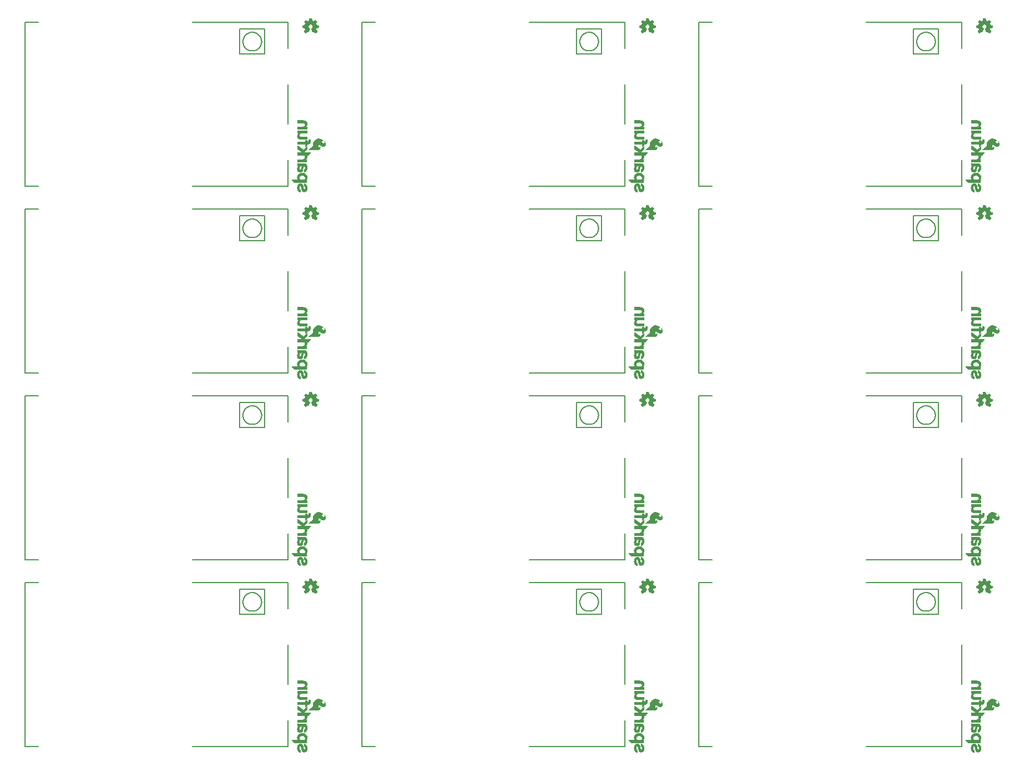
<source format=gbo>
G04 EAGLE Gerber RS-274X export*
G75*
%MOMM*%
%FSLAX34Y34*%
%LPD*%
%INSilkscreen Bottom*%
%IPPOS*%
%AMOC8*
5,1,8,0,0,1.08239X$1,22.5*%
G01*
%ADD10C,0.203200*%

G36*
X1497396Y1100958D02*
X1497396Y1100958D01*
X1497462Y1100963D01*
X1497480Y1100974D01*
X1497501Y1100979D01*
X1497586Y1101039D01*
X1497610Y1101053D01*
X1497613Y1101058D01*
X1497618Y1101062D01*
X1499818Y1103362D01*
X1499826Y1103375D01*
X1499839Y1103385D01*
X1499870Y1103449D01*
X1499906Y1103511D01*
X1499907Y1103527D01*
X1499914Y1103541D01*
X1499913Y1103612D01*
X1499919Y1103683D01*
X1499913Y1103698D01*
X1499912Y1103714D01*
X1499855Y1103839D01*
X1499853Y1103843D01*
X1499853Y1103844D01*
X1497985Y1106459D01*
X1497987Y1106470D01*
X1497996Y1106483D01*
X1498007Y1106541D01*
X1498016Y1106562D01*
X1498016Y1106584D01*
X1498022Y1106617D01*
X1498023Y1106622D01*
X1498023Y1106623D01*
X1498023Y1106624D01*
X1498023Y1106634D01*
X1498056Y1106699D01*
X1498112Y1106756D01*
X1498123Y1106774D01*
X1498135Y1106783D01*
X1498143Y1106802D01*
X1498183Y1106854D01*
X1498256Y1106999D01*
X1498312Y1107056D01*
X1498352Y1107120D01*
X1498396Y1107183D01*
X1498398Y1107195D01*
X1498403Y1107203D01*
X1498407Y1107238D01*
X1498423Y1107324D01*
X1498423Y1107373D01*
X1498452Y1107420D01*
X1498496Y1107483D01*
X1498498Y1107495D01*
X1498503Y1107503D01*
X1498507Y1107538D01*
X1498523Y1107624D01*
X1498523Y1107734D01*
X1498556Y1107799D01*
X1498612Y1107856D01*
X1498652Y1107920D01*
X1498696Y1107983D01*
X1498698Y1107995D01*
X1498703Y1108003D01*
X1498707Y1108038D01*
X1498713Y1108071D01*
X1498716Y1108079D01*
X1498716Y1108087D01*
X1498723Y1108124D01*
X1498723Y1108173D01*
X1498752Y1108220D01*
X1498796Y1108283D01*
X1498798Y1108295D01*
X1498803Y1108303D01*
X1498807Y1108338D01*
X1498823Y1108424D01*
X1498823Y1108534D01*
X1498852Y1108592D01*
X1502108Y1109150D01*
X1502126Y1109157D01*
X1502145Y1109158D01*
X1502205Y1109191D01*
X1502267Y1109217D01*
X1502280Y1109232D01*
X1502297Y1109241D01*
X1502336Y1109297D01*
X1502380Y1109348D01*
X1502385Y1109367D01*
X1502396Y1109383D01*
X1502418Y1109494D01*
X1502423Y1109516D01*
X1502422Y1109520D01*
X1502423Y1109524D01*
X1502423Y1112724D01*
X1502419Y1112743D01*
X1502421Y1112762D01*
X1502410Y1112796D01*
X1502409Y1112803D01*
X1502404Y1112813D01*
X1502399Y1112826D01*
X1502384Y1112892D01*
X1502371Y1112907D01*
X1502365Y1112925D01*
X1502317Y1112973D01*
X1502274Y1113026D01*
X1502256Y1113033D01*
X1502242Y1113047D01*
X1502136Y1113087D01*
X1502116Y1113096D01*
X1502112Y1113096D01*
X1502108Y1113098D01*
X1498896Y1113648D01*
X1498885Y1113687D01*
X1498884Y1113692D01*
X1498883Y1113693D01*
X1498823Y1113813D01*
X1498823Y1113824D01*
X1498820Y1113839D01*
X1498822Y1113855D01*
X1498802Y1113925D01*
X1498802Y1113940D01*
X1498794Y1113954D01*
X1498785Y1113987D01*
X1498784Y1113992D01*
X1498783Y1113993D01*
X1498723Y1114113D01*
X1498723Y1114124D01*
X1498720Y1114139D01*
X1498722Y1114155D01*
X1498685Y1114287D01*
X1498684Y1114292D01*
X1498683Y1114293D01*
X1498523Y1114613D01*
X1498523Y1114624D01*
X1498520Y1114639D01*
X1498522Y1114655D01*
X1498485Y1114787D01*
X1498484Y1114792D01*
X1498483Y1114793D01*
X1498383Y1114993D01*
X1498360Y1115021D01*
X1498323Y1115075D01*
X1498323Y1115124D01*
X1498306Y1115198D01*
X1498292Y1115273D01*
X1498286Y1115283D01*
X1498284Y1115292D01*
X1498261Y1115320D01*
X1498212Y1115392D01*
X1498156Y1115448D01*
X1498083Y1115593D01*
X1498060Y1115621D01*
X1498023Y1115675D01*
X1498023Y1115724D01*
X1498006Y1115798D01*
X1498002Y1115820D01*
X1499856Y1118508D01*
X1499862Y1118524D01*
X1499874Y1118537D01*
X1499894Y1118604D01*
X1499919Y1118669D01*
X1499918Y1118687D01*
X1499923Y1118703D01*
X1499910Y1118772D01*
X1499904Y1118842D01*
X1499895Y1118856D01*
X1499892Y1118873D01*
X1499821Y1118979D01*
X1499814Y1118990D01*
X1499813Y1118990D01*
X1499812Y1118992D01*
X1497612Y1121192D01*
X1497598Y1121201D01*
X1497587Y1121215D01*
X1497525Y1121246D01*
X1497465Y1121283D01*
X1497448Y1121285D01*
X1497433Y1121292D01*
X1497363Y1121293D01*
X1497293Y1121299D01*
X1497277Y1121293D01*
X1497260Y1121293D01*
X1497142Y1121242D01*
X1497131Y1121238D01*
X1497130Y1121237D01*
X1497129Y1121236D01*
X1494430Y1119374D01*
X1494412Y1119392D01*
X1494347Y1119432D01*
X1494285Y1119476D01*
X1494273Y1119478D01*
X1494265Y1119483D01*
X1494230Y1119486D01*
X1494144Y1119503D01*
X1494094Y1119503D01*
X1494082Y1119511D01*
X1494014Y1119563D01*
X1493869Y1119635D01*
X1493812Y1119692D01*
X1493747Y1119732D01*
X1493685Y1119776D01*
X1493673Y1119778D01*
X1493665Y1119783D01*
X1493630Y1119786D01*
X1493544Y1119803D01*
X1493494Y1119803D01*
X1493482Y1119811D01*
X1493414Y1119863D01*
X1493214Y1119963D01*
X1493198Y1119967D01*
X1493185Y1119976D01*
X1493051Y1120002D01*
X1493045Y1120003D01*
X1493044Y1120003D01*
X1493034Y1120003D01*
X1492914Y1120063D01*
X1492898Y1120067D01*
X1492885Y1120076D01*
X1492751Y1120102D01*
X1492745Y1120103D01*
X1492744Y1120103D01*
X1492694Y1120103D01*
X1492647Y1120132D01*
X1492585Y1120176D01*
X1492573Y1120178D01*
X1492565Y1120183D01*
X1492530Y1120186D01*
X1492444Y1120203D01*
X1492334Y1120203D01*
X1492276Y1120232D01*
X1491718Y1123488D01*
X1491710Y1123506D01*
X1491709Y1123525D01*
X1491677Y1123584D01*
X1491650Y1123647D01*
X1491636Y1123660D01*
X1491626Y1123677D01*
X1491571Y1123716D01*
X1491519Y1123760D01*
X1491500Y1123765D01*
X1491485Y1123776D01*
X1491374Y1123797D01*
X1491352Y1123803D01*
X1491348Y1123802D01*
X1491344Y1123803D01*
X1488144Y1123803D01*
X1488125Y1123799D01*
X1488106Y1123801D01*
X1488042Y1123779D01*
X1487976Y1123763D01*
X1487961Y1123751D01*
X1487942Y1123745D01*
X1487895Y1123697D01*
X1487842Y1123653D01*
X1487834Y1123636D01*
X1487821Y1123622D01*
X1487781Y1123516D01*
X1487772Y1123495D01*
X1487772Y1123492D01*
X1487770Y1123488D01*
X1487220Y1120276D01*
X1487181Y1120265D01*
X1487176Y1120263D01*
X1487175Y1120263D01*
X1487174Y1120263D01*
X1487054Y1120203D01*
X1487044Y1120203D01*
X1487028Y1120199D01*
X1487012Y1120202D01*
X1486881Y1120165D01*
X1486876Y1120163D01*
X1486875Y1120163D01*
X1486874Y1120163D01*
X1486754Y1120103D01*
X1486744Y1120103D01*
X1486728Y1120099D01*
X1486712Y1120102D01*
X1486581Y1120065D01*
X1486576Y1120063D01*
X1486575Y1120063D01*
X1486574Y1120063D01*
X1486454Y1120003D01*
X1486344Y1120003D01*
X1486270Y1119986D01*
X1486194Y1119972D01*
X1486185Y1119966D01*
X1486176Y1119963D01*
X1486148Y1119941D01*
X1486076Y1119892D01*
X1486019Y1119835D01*
X1485954Y1119803D01*
X1485944Y1119803D01*
X1485928Y1119799D01*
X1485912Y1119802D01*
X1485781Y1119765D01*
X1485776Y1119763D01*
X1485775Y1119763D01*
X1485774Y1119763D01*
X1485574Y1119663D01*
X1485547Y1119640D01*
X1485476Y1119592D01*
X1485419Y1119535D01*
X1485354Y1119503D01*
X1485344Y1119503D01*
X1485328Y1119499D01*
X1485312Y1119502D01*
X1485181Y1119465D01*
X1485176Y1119463D01*
X1485175Y1119463D01*
X1485174Y1119463D01*
X1485033Y1119392D01*
X1482359Y1121236D01*
X1482347Y1121241D01*
X1482338Y1121250D01*
X1482267Y1121272D01*
X1482198Y1121299D01*
X1482185Y1121298D01*
X1482173Y1121302D01*
X1482100Y1121290D01*
X1482026Y1121284D01*
X1482015Y1121277D01*
X1482002Y1121275D01*
X1481882Y1121198D01*
X1479582Y1118998D01*
X1479568Y1118976D01*
X1479548Y1118960D01*
X1479521Y1118904D01*
X1479487Y1118853D01*
X1479484Y1118827D01*
X1479473Y1118804D01*
X1479474Y1118742D01*
X1479467Y1118681D01*
X1479476Y1118657D01*
X1479476Y1118631D01*
X1479514Y1118551D01*
X1479525Y1118518D01*
X1479532Y1118512D01*
X1479537Y1118501D01*
X1481472Y1115828D01*
X1481432Y1115748D01*
X1481376Y1115692D01*
X1481336Y1115627D01*
X1481292Y1115564D01*
X1481290Y1115553D01*
X1481285Y1115545D01*
X1481281Y1115510D01*
X1481265Y1115424D01*
X1481265Y1115374D01*
X1481257Y1115361D01*
X1481205Y1115293D01*
X1481132Y1115148D01*
X1481076Y1115092D01*
X1481036Y1115027D01*
X1480992Y1114964D01*
X1480990Y1114953D01*
X1480985Y1114945D01*
X1480981Y1114910D01*
X1480965Y1114824D01*
X1480965Y1114774D01*
X1480936Y1114727D01*
X1480892Y1114664D01*
X1480890Y1114653D01*
X1480885Y1114645D01*
X1480881Y1114610D01*
X1480865Y1114524D01*
X1480865Y1114413D01*
X1480832Y1114348D01*
X1480776Y1114292D01*
X1480736Y1114227D01*
X1480692Y1114164D01*
X1480690Y1114153D01*
X1480685Y1114145D01*
X1480681Y1114110D01*
X1480665Y1114024D01*
X1480665Y1113974D01*
X1480636Y1113927D01*
X1480592Y1113864D01*
X1480590Y1113853D01*
X1480585Y1113845D01*
X1480581Y1113810D01*
X1480565Y1113724D01*
X1480565Y1113645D01*
X1477282Y1113098D01*
X1477263Y1113090D01*
X1477243Y1113089D01*
X1477184Y1113057D01*
X1477122Y1113031D01*
X1477109Y1113016D01*
X1477091Y1113006D01*
X1477053Y1112951D01*
X1477009Y1112901D01*
X1477003Y1112881D01*
X1476992Y1112864D01*
X1476976Y1112783D01*
X1476972Y1112773D01*
X1476972Y1112762D01*
X1476971Y1112758D01*
X1476965Y1112733D01*
X1476966Y1112729D01*
X1476965Y1112724D01*
X1476965Y1109524D01*
X1476969Y1109505D01*
X1476967Y1109486D01*
X1476989Y1109421D01*
X1477004Y1109355D01*
X1477017Y1109340D01*
X1477023Y1109322D01*
X1477071Y1109274D01*
X1477114Y1109222D01*
X1477132Y1109214D01*
X1477146Y1109200D01*
X1477252Y1109160D01*
X1477272Y1109151D01*
X1477276Y1109151D01*
X1477280Y1109150D01*
X1480568Y1108586D01*
X1480603Y1108461D01*
X1480604Y1108455D01*
X1480605Y1108455D01*
X1480605Y1108454D01*
X1480665Y1108334D01*
X1480665Y1108324D01*
X1480668Y1108308D01*
X1480666Y1108292D01*
X1480703Y1108161D01*
X1480704Y1108155D01*
X1480705Y1108155D01*
X1480705Y1108154D01*
X1480765Y1108034D01*
X1480765Y1108024D01*
X1480768Y1108008D01*
X1480766Y1107992D01*
X1480803Y1107861D01*
X1480804Y1107855D01*
X1480805Y1107855D01*
X1480805Y1107854D01*
X1480965Y1107534D01*
X1480965Y1107524D01*
X1480968Y1107508D01*
X1480966Y1107492D01*
X1481003Y1107361D01*
X1481004Y1107355D01*
X1481005Y1107355D01*
X1481005Y1107354D01*
X1481105Y1107154D01*
X1481128Y1107126D01*
X1481176Y1107056D01*
X1481232Y1106999D01*
X1481265Y1106934D01*
X1481265Y1106924D01*
X1481268Y1106908D01*
X1481266Y1106892D01*
X1481303Y1106761D01*
X1481304Y1106755D01*
X1481305Y1106755D01*
X1481305Y1106754D01*
X1481405Y1106554D01*
X1481428Y1106526D01*
X1481476Y1106456D01*
X1481486Y1106445D01*
X1479541Y1103851D01*
X1479531Y1103829D01*
X1479514Y1103810D01*
X1479496Y1103750D01*
X1479471Y1103693D01*
X1479472Y1103668D01*
X1479465Y1103644D01*
X1479476Y1103583D01*
X1479479Y1103520D01*
X1479491Y1103498D01*
X1479496Y1103474D01*
X1479547Y1103399D01*
X1479563Y1103369D01*
X1479570Y1103364D01*
X1479576Y1103356D01*
X1481876Y1101056D01*
X1481890Y1101047D01*
X1481901Y1101033D01*
X1481963Y1101001D01*
X1482023Y1100964D01*
X1482040Y1100963D01*
X1482055Y1100955D01*
X1482126Y1100955D01*
X1482195Y1100948D01*
X1482211Y1100954D01*
X1482228Y1100954D01*
X1482346Y1101006D01*
X1482357Y1101010D01*
X1482358Y1101011D01*
X1482359Y1101011D01*
X1485058Y1102873D01*
X1485076Y1102856D01*
X1485141Y1102815D01*
X1485203Y1102771D01*
X1485215Y1102769D01*
X1485223Y1102764D01*
X1485258Y1102761D01*
X1485273Y1102758D01*
X1485276Y1102756D01*
X1485341Y1102715D01*
X1485403Y1102671D01*
X1485415Y1102669D01*
X1485423Y1102664D01*
X1485458Y1102661D01*
X1485544Y1102644D01*
X1485594Y1102644D01*
X1485641Y1102615D01*
X1485703Y1102571D01*
X1485715Y1102569D01*
X1485723Y1102564D01*
X1485758Y1102561D01*
X1485773Y1102558D01*
X1485776Y1102556D01*
X1485841Y1102515D01*
X1485903Y1102471D01*
X1485915Y1102469D01*
X1485923Y1102464D01*
X1485958Y1102461D01*
X1485973Y1102458D01*
X1485976Y1102456D01*
X1486041Y1102415D01*
X1486103Y1102371D01*
X1486115Y1102369D01*
X1486123Y1102364D01*
X1486158Y1102361D01*
X1486187Y1102355D01*
X1486214Y1102322D01*
X1486233Y1102314D01*
X1486248Y1102299D01*
X1486311Y1102279D01*
X1486372Y1102251D01*
X1486393Y1102252D01*
X1486412Y1102246D01*
X1486478Y1102256D01*
X1486545Y1102258D01*
X1486563Y1102268D01*
X1486583Y1102271D01*
X1486638Y1102309D01*
X1486697Y1102341D01*
X1486709Y1102358D01*
X1486725Y1102370D01*
X1486782Y1102462D01*
X1486796Y1102483D01*
X1486797Y1102488D01*
X1486800Y1102492D01*
X1488800Y1107892D01*
X1488804Y1107923D01*
X1488816Y1107951D01*
X1488814Y1108007D01*
X1488821Y1108064D01*
X1488811Y1108093D01*
X1488810Y1108124D01*
X1488783Y1108174D01*
X1488764Y1108227D01*
X1488742Y1108249D01*
X1488727Y1108276D01*
X1488667Y1108322D01*
X1488640Y1108348D01*
X1488627Y1108352D01*
X1488614Y1108363D01*
X1488069Y1108635D01*
X1487912Y1108792D01*
X1487882Y1108811D01*
X1487814Y1108863D01*
X1487669Y1108935D01*
X1487356Y1109248D01*
X1487283Y1109393D01*
X1487260Y1109421D01*
X1487212Y1109492D01*
X1487056Y1109648D01*
X1486995Y1109769D01*
X1486904Y1110044D01*
X1486892Y1110063D01*
X1486883Y1110093D01*
X1486823Y1110213D01*
X1486823Y1110324D01*
X1486815Y1110359D01*
X1486804Y1110444D01*
X1486723Y1110685D01*
X1486723Y1111462D01*
X1486804Y1111704D01*
X1486807Y1111740D01*
X1486823Y1111824D01*
X1486823Y1112009D01*
X1486960Y1112213D01*
X1486973Y1112248D01*
X1487004Y1112304D01*
X1487088Y1112556D01*
X1487439Y1113082D01*
X1487786Y1113429D01*
X1488312Y1113780D01*
X1488564Y1113864D01*
X1488582Y1113875D01*
X1488596Y1113878D01*
X1488609Y1113889D01*
X1488654Y1113908D01*
X1488859Y1114044D01*
X1489044Y1114044D01*
X1489079Y1114053D01*
X1489164Y1114064D01*
X1489406Y1114144D01*
X1489997Y1114144D01*
X1490352Y1114056D01*
X1490388Y1114055D01*
X1490444Y1114044D01*
X1490629Y1114044D01*
X1490834Y1113908D01*
X1490869Y1113895D01*
X1490918Y1113867D01*
X1490920Y1113866D01*
X1490921Y1113866D01*
X1490924Y1113864D01*
X1491176Y1113780D01*
X1491403Y1113629D01*
X1491576Y1113456D01*
X1491602Y1113439D01*
X1491634Y1113408D01*
X1491903Y1113229D01*
X1492049Y1113082D01*
X1492400Y1112556D01*
X1492765Y1111462D01*
X1492765Y1110985D01*
X1492684Y1110744D01*
X1492681Y1110708D01*
X1492665Y1110624D01*
X1492665Y1110413D01*
X1492505Y1110093D01*
X1492499Y1110071D01*
X1492484Y1110044D01*
X1492393Y1109769D01*
X1492232Y1109448D01*
X1492076Y1109292D01*
X1492057Y1109261D01*
X1492005Y1109193D01*
X1491932Y1109048D01*
X1491819Y1108935D01*
X1491674Y1108863D01*
X1491647Y1108840D01*
X1491576Y1108792D01*
X1491419Y1108635D01*
X1491098Y1108475D01*
X1490824Y1108383D01*
X1490775Y1108353D01*
X1490722Y1108331D01*
X1490702Y1108309D01*
X1490677Y1108293D01*
X1490646Y1108244D01*
X1490609Y1108201D01*
X1490601Y1108172D01*
X1490585Y1108146D01*
X1490579Y1108089D01*
X1490565Y1108033D01*
X1490571Y1107999D01*
X1490568Y1107974D01*
X1490580Y1107942D01*
X1490588Y1107892D01*
X1492588Y1102492D01*
X1492614Y1102454D01*
X1492630Y1102411D01*
X1492661Y1102383D01*
X1492684Y1102348D01*
X1492724Y1102325D01*
X1492757Y1102294D01*
X1492797Y1102282D01*
X1492834Y1102261D01*
X1492879Y1102258D01*
X1492923Y1102245D01*
X1492964Y1102252D01*
X1493006Y1102250D01*
X1493049Y1102267D01*
X1493094Y1102275D01*
X1493135Y1102303D01*
X1493166Y1102316D01*
X1493183Y1102336D01*
X1493196Y1102344D01*
X1493244Y1102344D01*
X1493318Y1102362D01*
X1493394Y1102375D01*
X1493403Y1102382D01*
X1493412Y1102384D01*
X1493440Y1102407D01*
X1493512Y1102456D01*
X1493519Y1102462D01*
X1493594Y1102475D01*
X1493603Y1102482D01*
X1493612Y1102484D01*
X1493640Y1102507D01*
X1493712Y1102556D01*
X1493719Y1102562D01*
X1493794Y1102575D01*
X1493803Y1102582D01*
X1493812Y1102584D01*
X1493840Y1102607D01*
X1493912Y1102656D01*
X1493919Y1102662D01*
X1493994Y1102675D01*
X1494003Y1102682D01*
X1494012Y1102684D01*
X1494040Y1102707D01*
X1494112Y1102756D01*
X1494119Y1102762D01*
X1494194Y1102775D01*
X1494203Y1102782D01*
X1494212Y1102784D01*
X1494240Y1102807D01*
X1494312Y1102856D01*
X1494319Y1102862D01*
X1494394Y1102875D01*
X1494403Y1102882D01*
X1494412Y1102884D01*
X1494413Y1102884D01*
X1497129Y1101011D01*
X1497149Y1101004D01*
X1497165Y1100990D01*
X1497228Y1100972D01*
X1497290Y1100948D01*
X1497311Y1100950D01*
X1497332Y1100945D01*
X1497396Y1100958D01*
G37*
G36*
X471236Y1100958D02*
X471236Y1100958D01*
X471302Y1100963D01*
X471320Y1100974D01*
X471341Y1100979D01*
X471426Y1101039D01*
X471450Y1101053D01*
X471453Y1101058D01*
X471458Y1101062D01*
X473658Y1103362D01*
X473666Y1103375D01*
X473679Y1103385D01*
X473710Y1103449D01*
X473746Y1103511D01*
X473747Y1103527D01*
X473754Y1103541D01*
X473753Y1103612D01*
X473759Y1103683D01*
X473753Y1103698D01*
X473752Y1103714D01*
X473695Y1103839D01*
X473693Y1103843D01*
X473693Y1103844D01*
X471825Y1106459D01*
X471827Y1106470D01*
X471836Y1106483D01*
X471847Y1106541D01*
X471856Y1106562D01*
X471856Y1106584D01*
X471862Y1106617D01*
X471863Y1106622D01*
X471863Y1106623D01*
X471863Y1106624D01*
X471863Y1106634D01*
X471896Y1106699D01*
X471952Y1106756D01*
X471963Y1106774D01*
X471975Y1106783D01*
X471983Y1106802D01*
X472023Y1106854D01*
X472096Y1106999D01*
X472152Y1107056D01*
X472192Y1107120D01*
X472236Y1107183D01*
X472238Y1107195D01*
X472243Y1107203D01*
X472247Y1107238D01*
X472263Y1107324D01*
X472263Y1107373D01*
X472292Y1107420D01*
X472336Y1107483D01*
X472338Y1107495D01*
X472343Y1107503D01*
X472347Y1107538D01*
X472363Y1107624D01*
X472363Y1107734D01*
X472396Y1107799D01*
X472452Y1107856D01*
X472492Y1107920D01*
X472536Y1107983D01*
X472538Y1107995D01*
X472543Y1108003D01*
X472547Y1108038D01*
X472553Y1108071D01*
X472556Y1108079D01*
X472556Y1108087D01*
X472563Y1108124D01*
X472563Y1108173D01*
X472592Y1108220D01*
X472636Y1108283D01*
X472638Y1108295D01*
X472643Y1108303D01*
X472647Y1108338D01*
X472663Y1108424D01*
X472663Y1108534D01*
X472692Y1108592D01*
X475948Y1109150D01*
X475966Y1109157D01*
X475985Y1109158D01*
X476045Y1109191D01*
X476107Y1109217D01*
X476120Y1109232D01*
X476137Y1109241D01*
X476176Y1109297D01*
X476220Y1109348D01*
X476225Y1109367D01*
X476236Y1109383D01*
X476258Y1109494D01*
X476263Y1109516D01*
X476262Y1109520D01*
X476263Y1109524D01*
X476263Y1112724D01*
X476259Y1112743D01*
X476261Y1112762D01*
X476250Y1112796D01*
X476249Y1112803D01*
X476244Y1112813D01*
X476239Y1112826D01*
X476224Y1112892D01*
X476211Y1112907D01*
X476205Y1112925D01*
X476157Y1112973D01*
X476114Y1113026D01*
X476096Y1113033D01*
X476082Y1113047D01*
X475976Y1113087D01*
X475956Y1113096D01*
X475952Y1113096D01*
X475948Y1113098D01*
X472736Y1113648D01*
X472725Y1113687D01*
X472724Y1113692D01*
X472723Y1113693D01*
X472663Y1113813D01*
X472663Y1113824D01*
X472660Y1113839D01*
X472662Y1113855D01*
X472642Y1113925D01*
X472642Y1113940D01*
X472634Y1113954D01*
X472625Y1113987D01*
X472624Y1113992D01*
X472623Y1113993D01*
X472563Y1114113D01*
X472563Y1114124D01*
X472560Y1114139D01*
X472562Y1114155D01*
X472525Y1114287D01*
X472524Y1114292D01*
X472523Y1114293D01*
X472363Y1114613D01*
X472363Y1114624D01*
X472360Y1114639D01*
X472362Y1114655D01*
X472325Y1114787D01*
X472324Y1114792D01*
X472323Y1114793D01*
X472223Y1114993D01*
X472200Y1115021D01*
X472163Y1115075D01*
X472163Y1115124D01*
X472146Y1115198D01*
X472132Y1115273D01*
X472126Y1115283D01*
X472124Y1115292D01*
X472101Y1115320D01*
X472052Y1115392D01*
X471996Y1115448D01*
X471923Y1115593D01*
X471900Y1115621D01*
X471863Y1115675D01*
X471863Y1115724D01*
X471846Y1115798D01*
X471842Y1115820D01*
X473696Y1118508D01*
X473702Y1118524D01*
X473714Y1118537D01*
X473734Y1118604D01*
X473759Y1118669D01*
X473758Y1118687D01*
X473763Y1118703D01*
X473750Y1118772D01*
X473744Y1118842D01*
X473735Y1118856D01*
X473732Y1118873D01*
X473661Y1118979D01*
X473654Y1118990D01*
X473653Y1118990D01*
X473652Y1118992D01*
X471452Y1121192D01*
X471438Y1121201D01*
X471427Y1121215D01*
X471365Y1121246D01*
X471305Y1121283D01*
X471288Y1121285D01*
X471273Y1121292D01*
X471203Y1121293D01*
X471133Y1121299D01*
X471117Y1121293D01*
X471100Y1121293D01*
X470982Y1121242D01*
X470971Y1121238D01*
X470970Y1121237D01*
X470969Y1121236D01*
X468270Y1119374D01*
X468252Y1119392D01*
X468187Y1119432D01*
X468125Y1119476D01*
X468113Y1119478D01*
X468105Y1119483D01*
X468070Y1119486D01*
X467984Y1119503D01*
X467934Y1119503D01*
X467922Y1119511D01*
X467854Y1119563D01*
X467709Y1119635D01*
X467652Y1119692D01*
X467587Y1119732D01*
X467525Y1119776D01*
X467513Y1119778D01*
X467505Y1119783D01*
X467470Y1119786D01*
X467384Y1119803D01*
X467334Y1119803D01*
X467322Y1119811D01*
X467254Y1119863D01*
X467054Y1119963D01*
X467038Y1119967D01*
X467025Y1119976D01*
X466891Y1120002D01*
X466885Y1120003D01*
X466884Y1120003D01*
X466874Y1120003D01*
X466754Y1120063D01*
X466738Y1120067D01*
X466725Y1120076D01*
X466591Y1120102D01*
X466585Y1120103D01*
X466584Y1120103D01*
X466534Y1120103D01*
X466487Y1120132D01*
X466425Y1120176D01*
X466413Y1120178D01*
X466405Y1120183D01*
X466370Y1120186D01*
X466284Y1120203D01*
X466174Y1120203D01*
X466116Y1120232D01*
X465558Y1123488D01*
X465550Y1123506D01*
X465549Y1123525D01*
X465517Y1123584D01*
X465490Y1123647D01*
X465476Y1123660D01*
X465466Y1123677D01*
X465411Y1123716D01*
X465359Y1123760D01*
X465340Y1123765D01*
X465325Y1123776D01*
X465214Y1123797D01*
X465192Y1123803D01*
X465188Y1123802D01*
X465184Y1123803D01*
X461984Y1123803D01*
X461965Y1123799D01*
X461946Y1123801D01*
X461882Y1123779D01*
X461816Y1123763D01*
X461801Y1123751D01*
X461782Y1123745D01*
X461735Y1123697D01*
X461682Y1123653D01*
X461674Y1123636D01*
X461661Y1123622D01*
X461621Y1123516D01*
X461612Y1123495D01*
X461612Y1123492D01*
X461610Y1123488D01*
X461060Y1120276D01*
X461021Y1120265D01*
X461016Y1120263D01*
X461015Y1120263D01*
X461014Y1120263D01*
X460894Y1120203D01*
X460884Y1120203D01*
X460868Y1120199D01*
X460852Y1120202D01*
X460721Y1120165D01*
X460716Y1120163D01*
X460715Y1120163D01*
X460714Y1120163D01*
X460594Y1120103D01*
X460584Y1120103D01*
X460568Y1120099D01*
X460552Y1120102D01*
X460421Y1120065D01*
X460416Y1120063D01*
X460415Y1120063D01*
X460414Y1120063D01*
X460294Y1120003D01*
X460184Y1120003D01*
X460110Y1119986D01*
X460034Y1119972D01*
X460025Y1119966D01*
X460016Y1119963D01*
X459988Y1119941D01*
X459916Y1119892D01*
X459859Y1119835D01*
X459794Y1119803D01*
X459784Y1119803D01*
X459768Y1119799D01*
X459752Y1119802D01*
X459621Y1119765D01*
X459616Y1119763D01*
X459615Y1119763D01*
X459614Y1119763D01*
X459414Y1119663D01*
X459387Y1119640D01*
X459316Y1119592D01*
X459259Y1119535D01*
X459194Y1119503D01*
X459184Y1119503D01*
X459168Y1119499D01*
X459152Y1119502D01*
X459021Y1119465D01*
X459016Y1119463D01*
X459015Y1119463D01*
X459014Y1119463D01*
X458873Y1119392D01*
X456199Y1121236D01*
X456187Y1121241D01*
X456178Y1121250D01*
X456107Y1121272D01*
X456038Y1121299D01*
X456025Y1121298D01*
X456013Y1121302D01*
X455940Y1121290D01*
X455866Y1121284D01*
X455855Y1121277D01*
X455842Y1121275D01*
X455722Y1121198D01*
X453422Y1118998D01*
X453408Y1118976D01*
X453388Y1118960D01*
X453361Y1118904D01*
X453327Y1118853D01*
X453324Y1118827D01*
X453313Y1118804D01*
X453314Y1118742D01*
X453307Y1118681D01*
X453316Y1118657D01*
X453316Y1118631D01*
X453354Y1118551D01*
X453365Y1118518D01*
X453372Y1118512D01*
X453377Y1118501D01*
X455312Y1115828D01*
X455272Y1115748D01*
X455216Y1115692D01*
X455176Y1115627D01*
X455132Y1115564D01*
X455130Y1115553D01*
X455125Y1115545D01*
X455121Y1115510D01*
X455105Y1115424D01*
X455105Y1115374D01*
X455097Y1115361D01*
X455045Y1115293D01*
X454972Y1115148D01*
X454916Y1115092D01*
X454876Y1115027D01*
X454832Y1114964D01*
X454830Y1114953D01*
X454825Y1114945D01*
X454821Y1114910D01*
X454805Y1114824D01*
X454805Y1114774D01*
X454776Y1114727D01*
X454732Y1114664D01*
X454730Y1114653D01*
X454725Y1114645D01*
X454721Y1114610D01*
X454705Y1114524D01*
X454705Y1114413D01*
X454672Y1114348D01*
X454616Y1114292D01*
X454576Y1114227D01*
X454532Y1114164D01*
X454530Y1114153D01*
X454525Y1114145D01*
X454521Y1114110D01*
X454505Y1114024D01*
X454505Y1113974D01*
X454476Y1113927D01*
X454432Y1113864D01*
X454430Y1113853D01*
X454425Y1113845D01*
X454421Y1113810D01*
X454405Y1113724D01*
X454405Y1113645D01*
X451122Y1113098D01*
X451103Y1113090D01*
X451083Y1113089D01*
X451024Y1113057D01*
X450962Y1113031D01*
X450949Y1113016D01*
X450931Y1113006D01*
X450893Y1112951D01*
X450849Y1112901D01*
X450843Y1112881D01*
X450832Y1112864D01*
X450816Y1112783D01*
X450812Y1112773D01*
X450812Y1112762D01*
X450811Y1112758D01*
X450805Y1112733D01*
X450806Y1112729D01*
X450805Y1112724D01*
X450805Y1109524D01*
X450809Y1109505D01*
X450807Y1109486D01*
X450829Y1109421D01*
X450844Y1109355D01*
X450857Y1109340D01*
X450863Y1109322D01*
X450911Y1109274D01*
X450954Y1109222D01*
X450972Y1109214D01*
X450986Y1109200D01*
X451092Y1109160D01*
X451112Y1109151D01*
X451116Y1109151D01*
X451120Y1109150D01*
X454408Y1108586D01*
X454443Y1108461D01*
X454444Y1108455D01*
X454445Y1108455D01*
X454445Y1108454D01*
X454505Y1108334D01*
X454505Y1108324D01*
X454508Y1108308D01*
X454506Y1108292D01*
X454543Y1108161D01*
X454544Y1108155D01*
X454545Y1108155D01*
X454545Y1108154D01*
X454605Y1108034D01*
X454605Y1108024D01*
X454608Y1108008D01*
X454606Y1107992D01*
X454643Y1107861D01*
X454644Y1107855D01*
X454645Y1107855D01*
X454645Y1107854D01*
X454805Y1107534D01*
X454805Y1107524D01*
X454808Y1107508D01*
X454806Y1107492D01*
X454843Y1107361D01*
X454844Y1107355D01*
X454845Y1107355D01*
X454845Y1107354D01*
X454945Y1107154D01*
X454968Y1107126D01*
X455016Y1107056D01*
X455072Y1106999D01*
X455105Y1106934D01*
X455105Y1106924D01*
X455108Y1106908D01*
X455106Y1106892D01*
X455143Y1106761D01*
X455144Y1106755D01*
X455145Y1106755D01*
X455145Y1106754D01*
X455245Y1106554D01*
X455268Y1106526D01*
X455316Y1106456D01*
X455326Y1106445D01*
X453381Y1103851D01*
X453371Y1103829D01*
X453354Y1103810D01*
X453336Y1103750D01*
X453311Y1103693D01*
X453312Y1103668D01*
X453305Y1103644D01*
X453316Y1103583D01*
X453319Y1103520D01*
X453331Y1103498D01*
X453336Y1103474D01*
X453387Y1103399D01*
X453403Y1103369D01*
X453410Y1103364D01*
X453416Y1103356D01*
X455716Y1101056D01*
X455730Y1101047D01*
X455741Y1101033D01*
X455803Y1101001D01*
X455863Y1100964D01*
X455880Y1100963D01*
X455895Y1100955D01*
X455966Y1100955D01*
X456035Y1100948D01*
X456051Y1100954D01*
X456068Y1100954D01*
X456186Y1101006D01*
X456197Y1101010D01*
X456198Y1101011D01*
X456199Y1101011D01*
X458898Y1102873D01*
X458916Y1102856D01*
X458981Y1102815D01*
X459043Y1102771D01*
X459055Y1102769D01*
X459063Y1102764D01*
X459098Y1102761D01*
X459113Y1102758D01*
X459116Y1102756D01*
X459181Y1102715D01*
X459243Y1102671D01*
X459255Y1102669D01*
X459263Y1102664D01*
X459298Y1102661D01*
X459384Y1102644D01*
X459434Y1102644D01*
X459481Y1102615D01*
X459543Y1102571D01*
X459555Y1102569D01*
X459563Y1102564D01*
X459598Y1102561D01*
X459613Y1102558D01*
X459616Y1102556D01*
X459681Y1102515D01*
X459743Y1102471D01*
X459755Y1102469D01*
X459763Y1102464D01*
X459798Y1102461D01*
X459813Y1102458D01*
X459816Y1102456D01*
X459881Y1102415D01*
X459943Y1102371D01*
X459955Y1102369D01*
X459963Y1102364D01*
X459998Y1102361D01*
X460027Y1102355D01*
X460054Y1102322D01*
X460073Y1102314D01*
X460088Y1102299D01*
X460151Y1102279D01*
X460212Y1102251D01*
X460233Y1102252D01*
X460252Y1102246D01*
X460318Y1102256D01*
X460385Y1102258D01*
X460403Y1102268D01*
X460423Y1102271D01*
X460478Y1102309D01*
X460537Y1102341D01*
X460549Y1102358D01*
X460565Y1102370D01*
X460622Y1102462D01*
X460636Y1102483D01*
X460637Y1102488D01*
X460640Y1102492D01*
X462640Y1107892D01*
X462644Y1107923D01*
X462656Y1107951D01*
X462654Y1108007D01*
X462661Y1108064D01*
X462651Y1108093D01*
X462650Y1108124D01*
X462623Y1108174D01*
X462604Y1108227D01*
X462582Y1108249D01*
X462567Y1108276D01*
X462507Y1108322D01*
X462480Y1108348D01*
X462467Y1108352D01*
X462454Y1108363D01*
X461909Y1108635D01*
X461752Y1108792D01*
X461722Y1108811D01*
X461654Y1108863D01*
X461509Y1108935D01*
X461196Y1109248D01*
X461123Y1109393D01*
X461100Y1109421D01*
X461052Y1109492D01*
X460896Y1109648D01*
X460835Y1109769D01*
X460744Y1110044D01*
X460732Y1110063D01*
X460723Y1110093D01*
X460663Y1110213D01*
X460663Y1110324D01*
X460655Y1110359D01*
X460644Y1110444D01*
X460563Y1110685D01*
X460563Y1111462D01*
X460644Y1111704D01*
X460647Y1111740D01*
X460663Y1111824D01*
X460663Y1112009D01*
X460800Y1112213D01*
X460813Y1112248D01*
X460844Y1112304D01*
X460928Y1112556D01*
X461279Y1113082D01*
X461626Y1113429D01*
X462152Y1113780D01*
X462404Y1113864D01*
X462422Y1113875D01*
X462436Y1113878D01*
X462449Y1113889D01*
X462494Y1113908D01*
X462699Y1114044D01*
X462884Y1114044D01*
X462919Y1114053D01*
X463004Y1114064D01*
X463246Y1114144D01*
X463837Y1114144D01*
X464192Y1114056D01*
X464228Y1114055D01*
X464284Y1114044D01*
X464469Y1114044D01*
X464674Y1113908D01*
X464709Y1113895D01*
X464758Y1113867D01*
X464760Y1113866D01*
X464761Y1113866D01*
X464764Y1113864D01*
X465016Y1113780D01*
X465243Y1113629D01*
X465416Y1113456D01*
X465442Y1113439D01*
X465474Y1113408D01*
X465743Y1113229D01*
X465889Y1113082D01*
X466240Y1112556D01*
X466605Y1111462D01*
X466605Y1110985D01*
X466524Y1110744D01*
X466521Y1110708D01*
X466505Y1110624D01*
X466505Y1110413D01*
X466345Y1110093D01*
X466339Y1110071D01*
X466324Y1110044D01*
X466233Y1109769D01*
X466072Y1109448D01*
X465916Y1109292D01*
X465897Y1109261D01*
X465845Y1109193D01*
X465772Y1109048D01*
X465659Y1108935D01*
X465514Y1108863D01*
X465487Y1108840D01*
X465416Y1108792D01*
X465259Y1108635D01*
X464938Y1108475D01*
X464664Y1108383D01*
X464615Y1108353D01*
X464562Y1108331D01*
X464542Y1108309D01*
X464517Y1108293D01*
X464486Y1108244D01*
X464449Y1108201D01*
X464441Y1108172D01*
X464425Y1108146D01*
X464419Y1108089D01*
X464405Y1108033D01*
X464411Y1107999D01*
X464408Y1107974D01*
X464420Y1107942D01*
X464428Y1107892D01*
X466428Y1102492D01*
X466454Y1102454D01*
X466470Y1102411D01*
X466501Y1102383D01*
X466524Y1102348D01*
X466564Y1102325D01*
X466597Y1102294D01*
X466637Y1102282D01*
X466674Y1102261D01*
X466719Y1102258D01*
X466763Y1102245D01*
X466804Y1102252D01*
X466846Y1102250D01*
X466889Y1102267D01*
X466934Y1102275D01*
X466975Y1102303D01*
X467006Y1102316D01*
X467023Y1102336D01*
X467036Y1102344D01*
X467084Y1102344D01*
X467158Y1102362D01*
X467234Y1102375D01*
X467243Y1102382D01*
X467252Y1102384D01*
X467280Y1102407D01*
X467352Y1102456D01*
X467359Y1102462D01*
X467434Y1102475D01*
X467443Y1102482D01*
X467452Y1102484D01*
X467480Y1102507D01*
X467552Y1102556D01*
X467559Y1102562D01*
X467634Y1102575D01*
X467643Y1102582D01*
X467652Y1102584D01*
X467680Y1102607D01*
X467752Y1102656D01*
X467759Y1102662D01*
X467834Y1102675D01*
X467843Y1102682D01*
X467852Y1102684D01*
X467880Y1102707D01*
X467952Y1102756D01*
X467959Y1102762D01*
X468034Y1102775D01*
X468043Y1102782D01*
X468052Y1102784D01*
X468080Y1102807D01*
X468152Y1102856D01*
X468159Y1102862D01*
X468234Y1102875D01*
X468243Y1102882D01*
X468252Y1102884D01*
X468253Y1102884D01*
X470969Y1101011D01*
X470989Y1101004D01*
X471005Y1100990D01*
X471068Y1100972D01*
X471130Y1100948D01*
X471151Y1100950D01*
X471172Y1100945D01*
X471236Y1100958D01*
G37*
G36*
X984316Y1100958D02*
X984316Y1100958D01*
X984382Y1100963D01*
X984400Y1100974D01*
X984421Y1100979D01*
X984506Y1101039D01*
X984530Y1101053D01*
X984533Y1101058D01*
X984538Y1101062D01*
X986738Y1103362D01*
X986746Y1103375D01*
X986759Y1103385D01*
X986790Y1103449D01*
X986826Y1103511D01*
X986827Y1103527D01*
X986834Y1103541D01*
X986833Y1103612D01*
X986839Y1103683D01*
X986833Y1103698D01*
X986832Y1103714D01*
X986775Y1103839D01*
X986773Y1103843D01*
X986773Y1103844D01*
X984905Y1106459D01*
X984907Y1106470D01*
X984916Y1106483D01*
X984927Y1106541D01*
X984936Y1106562D01*
X984936Y1106584D01*
X984942Y1106617D01*
X984943Y1106622D01*
X984943Y1106623D01*
X984943Y1106624D01*
X984943Y1106634D01*
X984976Y1106699D01*
X985032Y1106756D01*
X985043Y1106774D01*
X985055Y1106783D01*
X985063Y1106802D01*
X985103Y1106854D01*
X985176Y1106999D01*
X985232Y1107056D01*
X985272Y1107120D01*
X985316Y1107183D01*
X985318Y1107195D01*
X985323Y1107203D01*
X985327Y1107238D01*
X985343Y1107324D01*
X985343Y1107373D01*
X985372Y1107420D01*
X985416Y1107483D01*
X985418Y1107495D01*
X985423Y1107503D01*
X985427Y1107538D01*
X985443Y1107624D01*
X985443Y1107734D01*
X985476Y1107799D01*
X985532Y1107856D01*
X985572Y1107920D01*
X985616Y1107983D01*
X985618Y1107995D01*
X985623Y1108003D01*
X985627Y1108038D01*
X985633Y1108071D01*
X985636Y1108079D01*
X985636Y1108087D01*
X985643Y1108124D01*
X985643Y1108173D01*
X985672Y1108220D01*
X985716Y1108283D01*
X985718Y1108295D01*
X985723Y1108303D01*
X985727Y1108338D01*
X985743Y1108424D01*
X985743Y1108534D01*
X985772Y1108592D01*
X989028Y1109150D01*
X989046Y1109157D01*
X989065Y1109158D01*
X989125Y1109191D01*
X989187Y1109217D01*
X989200Y1109232D01*
X989217Y1109241D01*
X989256Y1109297D01*
X989300Y1109348D01*
X989305Y1109367D01*
X989316Y1109383D01*
X989338Y1109494D01*
X989343Y1109516D01*
X989342Y1109520D01*
X989343Y1109524D01*
X989343Y1112724D01*
X989339Y1112743D01*
X989341Y1112762D01*
X989330Y1112796D01*
X989329Y1112803D01*
X989324Y1112813D01*
X989319Y1112826D01*
X989304Y1112892D01*
X989291Y1112907D01*
X989285Y1112925D01*
X989237Y1112973D01*
X989194Y1113026D01*
X989176Y1113033D01*
X989162Y1113047D01*
X989056Y1113087D01*
X989036Y1113096D01*
X989032Y1113096D01*
X989028Y1113098D01*
X985816Y1113648D01*
X985805Y1113687D01*
X985804Y1113692D01*
X985803Y1113693D01*
X985743Y1113813D01*
X985743Y1113824D01*
X985740Y1113839D01*
X985742Y1113855D01*
X985722Y1113925D01*
X985722Y1113940D01*
X985714Y1113954D01*
X985705Y1113987D01*
X985704Y1113992D01*
X985703Y1113993D01*
X985643Y1114113D01*
X985643Y1114124D01*
X985640Y1114139D01*
X985642Y1114155D01*
X985605Y1114287D01*
X985604Y1114292D01*
X985603Y1114293D01*
X985443Y1114613D01*
X985443Y1114624D01*
X985440Y1114639D01*
X985442Y1114655D01*
X985405Y1114787D01*
X985404Y1114792D01*
X985403Y1114793D01*
X985303Y1114993D01*
X985280Y1115021D01*
X985243Y1115075D01*
X985243Y1115124D01*
X985226Y1115198D01*
X985212Y1115273D01*
X985206Y1115283D01*
X985204Y1115292D01*
X985181Y1115320D01*
X985132Y1115392D01*
X985076Y1115448D01*
X985003Y1115593D01*
X984980Y1115621D01*
X984943Y1115675D01*
X984943Y1115724D01*
X984926Y1115798D01*
X984922Y1115820D01*
X986776Y1118508D01*
X986782Y1118524D01*
X986794Y1118537D01*
X986814Y1118604D01*
X986839Y1118669D01*
X986838Y1118687D01*
X986843Y1118703D01*
X986830Y1118772D01*
X986824Y1118842D01*
X986815Y1118856D01*
X986812Y1118873D01*
X986741Y1118979D01*
X986734Y1118990D01*
X986733Y1118990D01*
X986732Y1118992D01*
X984532Y1121192D01*
X984518Y1121201D01*
X984507Y1121215D01*
X984445Y1121246D01*
X984385Y1121283D01*
X984368Y1121285D01*
X984353Y1121292D01*
X984283Y1121293D01*
X984213Y1121299D01*
X984197Y1121293D01*
X984180Y1121293D01*
X984062Y1121242D01*
X984051Y1121238D01*
X984050Y1121237D01*
X984049Y1121236D01*
X981350Y1119374D01*
X981332Y1119392D01*
X981267Y1119432D01*
X981205Y1119476D01*
X981193Y1119478D01*
X981185Y1119483D01*
X981150Y1119486D01*
X981064Y1119503D01*
X981014Y1119503D01*
X981002Y1119511D01*
X980934Y1119563D01*
X980789Y1119635D01*
X980732Y1119692D01*
X980667Y1119732D01*
X980605Y1119776D01*
X980593Y1119778D01*
X980585Y1119783D01*
X980550Y1119786D01*
X980464Y1119803D01*
X980414Y1119803D01*
X980402Y1119811D01*
X980334Y1119863D01*
X980134Y1119963D01*
X980118Y1119967D01*
X980105Y1119976D01*
X979971Y1120002D01*
X979965Y1120003D01*
X979964Y1120003D01*
X979954Y1120003D01*
X979834Y1120063D01*
X979818Y1120067D01*
X979805Y1120076D01*
X979671Y1120102D01*
X979665Y1120103D01*
X979664Y1120103D01*
X979614Y1120103D01*
X979567Y1120132D01*
X979505Y1120176D01*
X979493Y1120178D01*
X979485Y1120183D01*
X979450Y1120186D01*
X979364Y1120203D01*
X979254Y1120203D01*
X979196Y1120232D01*
X978638Y1123488D01*
X978630Y1123506D01*
X978629Y1123525D01*
X978597Y1123584D01*
X978570Y1123647D01*
X978556Y1123660D01*
X978546Y1123677D01*
X978491Y1123716D01*
X978439Y1123760D01*
X978420Y1123765D01*
X978405Y1123776D01*
X978294Y1123797D01*
X978272Y1123803D01*
X978268Y1123802D01*
X978264Y1123803D01*
X975064Y1123803D01*
X975045Y1123799D01*
X975026Y1123801D01*
X974962Y1123779D01*
X974896Y1123763D01*
X974881Y1123751D01*
X974862Y1123745D01*
X974815Y1123697D01*
X974762Y1123653D01*
X974754Y1123636D01*
X974741Y1123622D01*
X974701Y1123516D01*
X974692Y1123495D01*
X974692Y1123492D01*
X974690Y1123488D01*
X974140Y1120276D01*
X974101Y1120265D01*
X974096Y1120263D01*
X974095Y1120263D01*
X974094Y1120263D01*
X973974Y1120203D01*
X973964Y1120203D01*
X973948Y1120199D01*
X973932Y1120202D01*
X973801Y1120165D01*
X973796Y1120163D01*
X973795Y1120163D01*
X973794Y1120163D01*
X973674Y1120103D01*
X973664Y1120103D01*
X973648Y1120099D01*
X973632Y1120102D01*
X973501Y1120065D01*
X973496Y1120063D01*
X973495Y1120063D01*
X973494Y1120063D01*
X973374Y1120003D01*
X973264Y1120003D01*
X973190Y1119986D01*
X973114Y1119972D01*
X973105Y1119966D01*
X973096Y1119963D01*
X973068Y1119941D01*
X972996Y1119892D01*
X972939Y1119835D01*
X972874Y1119803D01*
X972864Y1119803D01*
X972848Y1119799D01*
X972832Y1119802D01*
X972701Y1119765D01*
X972696Y1119763D01*
X972695Y1119763D01*
X972694Y1119763D01*
X972494Y1119663D01*
X972467Y1119640D01*
X972396Y1119592D01*
X972339Y1119535D01*
X972274Y1119503D01*
X972264Y1119503D01*
X972248Y1119499D01*
X972232Y1119502D01*
X972101Y1119465D01*
X972096Y1119463D01*
X972095Y1119463D01*
X972094Y1119463D01*
X971953Y1119392D01*
X969279Y1121236D01*
X969267Y1121241D01*
X969258Y1121250D01*
X969187Y1121272D01*
X969118Y1121299D01*
X969105Y1121298D01*
X969093Y1121302D01*
X969020Y1121290D01*
X968946Y1121284D01*
X968935Y1121277D01*
X968922Y1121275D01*
X968802Y1121198D01*
X966502Y1118998D01*
X966488Y1118976D01*
X966468Y1118960D01*
X966441Y1118904D01*
X966407Y1118853D01*
X966404Y1118827D01*
X966393Y1118804D01*
X966394Y1118742D01*
X966387Y1118681D01*
X966396Y1118657D01*
X966396Y1118631D01*
X966434Y1118551D01*
X966445Y1118518D01*
X966452Y1118512D01*
X966457Y1118501D01*
X968392Y1115828D01*
X968352Y1115748D01*
X968296Y1115692D01*
X968256Y1115627D01*
X968212Y1115564D01*
X968210Y1115553D01*
X968205Y1115545D01*
X968201Y1115510D01*
X968185Y1115424D01*
X968185Y1115374D01*
X968177Y1115361D01*
X968125Y1115293D01*
X968052Y1115148D01*
X967996Y1115092D01*
X967956Y1115027D01*
X967912Y1114964D01*
X967910Y1114953D01*
X967905Y1114945D01*
X967901Y1114910D01*
X967885Y1114824D01*
X967885Y1114774D01*
X967856Y1114727D01*
X967812Y1114664D01*
X967810Y1114653D01*
X967805Y1114645D01*
X967801Y1114610D01*
X967785Y1114524D01*
X967785Y1114413D01*
X967752Y1114348D01*
X967696Y1114292D01*
X967656Y1114227D01*
X967612Y1114164D01*
X967610Y1114153D01*
X967605Y1114145D01*
X967601Y1114110D01*
X967585Y1114024D01*
X967585Y1113974D01*
X967556Y1113927D01*
X967512Y1113864D01*
X967510Y1113853D01*
X967505Y1113845D01*
X967501Y1113810D01*
X967485Y1113724D01*
X967485Y1113645D01*
X964202Y1113098D01*
X964183Y1113090D01*
X964163Y1113089D01*
X964104Y1113057D01*
X964042Y1113031D01*
X964029Y1113016D01*
X964011Y1113006D01*
X963973Y1112951D01*
X963929Y1112901D01*
X963923Y1112881D01*
X963912Y1112864D01*
X963896Y1112783D01*
X963892Y1112773D01*
X963892Y1112762D01*
X963891Y1112758D01*
X963885Y1112733D01*
X963886Y1112729D01*
X963885Y1112724D01*
X963885Y1109524D01*
X963889Y1109505D01*
X963887Y1109486D01*
X963909Y1109421D01*
X963924Y1109355D01*
X963937Y1109340D01*
X963943Y1109322D01*
X963991Y1109274D01*
X964034Y1109222D01*
X964052Y1109214D01*
X964066Y1109200D01*
X964172Y1109160D01*
X964192Y1109151D01*
X964196Y1109151D01*
X964200Y1109150D01*
X967488Y1108586D01*
X967523Y1108461D01*
X967524Y1108455D01*
X967525Y1108455D01*
X967525Y1108454D01*
X967585Y1108334D01*
X967585Y1108324D01*
X967588Y1108308D01*
X967586Y1108292D01*
X967623Y1108161D01*
X967624Y1108155D01*
X967625Y1108155D01*
X967625Y1108154D01*
X967685Y1108034D01*
X967685Y1108024D01*
X967688Y1108008D01*
X967686Y1107992D01*
X967723Y1107861D01*
X967724Y1107855D01*
X967725Y1107855D01*
X967725Y1107854D01*
X967885Y1107534D01*
X967885Y1107524D01*
X967888Y1107508D01*
X967886Y1107492D01*
X967923Y1107361D01*
X967924Y1107355D01*
X967925Y1107355D01*
X967925Y1107354D01*
X968025Y1107154D01*
X968048Y1107126D01*
X968096Y1107056D01*
X968152Y1106999D01*
X968185Y1106934D01*
X968185Y1106924D01*
X968188Y1106908D01*
X968186Y1106892D01*
X968223Y1106761D01*
X968224Y1106755D01*
X968225Y1106755D01*
X968225Y1106754D01*
X968325Y1106554D01*
X968348Y1106526D01*
X968396Y1106456D01*
X968406Y1106445D01*
X966461Y1103851D01*
X966451Y1103829D01*
X966434Y1103810D01*
X966416Y1103750D01*
X966391Y1103693D01*
X966392Y1103668D01*
X966385Y1103644D01*
X966396Y1103583D01*
X966399Y1103520D01*
X966411Y1103498D01*
X966416Y1103474D01*
X966467Y1103399D01*
X966483Y1103369D01*
X966490Y1103364D01*
X966496Y1103356D01*
X968796Y1101056D01*
X968810Y1101047D01*
X968821Y1101033D01*
X968883Y1101001D01*
X968943Y1100964D01*
X968960Y1100963D01*
X968975Y1100955D01*
X969046Y1100955D01*
X969115Y1100948D01*
X969131Y1100954D01*
X969148Y1100954D01*
X969266Y1101006D01*
X969277Y1101010D01*
X969278Y1101011D01*
X969279Y1101011D01*
X971978Y1102873D01*
X971996Y1102856D01*
X972061Y1102815D01*
X972123Y1102771D01*
X972135Y1102769D01*
X972143Y1102764D01*
X972178Y1102761D01*
X972193Y1102758D01*
X972196Y1102756D01*
X972261Y1102715D01*
X972323Y1102671D01*
X972335Y1102669D01*
X972343Y1102664D01*
X972378Y1102661D01*
X972464Y1102644D01*
X972514Y1102644D01*
X972561Y1102615D01*
X972623Y1102571D01*
X972635Y1102569D01*
X972643Y1102564D01*
X972678Y1102561D01*
X972693Y1102558D01*
X972696Y1102556D01*
X972761Y1102515D01*
X972823Y1102471D01*
X972835Y1102469D01*
X972843Y1102464D01*
X972878Y1102461D01*
X972893Y1102458D01*
X972896Y1102456D01*
X972961Y1102415D01*
X973023Y1102371D01*
X973035Y1102369D01*
X973043Y1102364D01*
X973078Y1102361D01*
X973107Y1102355D01*
X973134Y1102322D01*
X973153Y1102314D01*
X973168Y1102299D01*
X973231Y1102279D01*
X973292Y1102251D01*
X973313Y1102252D01*
X973332Y1102246D01*
X973398Y1102256D01*
X973465Y1102258D01*
X973483Y1102268D01*
X973503Y1102271D01*
X973558Y1102309D01*
X973617Y1102341D01*
X973629Y1102358D01*
X973645Y1102370D01*
X973702Y1102462D01*
X973716Y1102483D01*
X973717Y1102488D01*
X973720Y1102492D01*
X975720Y1107892D01*
X975724Y1107923D01*
X975736Y1107951D01*
X975734Y1108007D01*
X975741Y1108064D01*
X975731Y1108093D01*
X975730Y1108124D01*
X975703Y1108174D01*
X975684Y1108227D01*
X975662Y1108249D01*
X975647Y1108276D01*
X975587Y1108322D01*
X975560Y1108348D01*
X975547Y1108352D01*
X975534Y1108363D01*
X974989Y1108635D01*
X974832Y1108792D01*
X974802Y1108811D01*
X974734Y1108863D01*
X974589Y1108935D01*
X974276Y1109248D01*
X974203Y1109393D01*
X974180Y1109421D01*
X974132Y1109492D01*
X973976Y1109648D01*
X973915Y1109769D01*
X973824Y1110044D01*
X973812Y1110063D01*
X973803Y1110093D01*
X973743Y1110213D01*
X973743Y1110324D01*
X973735Y1110359D01*
X973724Y1110444D01*
X973643Y1110685D01*
X973643Y1111462D01*
X973724Y1111704D01*
X973727Y1111740D01*
X973743Y1111824D01*
X973743Y1112009D01*
X973880Y1112213D01*
X973893Y1112248D01*
X973924Y1112304D01*
X974008Y1112556D01*
X974359Y1113082D01*
X974706Y1113429D01*
X975232Y1113780D01*
X975484Y1113864D01*
X975502Y1113875D01*
X975516Y1113878D01*
X975529Y1113889D01*
X975574Y1113908D01*
X975779Y1114044D01*
X975964Y1114044D01*
X975999Y1114053D01*
X976084Y1114064D01*
X976326Y1114144D01*
X976917Y1114144D01*
X977272Y1114056D01*
X977308Y1114055D01*
X977364Y1114044D01*
X977549Y1114044D01*
X977754Y1113908D01*
X977789Y1113895D01*
X977838Y1113867D01*
X977840Y1113866D01*
X977841Y1113866D01*
X977844Y1113864D01*
X978096Y1113780D01*
X978323Y1113629D01*
X978496Y1113456D01*
X978522Y1113439D01*
X978554Y1113408D01*
X978823Y1113229D01*
X978969Y1113082D01*
X979320Y1112556D01*
X979685Y1111462D01*
X979685Y1110985D01*
X979604Y1110744D01*
X979601Y1110708D01*
X979585Y1110624D01*
X979585Y1110413D01*
X979425Y1110093D01*
X979419Y1110071D01*
X979404Y1110044D01*
X979313Y1109769D01*
X979152Y1109448D01*
X978996Y1109292D01*
X978977Y1109261D01*
X978925Y1109193D01*
X978852Y1109048D01*
X978739Y1108935D01*
X978594Y1108863D01*
X978567Y1108840D01*
X978496Y1108792D01*
X978339Y1108635D01*
X978018Y1108475D01*
X977744Y1108383D01*
X977695Y1108353D01*
X977642Y1108331D01*
X977622Y1108309D01*
X977597Y1108293D01*
X977566Y1108244D01*
X977529Y1108201D01*
X977521Y1108172D01*
X977505Y1108146D01*
X977499Y1108089D01*
X977485Y1108033D01*
X977491Y1107999D01*
X977488Y1107974D01*
X977500Y1107942D01*
X977508Y1107892D01*
X979508Y1102492D01*
X979534Y1102454D01*
X979550Y1102411D01*
X979581Y1102383D01*
X979604Y1102348D01*
X979644Y1102325D01*
X979677Y1102294D01*
X979717Y1102282D01*
X979754Y1102261D01*
X979799Y1102258D01*
X979843Y1102245D01*
X979884Y1102252D01*
X979926Y1102250D01*
X979969Y1102267D01*
X980014Y1102275D01*
X980055Y1102303D01*
X980086Y1102316D01*
X980103Y1102336D01*
X980116Y1102344D01*
X980164Y1102344D01*
X980238Y1102362D01*
X980314Y1102375D01*
X980323Y1102382D01*
X980332Y1102384D01*
X980360Y1102407D01*
X980432Y1102456D01*
X980439Y1102462D01*
X980514Y1102475D01*
X980523Y1102482D01*
X980532Y1102484D01*
X980560Y1102507D01*
X980632Y1102556D01*
X980639Y1102562D01*
X980714Y1102575D01*
X980723Y1102582D01*
X980732Y1102584D01*
X980760Y1102607D01*
X980832Y1102656D01*
X980839Y1102662D01*
X980914Y1102675D01*
X980923Y1102682D01*
X980932Y1102684D01*
X980960Y1102707D01*
X981032Y1102756D01*
X981039Y1102762D01*
X981114Y1102775D01*
X981123Y1102782D01*
X981132Y1102784D01*
X981160Y1102807D01*
X981232Y1102856D01*
X981239Y1102862D01*
X981314Y1102875D01*
X981323Y1102882D01*
X981332Y1102884D01*
X981333Y1102884D01*
X984049Y1101011D01*
X984069Y1101004D01*
X984085Y1100990D01*
X984148Y1100972D01*
X984210Y1100948D01*
X984231Y1100950D01*
X984252Y1100945D01*
X984316Y1100958D01*
G37*
G36*
X984316Y247518D02*
X984316Y247518D01*
X984382Y247523D01*
X984400Y247534D01*
X984421Y247539D01*
X984506Y247599D01*
X984530Y247613D01*
X984533Y247618D01*
X984538Y247622D01*
X986738Y249922D01*
X986746Y249935D01*
X986759Y249945D01*
X986790Y250009D01*
X986826Y250071D01*
X986827Y250087D01*
X986834Y250101D01*
X986833Y250172D01*
X986839Y250243D01*
X986833Y250258D01*
X986832Y250274D01*
X986775Y250399D01*
X986773Y250403D01*
X986773Y250404D01*
X984905Y253019D01*
X984907Y253030D01*
X984916Y253043D01*
X984927Y253101D01*
X984936Y253122D01*
X984936Y253144D01*
X984942Y253177D01*
X984943Y253182D01*
X984943Y253183D01*
X984943Y253184D01*
X984943Y253194D01*
X984976Y253259D01*
X985032Y253316D01*
X985043Y253334D01*
X985055Y253343D01*
X985063Y253362D01*
X985103Y253414D01*
X985176Y253559D01*
X985232Y253616D01*
X985272Y253680D01*
X985316Y253743D01*
X985318Y253755D01*
X985323Y253763D01*
X985327Y253798D01*
X985343Y253884D01*
X985343Y253933D01*
X985372Y253980D01*
X985416Y254043D01*
X985418Y254055D01*
X985423Y254063D01*
X985427Y254098D01*
X985443Y254184D01*
X985443Y254294D01*
X985476Y254359D01*
X985532Y254416D01*
X985572Y254480D01*
X985616Y254543D01*
X985618Y254555D01*
X985623Y254563D01*
X985627Y254598D01*
X985633Y254631D01*
X985636Y254639D01*
X985636Y254647D01*
X985643Y254684D01*
X985643Y254733D01*
X985672Y254780D01*
X985716Y254843D01*
X985718Y254855D01*
X985723Y254863D01*
X985727Y254898D01*
X985743Y254984D01*
X985743Y255094D01*
X985772Y255152D01*
X989028Y255710D01*
X989046Y255717D01*
X989065Y255718D01*
X989125Y255751D01*
X989187Y255777D01*
X989200Y255792D01*
X989217Y255801D01*
X989256Y255857D01*
X989300Y255908D01*
X989305Y255927D01*
X989316Y255943D01*
X989338Y256054D01*
X989343Y256076D01*
X989342Y256080D01*
X989343Y256084D01*
X989343Y259284D01*
X989339Y259303D01*
X989341Y259322D01*
X989330Y259356D01*
X989329Y259363D01*
X989324Y259373D01*
X989319Y259386D01*
X989304Y259452D01*
X989291Y259467D01*
X989285Y259485D01*
X989237Y259533D01*
X989194Y259586D01*
X989176Y259593D01*
X989162Y259607D01*
X989056Y259647D01*
X989036Y259656D01*
X989032Y259656D01*
X989028Y259658D01*
X985816Y260208D01*
X985805Y260247D01*
X985804Y260252D01*
X985803Y260253D01*
X985743Y260373D01*
X985743Y260384D01*
X985740Y260399D01*
X985742Y260415D01*
X985722Y260485D01*
X985722Y260500D01*
X985714Y260514D01*
X985705Y260547D01*
X985704Y260552D01*
X985703Y260553D01*
X985643Y260673D01*
X985643Y260684D01*
X985640Y260699D01*
X985642Y260715D01*
X985605Y260847D01*
X985604Y260852D01*
X985603Y260853D01*
X985443Y261173D01*
X985443Y261184D01*
X985440Y261199D01*
X985442Y261215D01*
X985405Y261347D01*
X985404Y261352D01*
X985403Y261353D01*
X985303Y261553D01*
X985280Y261581D01*
X985243Y261635D01*
X985243Y261684D01*
X985226Y261758D01*
X985212Y261833D01*
X985206Y261843D01*
X985204Y261852D01*
X985181Y261880D01*
X985132Y261952D01*
X985076Y262008D01*
X985003Y262153D01*
X984980Y262181D01*
X984943Y262235D01*
X984943Y262284D01*
X984926Y262358D01*
X984922Y262380D01*
X986776Y265068D01*
X986782Y265084D01*
X986794Y265097D01*
X986814Y265164D01*
X986839Y265229D01*
X986838Y265247D01*
X986843Y265263D01*
X986830Y265332D01*
X986824Y265402D01*
X986815Y265416D01*
X986812Y265433D01*
X986741Y265539D01*
X986734Y265550D01*
X986733Y265550D01*
X986732Y265552D01*
X984532Y267752D01*
X984518Y267761D01*
X984507Y267775D01*
X984445Y267806D01*
X984385Y267843D01*
X984368Y267845D01*
X984353Y267852D01*
X984283Y267853D01*
X984213Y267859D01*
X984197Y267853D01*
X984180Y267853D01*
X984062Y267802D01*
X984051Y267798D01*
X984050Y267797D01*
X984049Y267796D01*
X981350Y265934D01*
X981332Y265952D01*
X981267Y265992D01*
X981205Y266036D01*
X981193Y266038D01*
X981185Y266043D01*
X981150Y266046D01*
X981064Y266063D01*
X981014Y266063D01*
X981002Y266071D01*
X980934Y266123D01*
X980789Y266195D01*
X980732Y266252D01*
X980667Y266292D01*
X980605Y266336D01*
X980593Y266338D01*
X980585Y266343D01*
X980550Y266346D01*
X980464Y266363D01*
X980414Y266363D01*
X980402Y266371D01*
X980334Y266423D01*
X980134Y266523D01*
X980118Y266527D01*
X980105Y266536D01*
X979971Y266562D01*
X979965Y266563D01*
X979964Y266563D01*
X979954Y266563D01*
X979834Y266623D01*
X979818Y266627D01*
X979805Y266636D01*
X979671Y266662D01*
X979665Y266663D01*
X979664Y266663D01*
X979614Y266663D01*
X979567Y266692D01*
X979505Y266736D01*
X979493Y266738D01*
X979485Y266743D01*
X979450Y266746D01*
X979364Y266763D01*
X979254Y266763D01*
X979196Y266792D01*
X978638Y270048D01*
X978630Y270066D01*
X978629Y270085D01*
X978597Y270144D01*
X978570Y270207D01*
X978556Y270220D01*
X978546Y270237D01*
X978491Y270276D01*
X978439Y270320D01*
X978420Y270325D01*
X978405Y270336D01*
X978294Y270357D01*
X978272Y270363D01*
X978268Y270362D01*
X978264Y270363D01*
X975064Y270363D01*
X975045Y270359D01*
X975026Y270361D01*
X974962Y270339D01*
X974896Y270323D01*
X974881Y270311D01*
X974862Y270305D01*
X974815Y270257D01*
X974762Y270213D01*
X974754Y270196D01*
X974741Y270182D01*
X974701Y270076D01*
X974692Y270055D01*
X974692Y270052D01*
X974690Y270048D01*
X974140Y266836D01*
X974101Y266825D01*
X974096Y266823D01*
X974095Y266823D01*
X974094Y266823D01*
X973974Y266763D01*
X973964Y266763D01*
X973948Y266759D01*
X973932Y266762D01*
X973801Y266725D01*
X973796Y266723D01*
X973795Y266723D01*
X973794Y266723D01*
X973674Y266663D01*
X973664Y266663D01*
X973648Y266659D01*
X973632Y266662D01*
X973501Y266625D01*
X973496Y266623D01*
X973495Y266623D01*
X973494Y266623D01*
X973374Y266563D01*
X973264Y266563D01*
X973190Y266546D01*
X973114Y266532D01*
X973105Y266526D01*
X973096Y266523D01*
X973068Y266501D01*
X972996Y266452D01*
X972939Y266395D01*
X972874Y266363D01*
X972864Y266363D01*
X972848Y266359D01*
X972832Y266362D01*
X972701Y266325D01*
X972696Y266323D01*
X972695Y266323D01*
X972694Y266323D01*
X972494Y266223D01*
X972467Y266200D01*
X972396Y266152D01*
X972339Y266095D01*
X972274Y266063D01*
X972264Y266063D01*
X972248Y266059D01*
X972232Y266062D01*
X972101Y266025D01*
X972096Y266023D01*
X972095Y266023D01*
X972094Y266023D01*
X971953Y265952D01*
X969279Y267796D01*
X969267Y267801D01*
X969258Y267810D01*
X969187Y267832D01*
X969118Y267859D01*
X969105Y267858D01*
X969093Y267862D01*
X969020Y267850D01*
X968946Y267844D01*
X968935Y267837D01*
X968922Y267835D01*
X968802Y267758D01*
X966502Y265558D01*
X966488Y265536D01*
X966468Y265520D01*
X966441Y265464D01*
X966407Y265413D01*
X966404Y265387D01*
X966393Y265364D01*
X966394Y265302D01*
X966387Y265241D01*
X966396Y265217D01*
X966396Y265191D01*
X966434Y265111D01*
X966445Y265078D01*
X966452Y265072D01*
X966457Y265061D01*
X968392Y262388D01*
X968352Y262308D01*
X968296Y262252D01*
X968256Y262187D01*
X968212Y262124D01*
X968210Y262113D01*
X968205Y262105D01*
X968201Y262070D01*
X968185Y261984D01*
X968185Y261934D01*
X968177Y261921D01*
X968125Y261853D01*
X968052Y261708D01*
X967996Y261652D01*
X967956Y261587D01*
X967912Y261524D01*
X967910Y261513D01*
X967905Y261505D01*
X967901Y261470D01*
X967885Y261384D01*
X967885Y261334D01*
X967856Y261287D01*
X967812Y261224D01*
X967810Y261213D01*
X967805Y261205D01*
X967801Y261170D01*
X967785Y261084D01*
X967785Y260973D01*
X967752Y260908D01*
X967696Y260852D01*
X967656Y260787D01*
X967612Y260724D01*
X967610Y260713D01*
X967605Y260705D01*
X967601Y260670D01*
X967585Y260584D01*
X967585Y260534D01*
X967556Y260487D01*
X967512Y260424D01*
X967510Y260413D01*
X967505Y260405D01*
X967501Y260370D01*
X967485Y260284D01*
X967485Y260205D01*
X964202Y259658D01*
X964183Y259650D01*
X964163Y259649D01*
X964104Y259617D01*
X964042Y259591D01*
X964029Y259576D01*
X964011Y259566D01*
X963973Y259511D01*
X963929Y259461D01*
X963923Y259441D01*
X963912Y259424D01*
X963896Y259343D01*
X963892Y259333D01*
X963892Y259322D01*
X963891Y259318D01*
X963885Y259293D01*
X963886Y259289D01*
X963885Y259284D01*
X963885Y256084D01*
X963889Y256065D01*
X963887Y256046D01*
X963909Y255981D01*
X963924Y255915D01*
X963937Y255900D01*
X963943Y255882D01*
X963991Y255834D01*
X964034Y255782D01*
X964052Y255774D01*
X964066Y255760D01*
X964172Y255720D01*
X964192Y255711D01*
X964196Y255711D01*
X964200Y255710D01*
X967488Y255146D01*
X967523Y255021D01*
X967524Y255015D01*
X967525Y255015D01*
X967525Y255014D01*
X967585Y254894D01*
X967585Y254884D01*
X967588Y254868D01*
X967586Y254852D01*
X967623Y254721D01*
X967624Y254715D01*
X967625Y254715D01*
X967625Y254714D01*
X967685Y254594D01*
X967685Y254584D01*
X967688Y254568D01*
X967686Y254552D01*
X967723Y254421D01*
X967724Y254415D01*
X967725Y254415D01*
X967725Y254414D01*
X967885Y254094D01*
X967885Y254084D01*
X967888Y254068D01*
X967886Y254052D01*
X967923Y253921D01*
X967924Y253915D01*
X967925Y253915D01*
X967925Y253914D01*
X968025Y253714D01*
X968048Y253686D01*
X968096Y253616D01*
X968152Y253559D01*
X968185Y253494D01*
X968185Y253484D01*
X968188Y253468D01*
X968186Y253452D01*
X968223Y253321D01*
X968224Y253315D01*
X968225Y253315D01*
X968225Y253314D01*
X968325Y253114D01*
X968348Y253086D01*
X968396Y253016D01*
X968406Y253005D01*
X966461Y250411D01*
X966451Y250389D01*
X966434Y250370D01*
X966416Y250310D01*
X966391Y250253D01*
X966392Y250228D01*
X966385Y250204D01*
X966396Y250143D01*
X966399Y250080D01*
X966411Y250058D01*
X966416Y250034D01*
X966467Y249959D01*
X966483Y249929D01*
X966490Y249924D01*
X966496Y249916D01*
X968796Y247616D01*
X968810Y247607D01*
X968821Y247593D01*
X968883Y247561D01*
X968943Y247524D01*
X968960Y247523D01*
X968975Y247515D01*
X969046Y247515D01*
X969115Y247508D01*
X969131Y247514D01*
X969148Y247514D01*
X969266Y247566D01*
X969277Y247570D01*
X969278Y247571D01*
X969279Y247571D01*
X971978Y249433D01*
X971996Y249416D01*
X972061Y249375D01*
X972123Y249331D01*
X972135Y249329D01*
X972143Y249324D01*
X972178Y249321D01*
X972193Y249318D01*
X972196Y249316D01*
X972261Y249275D01*
X972323Y249231D01*
X972335Y249229D01*
X972343Y249224D01*
X972378Y249221D01*
X972464Y249204D01*
X972514Y249204D01*
X972561Y249175D01*
X972623Y249131D01*
X972635Y249129D01*
X972643Y249124D01*
X972678Y249121D01*
X972693Y249118D01*
X972696Y249116D01*
X972761Y249075D01*
X972823Y249031D01*
X972835Y249029D01*
X972843Y249024D01*
X972878Y249021D01*
X972893Y249018D01*
X972896Y249016D01*
X972961Y248975D01*
X973023Y248931D01*
X973035Y248929D01*
X973043Y248924D01*
X973078Y248921D01*
X973107Y248915D01*
X973134Y248882D01*
X973153Y248874D01*
X973168Y248859D01*
X973231Y248839D01*
X973292Y248811D01*
X973313Y248812D01*
X973332Y248806D01*
X973398Y248816D01*
X973465Y248818D01*
X973483Y248828D01*
X973503Y248831D01*
X973558Y248869D01*
X973617Y248901D01*
X973629Y248918D01*
X973645Y248930D01*
X973702Y249022D01*
X973716Y249043D01*
X973717Y249048D01*
X973720Y249052D01*
X975720Y254452D01*
X975724Y254483D01*
X975736Y254511D01*
X975734Y254567D01*
X975741Y254624D01*
X975731Y254653D01*
X975730Y254684D01*
X975703Y254734D01*
X975684Y254787D01*
X975662Y254809D01*
X975647Y254836D01*
X975587Y254882D01*
X975560Y254908D01*
X975547Y254912D01*
X975534Y254923D01*
X974989Y255195D01*
X974832Y255352D01*
X974802Y255371D01*
X974734Y255423D01*
X974589Y255495D01*
X974276Y255808D01*
X974203Y255953D01*
X974180Y255981D01*
X974132Y256052D01*
X973976Y256208D01*
X973915Y256329D01*
X973824Y256604D01*
X973812Y256623D01*
X973803Y256653D01*
X973743Y256773D01*
X973743Y256884D01*
X973735Y256919D01*
X973724Y257004D01*
X973643Y257245D01*
X973643Y258022D01*
X973724Y258264D01*
X973727Y258300D01*
X973743Y258384D01*
X973743Y258569D01*
X973880Y258773D01*
X973893Y258808D01*
X973924Y258864D01*
X974008Y259116D01*
X974359Y259642D01*
X974706Y259989D01*
X975232Y260340D01*
X975484Y260424D01*
X975502Y260435D01*
X975516Y260438D01*
X975529Y260449D01*
X975574Y260468D01*
X975779Y260604D01*
X975964Y260604D01*
X975999Y260613D01*
X976084Y260624D01*
X976326Y260704D01*
X976917Y260704D01*
X977272Y260616D01*
X977308Y260615D01*
X977364Y260604D01*
X977549Y260604D01*
X977754Y260468D01*
X977789Y260455D01*
X977838Y260427D01*
X977840Y260426D01*
X977841Y260426D01*
X977844Y260424D01*
X978096Y260340D01*
X978323Y260189D01*
X978496Y260016D01*
X978522Y259999D01*
X978554Y259968D01*
X978823Y259789D01*
X978969Y259642D01*
X979320Y259116D01*
X979685Y258022D01*
X979685Y257545D01*
X979604Y257304D01*
X979601Y257268D01*
X979585Y257184D01*
X979585Y256973D01*
X979425Y256653D01*
X979419Y256631D01*
X979404Y256604D01*
X979313Y256329D01*
X979152Y256008D01*
X978996Y255852D01*
X978977Y255821D01*
X978925Y255753D01*
X978852Y255608D01*
X978739Y255495D01*
X978594Y255423D01*
X978567Y255400D01*
X978496Y255352D01*
X978339Y255195D01*
X978018Y255035D01*
X977744Y254943D01*
X977695Y254913D01*
X977642Y254891D01*
X977622Y254869D01*
X977597Y254853D01*
X977566Y254804D01*
X977529Y254761D01*
X977521Y254732D01*
X977505Y254706D01*
X977499Y254649D01*
X977485Y254593D01*
X977491Y254559D01*
X977488Y254534D01*
X977500Y254502D01*
X977508Y254452D01*
X979508Y249052D01*
X979534Y249014D01*
X979550Y248971D01*
X979581Y248943D01*
X979604Y248908D01*
X979644Y248885D01*
X979677Y248854D01*
X979717Y248842D01*
X979754Y248821D01*
X979799Y248818D01*
X979843Y248805D01*
X979884Y248812D01*
X979926Y248810D01*
X979969Y248827D01*
X980014Y248835D01*
X980055Y248863D01*
X980086Y248876D01*
X980103Y248896D01*
X980116Y248904D01*
X980164Y248904D01*
X980238Y248922D01*
X980314Y248935D01*
X980323Y248942D01*
X980332Y248944D01*
X980360Y248967D01*
X980432Y249016D01*
X980439Y249022D01*
X980514Y249035D01*
X980523Y249042D01*
X980532Y249044D01*
X980560Y249067D01*
X980632Y249116D01*
X980639Y249122D01*
X980714Y249135D01*
X980723Y249142D01*
X980732Y249144D01*
X980760Y249167D01*
X980832Y249216D01*
X980839Y249222D01*
X980914Y249235D01*
X980923Y249242D01*
X980932Y249244D01*
X980960Y249267D01*
X981032Y249316D01*
X981039Y249322D01*
X981114Y249335D01*
X981123Y249342D01*
X981132Y249344D01*
X981160Y249367D01*
X981232Y249416D01*
X981239Y249422D01*
X981314Y249435D01*
X981323Y249442D01*
X981332Y249444D01*
X981333Y249444D01*
X984049Y247571D01*
X984069Y247564D01*
X984085Y247550D01*
X984148Y247532D01*
X984210Y247508D01*
X984231Y247510D01*
X984252Y247505D01*
X984316Y247518D01*
G37*
G36*
X1497396Y247518D02*
X1497396Y247518D01*
X1497462Y247523D01*
X1497480Y247534D01*
X1497501Y247539D01*
X1497586Y247599D01*
X1497610Y247613D01*
X1497613Y247618D01*
X1497618Y247622D01*
X1499818Y249922D01*
X1499826Y249935D01*
X1499839Y249945D01*
X1499870Y250009D01*
X1499906Y250071D01*
X1499907Y250087D01*
X1499914Y250101D01*
X1499913Y250172D01*
X1499919Y250243D01*
X1499913Y250258D01*
X1499912Y250274D01*
X1499855Y250399D01*
X1499853Y250403D01*
X1499853Y250404D01*
X1497985Y253019D01*
X1497987Y253030D01*
X1497996Y253043D01*
X1498007Y253101D01*
X1498016Y253122D01*
X1498016Y253144D01*
X1498022Y253177D01*
X1498023Y253182D01*
X1498023Y253183D01*
X1498023Y253184D01*
X1498023Y253194D01*
X1498056Y253259D01*
X1498112Y253316D01*
X1498123Y253334D01*
X1498135Y253343D01*
X1498143Y253362D01*
X1498183Y253414D01*
X1498256Y253559D01*
X1498312Y253616D01*
X1498352Y253680D01*
X1498396Y253743D01*
X1498398Y253755D01*
X1498403Y253763D01*
X1498407Y253798D01*
X1498423Y253884D01*
X1498423Y253933D01*
X1498452Y253980D01*
X1498496Y254043D01*
X1498498Y254055D01*
X1498503Y254063D01*
X1498507Y254098D01*
X1498523Y254184D01*
X1498523Y254294D01*
X1498556Y254359D01*
X1498612Y254416D01*
X1498652Y254480D01*
X1498696Y254543D01*
X1498698Y254555D01*
X1498703Y254563D01*
X1498707Y254598D01*
X1498713Y254631D01*
X1498716Y254639D01*
X1498716Y254647D01*
X1498723Y254684D01*
X1498723Y254733D01*
X1498752Y254780D01*
X1498796Y254843D01*
X1498798Y254855D01*
X1498803Y254863D01*
X1498807Y254898D01*
X1498823Y254984D01*
X1498823Y255094D01*
X1498852Y255152D01*
X1502108Y255710D01*
X1502126Y255717D01*
X1502145Y255718D01*
X1502205Y255751D01*
X1502267Y255777D01*
X1502280Y255792D01*
X1502297Y255801D01*
X1502336Y255857D01*
X1502380Y255908D01*
X1502385Y255927D01*
X1502396Y255943D01*
X1502418Y256054D01*
X1502423Y256076D01*
X1502422Y256080D01*
X1502423Y256084D01*
X1502423Y259284D01*
X1502419Y259303D01*
X1502421Y259322D01*
X1502410Y259356D01*
X1502409Y259363D01*
X1502404Y259373D01*
X1502399Y259386D01*
X1502384Y259452D01*
X1502371Y259467D01*
X1502365Y259485D01*
X1502317Y259533D01*
X1502274Y259586D01*
X1502256Y259593D01*
X1502242Y259607D01*
X1502136Y259647D01*
X1502116Y259656D01*
X1502112Y259656D01*
X1502108Y259658D01*
X1498896Y260208D01*
X1498885Y260247D01*
X1498884Y260252D01*
X1498883Y260253D01*
X1498823Y260373D01*
X1498823Y260384D01*
X1498820Y260399D01*
X1498822Y260415D01*
X1498802Y260485D01*
X1498802Y260500D01*
X1498794Y260514D01*
X1498785Y260547D01*
X1498784Y260552D01*
X1498783Y260553D01*
X1498723Y260673D01*
X1498723Y260684D01*
X1498720Y260699D01*
X1498722Y260715D01*
X1498685Y260847D01*
X1498684Y260852D01*
X1498683Y260853D01*
X1498523Y261173D01*
X1498523Y261184D01*
X1498520Y261199D01*
X1498522Y261215D01*
X1498485Y261347D01*
X1498484Y261352D01*
X1498483Y261353D01*
X1498383Y261553D01*
X1498360Y261581D01*
X1498323Y261635D01*
X1498323Y261684D01*
X1498306Y261758D01*
X1498292Y261833D01*
X1498286Y261843D01*
X1498284Y261852D01*
X1498261Y261880D01*
X1498212Y261952D01*
X1498156Y262008D01*
X1498083Y262153D01*
X1498060Y262181D01*
X1498023Y262235D01*
X1498023Y262284D01*
X1498006Y262358D01*
X1498002Y262380D01*
X1499856Y265068D01*
X1499862Y265084D01*
X1499874Y265097D01*
X1499894Y265164D01*
X1499919Y265229D01*
X1499918Y265247D01*
X1499923Y265263D01*
X1499910Y265332D01*
X1499904Y265402D01*
X1499895Y265416D01*
X1499892Y265433D01*
X1499821Y265539D01*
X1499814Y265550D01*
X1499813Y265550D01*
X1499812Y265552D01*
X1497612Y267752D01*
X1497598Y267761D01*
X1497587Y267775D01*
X1497525Y267806D01*
X1497465Y267843D01*
X1497448Y267845D01*
X1497433Y267852D01*
X1497363Y267853D01*
X1497293Y267859D01*
X1497277Y267853D01*
X1497260Y267853D01*
X1497142Y267802D01*
X1497131Y267798D01*
X1497130Y267797D01*
X1497129Y267796D01*
X1494430Y265934D01*
X1494412Y265952D01*
X1494347Y265992D01*
X1494285Y266036D01*
X1494273Y266038D01*
X1494265Y266043D01*
X1494230Y266046D01*
X1494144Y266063D01*
X1494094Y266063D01*
X1494082Y266071D01*
X1494014Y266123D01*
X1493869Y266195D01*
X1493812Y266252D01*
X1493747Y266292D01*
X1493685Y266336D01*
X1493673Y266338D01*
X1493665Y266343D01*
X1493630Y266346D01*
X1493544Y266363D01*
X1493494Y266363D01*
X1493482Y266371D01*
X1493414Y266423D01*
X1493214Y266523D01*
X1493198Y266527D01*
X1493185Y266536D01*
X1493051Y266562D01*
X1493045Y266563D01*
X1493044Y266563D01*
X1493034Y266563D01*
X1492914Y266623D01*
X1492898Y266627D01*
X1492885Y266636D01*
X1492751Y266662D01*
X1492745Y266663D01*
X1492744Y266663D01*
X1492694Y266663D01*
X1492647Y266692D01*
X1492585Y266736D01*
X1492573Y266738D01*
X1492565Y266743D01*
X1492530Y266746D01*
X1492444Y266763D01*
X1492334Y266763D01*
X1492276Y266792D01*
X1491718Y270048D01*
X1491710Y270066D01*
X1491709Y270085D01*
X1491677Y270144D01*
X1491650Y270207D01*
X1491636Y270220D01*
X1491626Y270237D01*
X1491571Y270276D01*
X1491519Y270320D01*
X1491500Y270325D01*
X1491485Y270336D01*
X1491374Y270357D01*
X1491352Y270363D01*
X1491348Y270362D01*
X1491344Y270363D01*
X1488144Y270363D01*
X1488125Y270359D01*
X1488106Y270361D01*
X1488042Y270339D01*
X1487976Y270323D01*
X1487961Y270311D01*
X1487942Y270305D01*
X1487895Y270257D01*
X1487842Y270213D01*
X1487834Y270196D01*
X1487821Y270182D01*
X1487781Y270076D01*
X1487772Y270055D01*
X1487772Y270052D01*
X1487770Y270048D01*
X1487220Y266836D01*
X1487181Y266825D01*
X1487176Y266823D01*
X1487175Y266823D01*
X1487174Y266823D01*
X1487054Y266763D01*
X1487044Y266763D01*
X1487028Y266759D01*
X1487012Y266762D01*
X1486881Y266725D01*
X1486876Y266723D01*
X1486875Y266723D01*
X1486874Y266723D01*
X1486754Y266663D01*
X1486744Y266663D01*
X1486728Y266659D01*
X1486712Y266662D01*
X1486581Y266625D01*
X1486576Y266623D01*
X1486575Y266623D01*
X1486574Y266623D01*
X1486454Y266563D01*
X1486344Y266563D01*
X1486270Y266546D01*
X1486194Y266532D01*
X1486185Y266526D01*
X1486176Y266523D01*
X1486148Y266501D01*
X1486076Y266452D01*
X1486019Y266395D01*
X1485954Y266363D01*
X1485944Y266363D01*
X1485928Y266359D01*
X1485912Y266362D01*
X1485781Y266325D01*
X1485776Y266323D01*
X1485775Y266323D01*
X1485774Y266323D01*
X1485574Y266223D01*
X1485547Y266200D01*
X1485476Y266152D01*
X1485419Y266095D01*
X1485354Y266063D01*
X1485344Y266063D01*
X1485328Y266059D01*
X1485312Y266062D01*
X1485181Y266025D01*
X1485176Y266023D01*
X1485175Y266023D01*
X1485174Y266023D01*
X1485033Y265952D01*
X1482359Y267796D01*
X1482347Y267801D01*
X1482338Y267810D01*
X1482267Y267832D01*
X1482198Y267859D01*
X1482185Y267858D01*
X1482173Y267862D01*
X1482100Y267850D01*
X1482026Y267844D01*
X1482015Y267837D01*
X1482002Y267835D01*
X1481882Y267758D01*
X1479582Y265558D01*
X1479568Y265536D01*
X1479548Y265520D01*
X1479521Y265464D01*
X1479487Y265413D01*
X1479484Y265387D01*
X1479473Y265364D01*
X1479474Y265302D01*
X1479467Y265241D01*
X1479476Y265217D01*
X1479476Y265191D01*
X1479514Y265111D01*
X1479525Y265078D01*
X1479532Y265072D01*
X1479537Y265061D01*
X1481472Y262388D01*
X1481432Y262308D01*
X1481376Y262252D01*
X1481336Y262187D01*
X1481292Y262124D01*
X1481290Y262113D01*
X1481285Y262105D01*
X1481281Y262070D01*
X1481265Y261984D01*
X1481265Y261934D01*
X1481257Y261921D01*
X1481205Y261853D01*
X1481132Y261708D01*
X1481076Y261652D01*
X1481036Y261587D01*
X1480992Y261524D01*
X1480990Y261513D01*
X1480985Y261505D01*
X1480981Y261470D01*
X1480965Y261384D01*
X1480965Y261334D01*
X1480936Y261287D01*
X1480892Y261224D01*
X1480890Y261213D01*
X1480885Y261205D01*
X1480881Y261170D01*
X1480865Y261084D01*
X1480865Y260973D01*
X1480832Y260908D01*
X1480776Y260852D01*
X1480736Y260787D01*
X1480692Y260724D01*
X1480690Y260713D01*
X1480685Y260705D01*
X1480681Y260670D01*
X1480665Y260584D01*
X1480665Y260534D01*
X1480636Y260487D01*
X1480592Y260424D01*
X1480590Y260413D01*
X1480585Y260405D01*
X1480581Y260370D01*
X1480565Y260284D01*
X1480565Y260205D01*
X1477282Y259658D01*
X1477263Y259650D01*
X1477243Y259649D01*
X1477184Y259617D01*
X1477122Y259591D01*
X1477109Y259576D01*
X1477091Y259566D01*
X1477053Y259511D01*
X1477009Y259461D01*
X1477003Y259441D01*
X1476992Y259424D01*
X1476976Y259343D01*
X1476972Y259333D01*
X1476972Y259322D01*
X1476971Y259318D01*
X1476965Y259293D01*
X1476966Y259289D01*
X1476965Y259284D01*
X1476965Y256084D01*
X1476969Y256065D01*
X1476967Y256046D01*
X1476989Y255981D01*
X1477004Y255915D01*
X1477017Y255900D01*
X1477023Y255882D01*
X1477071Y255834D01*
X1477114Y255782D01*
X1477132Y255774D01*
X1477146Y255760D01*
X1477252Y255720D01*
X1477272Y255711D01*
X1477276Y255711D01*
X1477280Y255710D01*
X1480568Y255146D01*
X1480603Y255021D01*
X1480604Y255015D01*
X1480605Y255015D01*
X1480605Y255014D01*
X1480665Y254894D01*
X1480665Y254884D01*
X1480668Y254868D01*
X1480666Y254852D01*
X1480703Y254721D01*
X1480704Y254715D01*
X1480705Y254715D01*
X1480705Y254714D01*
X1480765Y254594D01*
X1480765Y254584D01*
X1480768Y254568D01*
X1480766Y254552D01*
X1480803Y254421D01*
X1480804Y254415D01*
X1480805Y254415D01*
X1480805Y254414D01*
X1480965Y254094D01*
X1480965Y254084D01*
X1480968Y254068D01*
X1480966Y254052D01*
X1481003Y253921D01*
X1481004Y253915D01*
X1481005Y253915D01*
X1481005Y253914D01*
X1481105Y253714D01*
X1481128Y253686D01*
X1481176Y253616D01*
X1481232Y253559D01*
X1481265Y253494D01*
X1481265Y253484D01*
X1481268Y253468D01*
X1481266Y253452D01*
X1481303Y253321D01*
X1481304Y253315D01*
X1481305Y253315D01*
X1481305Y253314D01*
X1481405Y253114D01*
X1481428Y253086D01*
X1481476Y253016D01*
X1481486Y253005D01*
X1479541Y250411D01*
X1479531Y250389D01*
X1479514Y250370D01*
X1479496Y250310D01*
X1479471Y250253D01*
X1479472Y250228D01*
X1479465Y250204D01*
X1479476Y250143D01*
X1479479Y250080D01*
X1479491Y250058D01*
X1479496Y250034D01*
X1479547Y249959D01*
X1479563Y249929D01*
X1479570Y249924D01*
X1479576Y249916D01*
X1481876Y247616D01*
X1481890Y247607D01*
X1481901Y247593D01*
X1481963Y247561D01*
X1482023Y247524D01*
X1482040Y247523D01*
X1482055Y247515D01*
X1482126Y247515D01*
X1482195Y247508D01*
X1482211Y247514D01*
X1482228Y247514D01*
X1482346Y247566D01*
X1482357Y247570D01*
X1482358Y247571D01*
X1482359Y247571D01*
X1485058Y249433D01*
X1485076Y249416D01*
X1485141Y249375D01*
X1485203Y249331D01*
X1485215Y249329D01*
X1485223Y249324D01*
X1485258Y249321D01*
X1485273Y249318D01*
X1485276Y249316D01*
X1485341Y249275D01*
X1485403Y249231D01*
X1485415Y249229D01*
X1485423Y249224D01*
X1485458Y249221D01*
X1485544Y249204D01*
X1485594Y249204D01*
X1485641Y249175D01*
X1485703Y249131D01*
X1485715Y249129D01*
X1485723Y249124D01*
X1485758Y249121D01*
X1485773Y249118D01*
X1485776Y249116D01*
X1485841Y249075D01*
X1485903Y249031D01*
X1485915Y249029D01*
X1485923Y249024D01*
X1485958Y249021D01*
X1485973Y249018D01*
X1485976Y249016D01*
X1486041Y248975D01*
X1486103Y248931D01*
X1486115Y248929D01*
X1486123Y248924D01*
X1486158Y248921D01*
X1486187Y248915D01*
X1486214Y248882D01*
X1486233Y248874D01*
X1486248Y248859D01*
X1486311Y248839D01*
X1486372Y248811D01*
X1486393Y248812D01*
X1486412Y248806D01*
X1486478Y248816D01*
X1486545Y248818D01*
X1486563Y248828D01*
X1486583Y248831D01*
X1486638Y248869D01*
X1486697Y248901D01*
X1486709Y248918D01*
X1486725Y248930D01*
X1486782Y249022D01*
X1486796Y249043D01*
X1486797Y249048D01*
X1486800Y249052D01*
X1488800Y254452D01*
X1488804Y254483D01*
X1488816Y254511D01*
X1488814Y254567D01*
X1488821Y254624D01*
X1488811Y254653D01*
X1488810Y254684D01*
X1488783Y254734D01*
X1488764Y254787D01*
X1488742Y254809D01*
X1488727Y254836D01*
X1488667Y254882D01*
X1488640Y254908D01*
X1488627Y254912D01*
X1488614Y254923D01*
X1488069Y255195D01*
X1487912Y255352D01*
X1487882Y255371D01*
X1487814Y255423D01*
X1487669Y255495D01*
X1487356Y255808D01*
X1487283Y255953D01*
X1487260Y255981D01*
X1487212Y256052D01*
X1487056Y256208D01*
X1486995Y256329D01*
X1486904Y256604D01*
X1486892Y256623D01*
X1486883Y256653D01*
X1486823Y256773D01*
X1486823Y256884D01*
X1486815Y256919D01*
X1486804Y257004D01*
X1486723Y257245D01*
X1486723Y258022D01*
X1486804Y258264D01*
X1486807Y258300D01*
X1486823Y258384D01*
X1486823Y258569D01*
X1486960Y258773D01*
X1486973Y258808D01*
X1487004Y258864D01*
X1487088Y259116D01*
X1487439Y259642D01*
X1487786Y259989D01*
X1488312Y260340D01*
X1488564Y260424D01*
X1488582Y260435D01*
X1488596Y260438D01*
X1488609Y260449D01*
X1488654Y260468D01*
X1488859Y260604D01*
X1489044Y260604D01*
X1489079Y260613D01*
X1489164Y260624D01*
X1489406Y260704D01*
X1489997Y260704D01*
X1490352Y260616D01*
X1490388Y260615D01*
X1490444Y260604D01*
X1490629Y260604D01*
X1490834Y260468D01*
X1490869Y260455D01*
X1490918Y260427D01*
X1490920Y260426D01*
X1490921Y260426D01*
X1490924Y260424D01*
X1491176Y260340D01*
X1491403Y260189D01*
X1491576Y260016D01*
X1491602Y259999D01*
X1491634Y259968D01*
X1491903Y259789D01*
X1492049Y259642D01*
X1492400Y259116D01*
X1492765Y258022D01*
X1492765Y257545D01*
X1492684Y257304D01*
X1492681Y257268D01*
X1492665Y257184D01*
X1492665Y256973D01*
X1492505Y256653D01*
X1492499Y256631D01*
X1492484Y256604D01*
X1492393Y256329D01*
X1492232Y256008D01*
X1492076Y255852D01*
X1492057Y255821D01*
X1492005Y255753D01*
X1491932Y255608D01*
X1491819Y255495D01*
X1491674Y255423D01*
X1491647Y255400D01*
X1491576Y255352D01*
X1491419Y255195D01*
X1491098Y255035D01*
X1490824Y254943D01*
X1490775Y254913D01*
X1490722Y254891D01*
X1490702Y254869D01*
X1490677Y254853D01*
X1490646Y254804D01*
X1490609Y254761D01*
X1490601Y254732D01*
X1490585Y254706D01*
X1490579Y254649D01*
X1490565Y254593D01*
X1490571Y254559D01*
X1490568Y254534D01*
X1490580Y254502D01*
X1490588Y254452D01*
X1492588Y249052D01*
X1492614Y249014D01*
X1492630Y248971D01*
X1492661Y248943D01*
X1492684Y248908D01*
X1492724Y248885D01*
X1492757Y248854D01*
X1492797Y248842D01*
X1492834Y248821D01*
X1492879Y248818D01*
X1492923Y248805D01*
X1492964Y248812D01*
X1493006Y248810D01*
X1493049Y248827D01*
X1493094Y248835D01*
X1493135Y248863D01*
X1493166Y248876D01*
X1493183Y248896D01*
X1493196Y248904D01*
X1493244Y248904D01*
X1493318Y248922D01*
X1493394Y248935D01*
X1493403Y248942D01*
X1493412Y248944D01*
X1493440Y248967D01*
X1493512Y249016D01*
X1493519Y249022D01*
X1493594Y249035D01*
X1493603Y249042D01*
X1493612Y249044D01*
X1493640Y249067D01*
X1493712Y249116D01*
X1493719Y249122D01*
X1493794Y249135D01*
X1493803Y249142D01*
X1493812Y249144D01*
X1493840Y249167D01*
X1493912Y249216D01*
X1493919Y249222D01*
X1493994Y249235D01*
X1494003Y249242D01*
X1494012Y249244D01*
X1494040Y249267D01*
X1494112Y249316D01*
X1494119Y249322D01*
X1494194Y249335D01*
X1494203Y249342D01*
X1494212Y249344D01*
X1494240Y249367D01*
X1494312Y249416D01*
X1494319Y249422D01*
X1494394Y249435D01*
X1494403Y249442D01*
X1494412Y249444D01*
X1494413Y249444D01*
X1497129Y247571D01*
X1497149Y247564D01*
X1497165Y247550D01*
X1497228Y247532D01*
X1497290Y247508D01*
X1497311Y247510D01*
X1497332Y247505D01*
X1497396Y247518D01*
G37*
G36*
X984316Y531998D02*
X984316Y531998D01*
X984382Y532003D01*
X984400Y532014D01*
X984421Y532019D01*
X984506Y532079D01*
X984530Y532093D01*
X984533Y532098D01*
X984538Y532102D01*
X986738Y534402D01*
X986746Y534415D01*
X986759Y534425D01*
X986790Y534489D01*
X986826Y534551D01*
X986827Y534567D01*
X986834Y534581D01*
X986833Y534652D01*
X986839Y534723D01*
X986833Y534738D01*
X986832Y534754D01*
X986775Y534879D01*
X986773Y534883D01*
X986773Y534884D01*
X984905Y537499D01*
X984907Y537510D01*
X984916Y537523D01*
X984927Y537581D01*
X984936Y537602D01*
X984936Y537624D01*
X984942Y537657D01*
X984943Y537662D01*
X984943Y537663D01*
X984943Y537664D01*
X984943Y537674D01*
X984976Y537739D01*
X985032Y537796D01*
X985043Y537814D01*
X985055Y537823D01*
X985063Y537842D01*
X985103Y537894D01*
X985176Y538039D01*
X985232Y538096D01*
X985272Y538160D01*
X985316Y538223D01*
X985318Y538235D01*
X985323Y538243D01*
X985327Y538278D01*
X985343Y538364D01*
X985343Y538413D01*
X985372Y538460D01*
X985416Y538523D01*
X985418Y538535D01*
X985423Y538543D01*
X985427Y538578D01*
X985443Y538664D01*
X985443Y538774D01*
X985476Y538839D01*
X985532Y538896D01*
X985572Y538960D01*
X985616Y539023D01*
X985618Y539035D01*
X985623Y539043D01*
X985627Y539078D01*
X985633Y539111D01*
X985636Y539119D01*
X985636Y539127D01*
X985643Y539164D01*
X985643Y539213D01*
X985672Y539260D01*
X985716Y539323D01*
X985718Y539335D01*
X985723Y539343D01*
X985727Y539378D01*
X985743Y539464D01*
X985743Y539574D01*
X985772Y539632D01*
X989028Y540190D01*
X989046Y540197D01*
X989065Y540198D01*
X989125Y540231D01*
X989187Y540257D01*
X989200Y540272D01*
X989217Y540281D01*
X989256Y540337D01*
X989300Y540388D01*
X989305Y540407D01*
X989316Y540423D01*
X989338Y540534D01*
X989343Y540556D01*
X989342Y540560D01*
X989343Y540564D01*
X989343Y543764D01*
X989339Y543783D01*
X989341Y543802D01*
X989330Y543836D01*
X989329Y543843D01*
X989324Y543853D01*
X989319Y543866D01*
X989304Y543932D01*
X989291Y543947D01*
X989285Y543965D01*
X989237Y544013D01*
X989194Y544066D01*
X989176Y544073D01*
X989162Y544087D01*
X989056Y544127D01*
X989036Y544136D01*
X989032Y544136D01*
X989028Y544138D01*
X985816Y544688D01*
X985805Y544727D01*
X985804Y544732D01*
X985803Y544733D01*
X985743Y544853D01*
X985743Y544864D01*
X985740Y544879D01*
X985742Y544895D01*
X985722Y544965D01*
X985722Y544980D01*
X985714Y544994D01*
X985705Y545027D01*
X985704Y545032D01*
X985703Y545033D01*
X985643Y545153D01*
X985643Y545164D01*
X985640Y545179D01*
X985642Y545195D01*
X985605Y545327D01*
X985604Y545332D01*
X985603Y545333D01*
X985443Y545653D01*
X985443Y545664D01*
X985440Y545679D01*
X985442Y545695D01*
X985405Y545827D01*
X985404Y545832D01*
X985403Y545833D01*
X985303Y546033D01*
X985280Y546061D01*
X985243Y546115D01*
X985243Y546164D01*
X985226Y546238D01*
X985212Y546313D01*
X985206Y546323D01*
X985204Y546332D01*
X985181Y546360D01*
X985132Y546432D01*
X985076Y546488D01*
X985003Y546633D01*
X984980Y546661D01*
X984943Y546715D01*
X984943Y546764D01*
X984926Y546838D01*
X984922Y546860D01*
X986776Y549548D01*
X986782Y549564D01*
X986794Y549577D01*
X986814Y549644D01*
X986839Y549709D01*
X986838Y549727D01*
X986843Y549743D01*
X986830Y549812D01*
X986824Y549882D01*
X986815Y549896D01*
X986812Y549913D01*
X986741Y550019D01*
X986734Y550030D01*
X986733Y550030D01*
X986732Y550032D01*
X984532Y552232D01*
X984518Y552241D01*
X984507Y552255D01*
X984445Y552286D01*
X984385Y552323D01*
X984368Y552325D01*
X984353Y552332D01*
X984283Y552333D01*
X984213Y552339D01*
X984197Y552333D01*
X984180Y552333D01*
X984062Y552282D01*
X984051Y552278D01*
X984050Y552277D01*
X984049Y552276D01*
X981350Y550414D01*
X981332Y550432D01*
X981267Y550472D01*
X981205Y550516D01*
X981193Y550518D01*
X981185Y550523D01*
X981150Y550526D01*
X981064Y550543D01*
X981014Y550543D01*
X981002Y550551D01*
X980934Y550603D01*
X980789Y550675D01*
X980732Y550732D01*
X980667Y550772D01*
X980605Y550816D01*
X980593Y550818D01*
X980585Y550823D01*
X980550Y550826D01*
X980464Y550843D01*
X980414Y550843D01*
X980402Y550851D01*
X980334Y550903D01*
X980134Y551003D01*
X980118Y551007D01*
X980105Y551016D01*
X979971Y551042D01*
X979965Y551043D01*
X979964Y551043D01*
X979954Y551043D01*
X979834Y551103D01*
X979818Y551107D01*
X979805Y551116D01*
X979671Y551142D01*
X979665Y551143D01*
X979664Y551143D01*
X979614Y551143D01*
X979567Y551172D01*
X979505Y551216D01*
X979493Y551218D01*
X979485Y551223D01*
X979450Y551226D01*
X979364Y551243D01*
X979254Y551243D01*
X979196Y551272D01*
X978638Y554528D01*
X978630Y554546D01*
X978629Y554565D01*
X978597Y554624D01*
X978570Y554687D01*
X978556Y554700D01*
X978546Y554717D01*
X978491Y554756D01*
X978439Y554800D01*
X978420Y554805D01*
X978405Y554816D01*
X978294Y554837D01*
X978272Y554843D01*
X978268Y554842D01*
X978264Y554843D01*
X975064Y554843D01*
X975045Y554839D01*
X975026Y554841D01*
X974962Y554819D01*
X974896Y554803D01*
X974881Y554791D01*
X974862Y554785D01*
X974815Y554737D01*
X974762Y554693D01*
X974754Y554676D01*
X974741Y554662D01*
X974701Y554556D01*
X974692Y554535D01*
X974692Y554532D01*
X974690Y554528D01*
X974140Y551316D01*
X974101Y551305D01*
X974096Y551303D01*
X974095Y551303D01*
X974094Y551303D01*
X973974Y551243D01*
X973964Y551243D01*
X973948Y551239D01*
X973932Y551242D01*
X973801Y551205D01*
X973796Y551203D01*
X973795Y551203D01*
X973794Y551203D01*
X973674Y551143D01*
X973664Y551143D01*
X973648Y551139D01*
X973632Y551142D01*
X973501Y551105D01*
X973496Y551103D01*
X973495Y551103D01*
X973494Y551103D01*
X973374Y551043D01*
X973264Y551043D01*
X973190Y551026D01*
X973114Y551012D01*
X973105Y551006D01*
X973096Y551003D01*
X973068Y550981D01*
X972996Y550932D01*
X972939Y550875D01*
X972874Y550843D01*
X972864Y550843D01*
X972848Y550839D01*
X972832Y550842D01*
X972701Y550805D01*
X972696Y550803D01*
X972695Y550803D01*
X972694Y550803D01*
X972494Y550703D01*
X972467Y550680D01*
X972396Y550632D01*
X972339Y550575D01*
X972274Y550543D01*
X972264Y550543D01*
X972248Y550539D01*
X972232Y550542D01*
X972101Y550505D01*
X972096Y550503D01*
X972095Y550503D01*
X972094Y550503D01*
X971953Y550432D01*
X969279Y552276D01*
X969267Y552281D01*
X969258Y552290D01*
X969187Y552312D01*
X969118Y552339D01*
X969105Y552338D01*
X969093Y552342D01*
X969020Y552330D01*
X968946Y552324D01*
X968935Y552317D01*
X968922Y552315D01*
X968802Y552238D01*
X966502Y550038D01*
X966488Y550016D01*
X966468Y550000D01*
X966441Y549944D01*
X966407Y549893D01*
X966404Y549867D01*
X966393Y549844D01*
X966394Y549782D01*
X966387Y549721D01*
X966396Y549697D01*
X966396Y549671D01*
X966434Y549591D01*
X966445Y549558D01*
X966452Y549552D01*
X966457Y549541D01*
X968392Y546868D01*
X968352Y546788D01*
X968296Y546732D01*
X968256Y546667D01*
X968212Y546604D01*
X968210Y546593D01*
X968205Y546585D01*
X968201Y546550D01*
X968185Y546464D01*
X968185Y546414D01*
X968177Y546401D01*
X968125Y546333D01*
X968052Y546188D01*
X967996Y546132D01*
X967956Y546067D01*
X967912Y546004D01*
X967910Y545993D01*
X967905Y545985D01*
X967901Y545950D01*
X967885Y545864D01*
X967885Y545814D01*
X967856Y545767D01*
X967812Y545704D01*
X967810Y545693D01*
X967805Y545685D01*
X967801Y545650D01*
X967785Y545564D01*
X967785Y545453D01*
X967752Y545388D01*
X967696Y545332D01*
X967656Y545267D01*
X967612Y545204D01*
X967610Y545193D01*
X967605Y545185D01*
X967601Y545150D01*
X967585Y545064D01*
X967585Y545014D01*
X967556Y544967D01*
X967512Y544904D01*
X967510Y544893D01*
X967505Y544885D01*
X967501Y544850D01*
X967485Y544764D01*
X967485Y544685D01*
X964202Y544138D01*
X964183Y544130D01*
X964163Y544129D01*
X964104Y544097D01*
X964042Y544071D01*
X964029Y544056D01*
X964011Y544046D01*
X963973Y543991D01*
X963929Y543941D01*
X963923Y543921D01*
X963912Y543904D01*
X963896Y543823D01*
X963892Y543813D01*
X963892Y543802D01*
X963891Y543798D01*
X963885Y543773D01*
X963886Y543769D01*
X963885Y543764D01*
X963885Y540564D01*
X963889Y540545D01*
X963887Y540526D01*
X963909Y540461D01*
X963924Y540395D01*
X963937Y540380D01*
X963943Y540362D01*
X963991Y540314D01*
X964034Y540262D01*
X964052Y540254D01*
X964066Y540240D01*
X964172Y540200D01*
X964192Y540191D01*
X964196Y540191D01*
X964200Y540190D01*
X967488Y539626D01*
X967523Y539501D01*
X967524Y539495D01*
X967525Y539495D01*
X967525Y539494D01*
X967585Y539374D01*
X967585Y539364D01*
X967588Y539348D01*
X967586Y539332D01*
X967623Y539201D01*
X967624Y539195D01*
X967625Y539195D01*
X967625Y539194D01*
X967685Y539074D01*
X967685Y539064D01*
X967688Y539048D01*
X967686Y539032D01*
X967723Y538901D01*
X967724Y538895D01*
X967725Y538895D01*
X967725Y538894D01*
X967885Y538574D01*
X967885Y538564D01*
X967888Y538548D01*
X967886Y538532D01*
X967923Y538401D01*
X967924Y538395D01*
X967925Y538395D01*
X967925Y538394D01*
X968025Y538194D01*
X968048Y538166D01*
X968096Y538096D01*
X968152Y538039D01*
X968185Y537974D01*
X968185Y537964D01*
X968188Y537948D01*
X968186Y537932D01*
X968223Y537801D01*
X968224Y537795D01*
X968225Y537795D01*
X968225Y537794D01*
X968325Y537594D01*
X968348Y537566D01*
X968396Y537496D01*
X968406Y537485D01*
X966461Y534891D01*
X966451Y534869D01*
X966434Y534850D01*
X966416Y534790D01*
X966391Y534733D01*
X966392Y534708D01*
X966385Y534684D01*
X966396Y534623D01*
X966399Y534560D01*
X966411Y534538D01*
X966416Y534514D01*
X966467Y534439D01*
X966483Y534409D01*
X966490Y534404D01*
X966496Y534396D01*
X968796Y532096D01*
X968810Y532087D01*
X968821Y532073D01*
X968883Y532041D01*
X968943Y532004D01*
X968960Y532003D01*
X968975Y531995D01*
X969046Y531995D01*
X969115Y531988D01*
X969131Y531994D01*
X969148Y531994D01*
X969266Y532046D01*
X969277Y532050D01*
X969278Y532051D01*
X969279Y532051D01*
X971978Y533913D01*
X971996Y533896D01*
X972061Y533855D01*
X972123Y533811D01*
X972135Y533809D01*
X972143Y533804D01*
X972178Y533801D01*
X972193Y533798D01*
X972196Y533796D01*
X972261Y533755D01*
X972323Y533711D01*
X972335Y533709D01*
X972343Y533704D01*
X972378Y533701D01*
X972464Y533684D01*
X972514Y533684D01*
X972561Y533655D01*
X972623Y533611D01*
X972635Y533609D01*
X972643Y533604D01*
X972678Y533601D01*
X972693Y533598D01*
X972696Y533596D01*
X972761Y533555D01*
X972823Y533511D01*
X972835Y533509D01*
X972843Y533504D01*
X972878Y533501D01*
X972893Y533498D01*
X972896Y533496D01*
X972961Y533455D01*
X973023Y533411D01*
X973035Y533409D01*
X973043Y533404D01*
X973078Y533401D01*
X973107Y533395D01*
X973134Y533362D01*
X973153Y533354D01*
X973168Y533339D01*
X973231Y533319D01*
X973292Y533291D01*
X973313Y533292D01*
X973332Y533286D01*
X973398Y533296D01*
X973465Y533298D01*
X973483Y533308D01*
X973503Y533311D01*
X973558Y533349D01*
X973617Y533381D01*
X973629Y533398D01*
X973645Y533410D01*
X973702Y533502D01*
X973716Y533523D01*
X973717Y533528D01*
X973720Y533532D01*
X975720Y538932D01*
X975724Y538963D01*
X975736Y538991D01*
X975734Y539047D01*
X975741Y539104D01*
X975731Y539133D01*
X975730Y539164D01*
X975703Y539214D01*
X975684Y539267D01*
X975662Y539289D01*
X975647Y539316D01*
X975587Y539362D01*
X975560Y539388D01*
X975547Y539392D01*
X975534Y539403D01*
X974989Y539675D01*
X974832Y539832D01*
X974802Y539851D01*
X974734Y539903D01*
X974589Y539975D01*
X974276Y540288D01*
X974203Y540433D01*
X974180Y540461D01*
X974132Y540532D01*
X973976Y540688D01*
X973915Y540809D01*
X973824Y541084D01*
X973812Y541103D01*
X973803Y541133D01*
X973743Y541253D01*
X973743Y541364D01*
X973735Y541399D01*
X973724Y541484D01*
X973643Y541725D01*
X973643Y542502D01*
X973724Y542744D01*
X973727Y542780D01*
X973743Y542864D01*
X973743Y543049D01*
X973880Y543253D01*
X973893Y543288D01*
X973924Y543344D01*
X974008Y543596D01*
X974359Y544122D01*
X974706Y544469D01*
X975232Y544820D01*
X975484Y544904D01*
X975502Y544915D01*
X975516Y544918D01*
X975529Y544929D01*
X975574Y544948D01*
X975779Y545084D01*
X975964Y545084D01*
X975999Y545093D01*
X976084Y545104D01*
X976326Y545184D01*
X976917Y545184D01*
X977272Y545096D01*
X977308Y545095D01*
X977364Y545084D01*
X977549Y545084D01*
X977754Y544948D01*
X977789Y544935D01*
X977838Y544907D01*
X977840Y544906D01*
X977841Y544906D01*
X977844Y544904D01*
X978096Y544820D01*
X978323Y544669D01*
X978496Y544496D01*
X978522Y544479D01*
X978554Y544448D01*
X978823Y544269D01*
X978969Y544122D01*
X979320Y543596D01*
X979685Y542502D01*
X979685Y542025D01*
X979604Y541784D01*
X979601Y541748D01*
X979585Y541664D01*
X979585Y541453D01*
X979425Y541133D01*
X979419Y541111D01*
X979404Y541084D01*
X979313Y540809D01*
X979152Y540488D01*
X978996Y540332D01*
X978977Y540301D01*
X978925Y540233D01*
X978852Y540088D01*
X978739Y539975D01*
X978594Y539903D01*
X978567Y539880D01*
X978496Y539832D01*
X978339Y539675D01*
X978018Y539515D01*
X977744Y539423D01*
X977695Y539393D01*
X977642Y539371D01*
X977622Y539349D01*
X977597Y539333D01*
X977566Y539284D01*
X977529Y539241D01*
X977521Y539212D01*
X977505Y539186D01*
X977499Y539129D01*
X977485Y539073D01*
X977491Y539039D01*
X977488Y539014D01*
X977500Y538982D01*
X977508Y538932D01*
X979508Y533532D01*
X979534Y533494D01*
X979550Y533451D01*
X979581Y533423D01*
X979604Y533388D01*
X979644Y533365D01*
X979677Y533334D01*
X979717Y533322D01*
X979754Y533301D01*
X979799Y533298D01*
X979843Y533285D01*
X979884Y533292D01*
X979926Y533290D01*
X979969Y533307D01*
X980014Y533315D01*
X980055Y533343D01*
X980086Y533356D01*
X980103Y533376D01*
X980116Y533384D01*
X980164Y533384D01*
X980238Y533402D01*
X980314Y533415D01*
X980323Y533422D01*
X980332Y533424D01*
X980360Y533447D01*
X980432Y533496D01*
X980439Y533502D01*
X980514Y533515D01*
X980523Y533522D01*
X980532Y533524D01*
X980560Y533547D01*
X980632Y533596D01*
X980639Y533602D01*
X980714Y533615D01*
X980723Y533622D01*
X980732Y533624D01*
X980760Y533647D01*
X980832Y533696D01*
X980839Y533702D01*
X980914Y533715D01*
X980923Y533722D01*
X980932Y533724D01*
X980960Y533747D01*
X981032Y533796D01*
X981039Y533802D01*
X981114Y533815D01*
X981123Y533822D01*
X981132Y533824D01*
X981160Y533847D01*
X981232Y533896D01*
X981239Y533902D01*
X981314Y533915D01*
X981323Y533922D01*
X981332Y533924D01*
X981333Y533924D01*
X984049Y532051D01*
X984069Y532044D01*
X984085Y532030D01*
X984148Y532012D01*
X984210Y531988D01*
X984231Y531990D01*
X984252Y531985D01*
X984316Y531998D01*
G37*
G36*
X471236Y531998D02*
X471236Y531998D01*
X471302Y532003D01*
X471320Y532014D01*
X471341Y532019D01*
X471426Y532079D01*
X471450Y532093D01*
X471453Y532098D01*
X471458Y532102D01*
X473658Y534402D01*
X473666Y534415D01*
X473679Y534425D01*
X473710Y534489D01*
X473746Y534551D01*
X473747Y534567D01*
X473754Y534581D01*
X473753Y534652D01*
X473759Y534723D01*
X473753Y534738D01*
X473752Y534754D01*
X473695Y534879D01*
X473693Y534883D01*
X473693Y534884D01*
X471825Y537499D01*
X471827Y537510D01*
X471836Y537523D01*
X471847Y537581D01*
X471856Y537602D01*
X471856Y537624D01*
X471862Y537657D01*
X471863Y537662D01*
X471863Y537663D01*
X471863Y537664D01*
X471863Y537674D01*
X471896Y537739D01*
X471952Y537796D01*
X471963Y537814D01*
X471975Y537823D01*
X471983Y537842D01*
X472023Y537894D01*
X472096Y538039D01*
X472152Y538096D01*
X472192Y538160D01*
X472236Y538223D01*
X472238Y538235D01*
X472243Y538243D01*
X472247Y538278D01*
X472263Y538364D01*
X472263Y538413D01*
X472292Y538460D01*
X472336Y538523D01*
X472338Y538535D01*
X472343Y538543D01*
X472347Y538578D01*
X472363Y538664D01*
X472363Y538774D01*
X472396Y538839D01*
X472452Y538896D01*
X472492Y538960D01*
X472536Y539023D01*
X472538Y539035D01*
X472543Y539043D01*
X472547Y539078D01*
X472553Y539111D01*
X472556Y539119D01*
X472556Y539127D01*
X472563Y539164D01*
X472563Y539213D01*
X472592Y539260D01*
X472636Y539323D01*
X472638Y539335D01*
X472643Y539343D01*
X472647Y539378D01*
X472663Y539464D01*
X472663Y539574D01*
X472692Y539632D01*
X475948Y540190D01*
X475966Y540197D01*
X475985Y540198D01*
X476045Y540231D01*
X476107Y540257D01*
X476120Y540272D01*
X476137Y540281D01*
X476176Y540337D01*
X476220Y540388D01*
X476225Y540407D01*
X476236Y540423D01*
X476258Y540534D01*
X476263Y540556D01*
X476262Y540560D01*
X476263Y540564D01*
X476263Y543764D01*
X476259Y543783D01*
X476261Y543802D01*
X476250Y543836D01*
X476249Y543843D01*
X476244Y543853D01*
X476239Y543866D01*
X476224Y543932D01*
X476211Y543947D01*
X476205Y543965D01*
X476157Y544013D01*
X476114Y544066D01*
X476096Y544073D01*
X476082Y544087D01*
X475976Y544127D01*
X475956Y544136D01*
X475952Y544136D01*
X475948Y544138D01*
X472736Y544688D01*
X472725Y544727D01*
X472724Y544732D01*
X472723Y544733D01*
X472663Y544853D01*
X472663Y544864D01*
X472660Y544879D01*
X472662Y544895D01*
X472642Y544965D01*
X472642Y544980D01*
X472634Y544994D01*
X472625Y545027D01*
X472624Y545032D01*
X472623Y545033D01*
X472563Y545153D01*
X472563Y545164D01*
X472560Y545179D01*
X472562Y545195D01*
X472525Y545327D01*
X472524Y545332D01*
X472523Y545333D01*
X472363Y545653D01*
X472363Y545664D01*
X472360Y545679D01*
X472362Y545695D01*
X472325Y545827D01*
X472324Y545832D01*
X472323Y545833D01*
X472223Y546033D01*
X472200Y546061D01*
X472163Y546115D01*
X472163Y546164D01*
X472146Y546238D01*
X472132Y546313D01*
X472126Y546323D01*
X472124Y546332D01*
X472101Y546360D01*
X472052Y546432D01*
X471996Y546488D01*
X471923Y546633D01*
X471900Y546661D01*
X471863Y546715D01*
X471863Y546764D01*
X471846Y546838D01*
X471842Y546860D01*
X473696Y549548D01*
X473702Y549564D01*
X473714Y549577D01*
X473734Y549644D01*
X473759Y549709D01*
X473758Y549727D01*
X473763Y549743D01*
X473750Y549812D01*
X473744Y549882D01*
X473735Y549896D01*
X473732Y549913D01*
X473661Y550019D01*
X473654Y550030D01*
X473653Y550030D01*
X473652Y550032D01*
X471452Y552232D01*
X471438Y552241D01*
X471427Y552255D01*
X471365Y552286D01*
X471305Y552323D01*
X471288Y552325D01*
X471273Y552332D01*
X471203Y552333D01*
X471133Y552339D01*
X471117Y552333D01*
X471100Y552333D01*
X470982Y552282D01*
X470971Y552278D01*
X470970Y552277D01*
X470969Y552276D01*
X468270Y550414D01*
X468252Y550432D01*
X468187Y550472D01*
X468125Y550516D01*
X468113Y550518D01*
X468105Y550523D01*
X468070Y550526D01*
X467984Y550543D01*
X467934Y550543D01*
X467922Y550551D01*
X467854Y550603D01*
X467709Y550675D01*
X467652Y550732D01*
X467587Y550772D01*
X467525Y550816D01*
X467513Y550818D01*
X467505Y550823D01*
X467470Y550826D01*
X467384Y550843D01*
X467334Y550843D01*
X467322Y550851D01*
X467254Y550903D01*
X467054Y551003D01*
X467038Y551007D01*
X467025Y551016D01*
X466891Y551042D01*
X466885Y551043D01*
X466884Y551043D01*
X466874Y551043D01*
X466754Y551103D01*
X466738Y551107D01*
X466725Y551116D01*
X466591Y551142D01*
X466585Y551143D01*
X466584Y551143D01*
X466534Y551143D01*
X466487Y551172D01*
X466425Y551216D01*
X466413Y551218D01*
X466405Y551223D01*
X466370Y551226D01*
X466284Y551243D01*
X466174Y551243D01*
X466116Y551272D01*
X465558Y554528D01*
X465550Y554546D01*
X465549Y554565D01*
X465517Y554624D01*
X465490Y554687D01*
X465476Y554700D01*
X465466Y554717D01*
X465411Y554756D01*
X465359Y554800D01*
X465340Y554805D01*
X465325Y554816D01*
X465214Y554837D01*
X465192Y554843D01*
X465188Y554842D01*
X465184Y554843D01*
X461984Y554843D01*
X461965Y554839D01*
X461946Y554841D01*
X461882Y554819D01*
X461816Y554803D01*
X461801Y554791D01*
X461782Y554785D01*
X461735Y554737D01*
X461682Y554693D01*
X461674Y554676D01*
X461661Y554662D01*
X461621Y554556D01*
X461612Y554535D01*
X461612Y554532D01*
X461610Y554528D01*
X461060Y551316D01*
X461021Y551305D01*
X461016Y551303D01*
X461015Y551303D01*
X461014Y551303D01*
X460894Y551243D01*
X460884Y551243D01*
X460868Y551239D01*
X460852Y551242D01*
X460721Y551205D01*
X460716Y551203D01*
X460715Y551203D01*
X460714Y551203D01*
X460594Y551143D01*
X460584Y551143D01*
X460568Y551139D01*
X460552Y551142D01*
X460421Y551105D01*
X460416Y551103D01*
X460415Y551103D01*
X460414Y551103D01*
X460294Y551043D01*
X460184Y551043D01*
X460110Y551026D01*
X460034Y551012D01*
X460025Y551006D01*
X460016Y551003D01*
X459988Y550981D01*
X459916Y550932D01*
X459859Y550875D01*
X459794Y550843D01*
X459784Y550843D01*
X459768Y550839D01*
X459752Y550842D01*
X459621Y550805D01*
X459616Y550803D01*
X459615Y550803D01*
X459614Y550803D01*
X459414Y550703D01*
X459387Y550680D01*
X459316Y550632D01*
X459259Y550575D01*
X459194Y550543D01*
X459184Y550543D01*
X459168Y550539D01*
X459152Y550542D01*
X459021Y550505D01*
X459016Y550503D01*
X459015Y550503D01*
X459014Y550503D01*
X458873Y550432D01*
X456199Y552276D01*
X456187Y552281D01*
X456178Y552290D01*
X456107Y552312D01*
X456038Y552339D01*
X456025Y552338D01*
X456013Y552342D01*
X455940Y552330D01*
X455866Y552324D01*
X455855Y552317D01*
X455842Y552315D01*
X455722Y552238D01*
X453422Y550038D01*
X453408Y550016D01*
X453388Y550000D01*
X453361Y549944D01*
X453327Y549893D01*
X453324Y549867D01*
X453313Y549844D01*
X453314Y549782D01*
X453307Y549721D01*
X453316Y549697D01*
X453316Y549671D01*
X453354Y549591D01*
X453365Y549558D01*
X453372Y549552D01*
X453377Y549541D01*
X455312Y546868D01*
X455272Y546788D01*
X455216Y546732D01*
X455176Y546667D01*
X455132Y546604D01*
X455130Y546593D01*
X455125Y546585D01*
X455121Y546550D01*
X455105Y546464D01*
X455105Y546414D01*
X455097Y546401D01*
X455045Y546333D01*
X454972Y546188D01*
X454916Y546132D01*
X454876Y546067D01*
X454832Y546004D01*
X454830Y545993D01*
X454825Y545985D01*
X454821Y545950D01*
X454805Y545864D01*
X454805Y545814D01*
X454776Y545767D01*
X454732Y545704D01*
X454730Y545693D01*
X454725Y545685D01*
X454721Y545650D01*
X454705Y545564D01*
X454705Y545453D01*
X454672Y545388D01*
X454616Y545332D01*
X454576Y545267D01*
X454532Y545204D01*
X454530Y545193D01*
X454525Y545185D01*
X454521Y545150D01*
X454505Y545064D01*
X454505Y545014D01*
X454476Y544967D01*
X454432Y544904D01*
X454430Y544893D01*
X454425Y544885D01*
X454421Y544850D01*
X454405Y544764D01*
X454405Y544685D01*
X451122Y544138D01*
X451103Y544130D01*
X451083Y544129D01*
X451024Y544097D01*
X450962Y544071D01*
X450949Y544056D01*
X450931Y544046D01*
X450893Y543991D01*
X450849Y543941D01*
X450843Y543921D01*
X450832Y543904D01*
X450816Y543823D01*
X450812Y543813D01*
X450812Y543802D01*
X450811Y543798D01*
X450805Y543773D01*
X450806Y543769D01*
X450805Y543764D01*
X450805Y540564D01*
X450809Y540545D01*
X450807Y540526D01*
X450829Y540461D01*
X450844Y540395D01*
X450857Y540380D01*
X450863Y540362D01*
X450911Y540314D01*
X450954Y540262D01*
X450972Y540254D01*
X450986Y540240D01*
X451092Y540200D01*
X451112Y540191D01*
X451116Y540191D01*
X451120Y540190D01*
X454408Y539626D01*
X454443Y539501D01*
X454444Y539495D01*
X454445Y539495D01*
X454445Y539494D01*
X454505Y539374D01*
X454505Y539364D01*
X454508Y539348D01*
X454506Y539332D01*
X454543Y539201D01*
X454544Y539195D01*
X454545Y539195D01*
X454545Y539194D01*
X454605Y539074D01*
X454605Y539064D01*
X454608Y539048D01*
X454606Y539032D01*
X454643Y538901D01*
X454644Y538895D01*
X454645Y538895D01*
X454645Y538894D01*
X454805Y538574D01*
X454805Y538564D01*
X454808Y538548D01*
X454806Y538532D01*
X454843Y538401D01*
X454844Y538395D01*
X454845Y538395D01*
X454845Y538394D01*
X454945Y538194D01*
X454968Y538166D01*
X455016Y538096D01*
X455072Y538039D01*
X455105Y537974D01*
X455105Y537964D01*
X455108Y537948D01*
X455106Y537932D01*
X455143Y537801D01*
X455144Y537795D01*
X455145Y537795D01*
X455145Y537794D01*
X455245Y537594D01*
X455268Y537566D01*
X455316Y537496D01*
X455326Y537485D01*
X453381Y534891D01*
X453371Y534869D01*
X453354Y534850D01*
X453336Y534790D01*
X453311Y534733D01*
X453312Y534708D01*
X453305Y534684D01*
X453316Y534623D01*
X453319Y534560D01*
X453331Y534538D01*
X453336Y534514D01*
X453387Y534439D01*
X453403Y534409D01*
X453410Y534404D01*
X453416Y534396D01*
X455716Y532096D01*
X455730Y532087D01*
X455741Y532073D01*
X455803Y532041D01*
X455863Y532004D01*
X455880Y532003D01*
X455895Y531995D01*
X455966Y531995D01*
X456035Y531988D01*
X456051Y531994D01*
X456068Y531994D01*
X456186Y532046D01*
X456197Y532050D01*
X456198Y532051D01*
X456199Y532051D01*
X458898Y533913D01*
X458916Y533896D01*
X458981Y533855D01*
X459043Y533811D01*
X459055Y533809D01*
X459063Y533804D01*
X459098Y533801D01*
X459113Y533798D01*
X459116Y533796D01*
X459181Y533755D01*
X459243Y533711D01*
X459255Y533709D01*
X459263Y533704D01*
X459298Y533701D01*
X459384Y533684D01*
X459434Y533684D01*
X459481Y533655D01*
X459543Y533611D01*
X459555Y533609D01*
X459563Y533604D01*
X459598Y533601D01*
X459613Y533598D01*
X459616Y533596D01*
X459681Y533555D01*
X459743Y533511D01*
X459755Y533509D01*
X459763Y533504D01*
X459798Y533501D01*
X459813Y533498D01*
X459816Y533496D01*
X459881Y533455D01*
X459943Y533411D01*
X459955Y533409D01*
X459963Y533404D01*
X459998Y533401D01*
X460027Y533395D01*
X460054Y533362D01*
X460073Y533354D01*
X460088Y533339D01*
X460151Y533319D01*
X460212Y533291D01*
X460233Y533292D01*
X460252Y533286D01*
X460318Y533296D01*
X460385Y533298D01*
X460403Y533308D01*
X460423Y533311D01*
X460478Y533349D01*
X460537Y533381D01*
X460549Y533398D01*
X460565Y533410D01*
X460622Y533502D01*
X460636Y533523D01*
X460637Y533528D01*
X460640Y533532D01*
X462640Y538932D01*
X462644Y538963D01*
X462656Y538991D01*
X462654Y539047D01*
X462661Y539104D01*
X462651Y539133D01*
X462650Y539164D01*
X462623Y539214D01*
X462604Y539267D01*
X462582Y539289D01*
X462567Y539316D01*
X462507Y539362D01*
X462480Y539388D01*
X462467Y539392D01*
X462454Y539403D01*
X461909Y539675D01*
X461752Y539832D01*
X461722Y539851D01*
X461654Y539903D01*
X461509Y539975D01*
X461196Y540288D01*
X461123Y540433D01*
X461100Y540461D01*
X461052Y540532D01*
X460896Y540688D01*
X460835Y540809D01*
X460744Y541084D01*
X460732Y541103D01*
X460723Y541133D01*
X460663Y541253D01*
X460663Y541364D01*
X460655Y541399D01*
X460644Y541484D01*
X460563Y541725D01*
X460563Y542502D01*
X460644Y542744D01*
X460647Y542780D01*
X460663Y542864D01*
X460663Y543049D01*
X460800Y543253D01*
X460813Y543288D01*
X460844Y543344D01*
X460928Y543596D01*
X461279Y544122D01*
X461626Y544469D01*
X462152Y544820D01*
X462404Y544904D01*
X462422Y544915D01*
X462436Y544918D01*
X462449Y544929D01*
X462494Y544948D01*
X462699Y545084D01*
X462884Y545084D01*
X462919Y545093D01*
X463004Y545104D01*
X463246Y545184D01*
X463837Y545184D01*
X464192Y545096D01*
X464228Y545095D01*
X464284Y545084D01*
X464469Y545084D01*
X464674Y544948D01*
X464709Y544935D01*
X464758Y544907D01*
X464760Y544906D01*
X464761Y544906D01*
X464764Y544904D01*
X465016Y544820D01*
X465243Y544669D01*
X465416Y544496D01*
X465442Y544479D01*
X465474Y544448D01*
X465743Y544269D01*
X465889Y544122D01*
X466240Y543596D01*
X466605Y542502D01*
X466605Y542025D01*
X466524Y541784D01*
X466521Y541748D01*
X466505Y541664D01*
X466505Y541453D01*
X466345Y541133D01*
X466339Y541111D01*
X466324Y541084D01*
X466233Y540809D01*
X466072Y540488D01*
X465916Y540332D01*
X465897Y540301D01*
X465845Y540233D01*
X465772Y540088D01*
X465659Y539975D01*
X465514Y539903D01*
X465487Y539880D01*
X465416Y539832D01*
X465259Y539675D01*
X464938Y539515D01*
X464664Y539423D01*
X464615Y539393D01*
X464562Y539371D01*
X464542Y539349D01*
X464517Y539333D01*
X464486Y539284D01*
X464449Y539241D01*
X464441Y539212D01*
X464425Y539186D01*
X464419Y539129D01*
X464405Y539073D01*
X464411Y539039D01*
X464408Y539014D01*
X464420Y538982D01*
X464428Y538932D01*
X466428Y533532D01*
X466454Y533494D01*
X466470Y533451D01*
X466501Y533423D01*
X466524Y533388D01*
X466564Y533365D01*
X466597Y533334D01*
X466637Y533322D01*
X466674Y533301D01*
X466719Y533298D01*
X466763Y533285D01*
X466804Y533292D01*
X466846Y533290D01*
X466889Y533307D01*
X466934Y533315D01*
X466975Y533343D01*
X467006Y533356D01*
X467023Y533376D01*
X467036Y533384D01*
X467084Y533384D01*
X467158Y533402D01*
X467234Y533415D01*
X467243Y533422D01*
X467252Y533424D01*
X467280Y533447D01*
X467352Y533496D01*
X467359Y533502D01*
X467434Y533515D01*
X467443Y533522D01*
X467452Y533524D01*
X467480Y533547D01*
X467552Y533596D01*
X467559Y533602D01*
X467634Y533615D01*
X467643Y533622D01*
X467652Y533624D01*
X467680Y533647D01*
X467752Y533696D01*
X467759Y533702D01*
X467834Y533715D01*
X467843Y533722D01*
X467852Y533724D01*
X467880Y533747D01*
X467952Y533796D01*
X467959Y533802D01*
X468034Y533815D01*
X468043Y533822D01*
X468052Y533824D01*
X468080Y533847D01*
X468152Y533896D01*
X468159Y533902D01*
X468234Y533915D01*
X468243Y533922D01*
X468252Y533924D01*
X468253Y533924D01*
X470969Y532051D01*
X470989Y532044D01*
X471005Y532030D01*
X471068Y532012D01*
X471130Y531988D01*
X471151Y531990D01*
X471172Y531985D01*
X471236Y531998D01*
G37*
G36*
X471236Y247518D02*
X471236Y247518D01*
X471302Y247523D01*
X471320Y247534D01*
X471341Y247539D01*
X471426Y247599D01*
X471450Y247613D01*
X471453Y247618D01*
X471458Y247622D01*
X473658Y249922D01*
X473666Y249935D01*
X473679Y249945D01*
X473710Y250009D01*
X473746Y250071D01*
X473747Y250087D01*
X473754Y250101D01*
X473753Y250172D01*
X473759Y250243D01*
X473753Y250258D01*
X473752Y250274D01*
X473695Y250399D01*
X473693Y250403D01*
X473693Y250404D01*
X471825Y253019D01*
X471827Y253030D01*
X471836Y253043D01*
X471847Y253101D01*
X471856Y253122D01*
X471856Y253144D01*
X471862Y253177D01*
X471863Y253182D01*
X471863Y253183D01*
X471863Y253184D01*
X471863Y253194D01*
X471896Y253259D01*
X471952Y253316D01*
X471963Y253334D01*
X471975Y253343D01*
X471983Y253362D01*
X472023Y253414D01*
X472096Y253559D01*
X472152Y253616D01*
X472192Y253680D01*
X472236Y253743D01*
X472238Y253755D01*
X472243Y253763D01*
X472247Y253798D01*
X472263Y253884D01*
X472263Y253933D01*
X472292Y253980D01*
X472336Y254043D01*
X472338Y254055D01*
X472343Y254063D01*
X472347Y254098D01*
X472363Y254184D01*
X472363Y254294D01*
X472396Y254359D01*
X472452Y254416D01*
X472492Y254480D01*
X472536Y254543D01*
X472538Y254555D01*
X472543Y254563D01*
X472547Y254598D01*
X472553Y254631D01*
X472556Y254639D01*
X472556Y254647D01*
X472563Y254684D01*
X472563Y254733D01*
X472592Y254780D01*
X472636Y254843D01*
X472638Y254855D01*
X472643Y254863D01*
X472647Y254898D01*
X472663Y254984D01*
X472663Y255094D01*
X472692Y255152D01*
X475948Y255710D01*
X475966Y255717D01*
X475985Y255718D01*
X476045Y255751D01*
X476107Y255777D01*
X476120Y255792D01*
X476137Y255801D01*
X476176Y255857D01*
X476220Y255908D01*
X476225Y255927D01*
X476236Y255943D01*
X476258Y256054D01*
X476263Y256076D01*
X476262Y256080D01*
X476263Y256084D01*
X476263Y259284D01*
X476259Y259303D01*
X476261Y259322D01*
X476250Y259356D01*
X476249Y259363D01*
X476244Y259373D01*
X476239Y259386D01*
X476224Y259452D01*
X476211Y259467D01*
X476205Y259485D01*
X476157Y259533D01*
X476114Y259586D01*
X476096Y259593D01*
X476082Y259607D01*
X475976Y259647D01*
X475956Y259656D01*
X475952Y259656D01*
X475948Y259658D01*
X472736Y260208D01*
X472725Y260247D01*
X472724Y260252D01*
X472723Y260253D01*
X472663Y260373D01*
X472663Y260384D01*
X472660Y260399D01*
X472662Y260415D01*
X472642Y260485D01*
X472642Y260500D01*
X472634Y260514D01*
X472625Y260547D01*
X472624Y260552D01*
X472623Y260553D01*
X472563Y260673D01*
X472563Y260684D01*
X472560Y260699D01*
X472562Y260715D01*
X472525Y260847D01*
X472524Y260852D01*
X472523Y260853D01*
X472363Y261173D01*
X472363Y261184D01*
X472360Y261199D01*
X472362Y261215D01*
X472325Y261347D01*
X472324Y261352D01*
X472323Y261353D01*
X472223Y261553D01*
X472200Y261581D01*
X472163Y261635D01*
X472163Y261684D01*
X472146Y261758D01*
X472132Y261833D01*
X472126Y261843D01*
X472124Y261852D01*
X472101Y261880D01*
X472052Y261952D01*
X471996Y262008D01*
X471923Y262153D01*
X471900Y262181D01*
X471863Y262235D01*
X471863Y262284D01*
X471846Y262358D01*
X471842Y262380D01*
X473696Y265068D01*
X473702Y265084D01*
X473714Y265097D01*
X473734Y265164D01*
X473759Y265229D01*
X473758Y265247D01*
X473763Y265263D01*
X473750Y265332D01*
X473744Y265402D01*
X473735Y265416D01*
X473732Y265433D01*
X473661Y265539D01*
X473654Y265550D01*
X473653Y265550D01*
X473652Y265552D01*
X471452Y267752D01*
X471438Y267761D01*
X471427Y267775D01*
X471365Y267806D01*
X471305Y267843D01*
X471288Y267845D01*
X471273Y267852D01*
X471203Y267853D01*
X471133Y267859D01*
X471117Y267853D01*
X471100Y267853D01*
X470982Y267802D01*
X470971Y267798D01*
X470970Y267797D01*
X470969Y267796D01*
X468270Y265934D01*
X468252Y265952D01*
X468187Y265992D01*
X468125Y266036D01*
X468113Y266038D01*
X468105Y266043D01*
X468070Y266046D01*
X467984Y266063D01*
X467934Y266063D01*
X467922Y266071D01*
X467854Y266123D01*
X467709Y266195D01*
X467652Y266252D01*
X467587Y266292D01*
X467525Y266336D01*
X467513Y266338D01*
X467505Y266343D01*
X467470Y266346D01*
X467384Y266363D01*
X467334Y266363D01*
X467322Y266371D01*
X467254Y266423D01*
X467054Y266523D01*
X467038Y266527D01*
X467025Y266536D01*
X466891Y266562D01*
X466885Y266563D01*
X466884Y266563D01*
X466874Y266563D01*
X466754Y266623D01*
X466738Y266627D01*
X466725Y266636D01*
X466591Y266662D01*
X466585Y266663D01*
X466584Y266663D01*
X466534Y266663D01*
X466487Y266692D01*
X466425Y266736D01*
X466413Y266738D01*
X466405Y266743D01*
X466370Y266746D01*
X466284Y266763D01*
X466174Y266763D01*
X466116Y266792D01*
X465558Y270048D01*
X465550Y270066D01*
X465549Y270085D01*
X465517Y270144D01*
X465490Y270207D01*
X465476Y270220D01*
X465466Y270237D01*
X465411Y270276D01*
X465359Y270320D01*
X465340Y270325D01*
X465325Y270336D01*
X465214Y270357D01*
X465192Y270363D01*
X465188Y270362D01*
X465184Y270363D01*
X461984Y270363D01*
X461965Y270359D01*
X461946Y270361D01*
X461882Y270339D01*
X461816Y270323D01*
X461801Y270311D01*
X461782Y270305D01*
X461735Y270257D01*
X461682Y270213D01*
X461674Y270196D01*
X461661Y270182D01*
X461621Y270076D01*
X461612Y270055D01*
X461612Y270052D01*
X461610Y270048D01*
X461060Y266836D01*
X461021Y266825D01*
X461016Y266823D01*
X461015Y266823D01*
X461014Y266823D01*
X460894Y266763D01*
X460884Y266763D01*
X460868Y266759D01*
X460852Y266762D01*
X460721Y266725D01*
X460716Y266723D01*
X460715Y266723D01*
X460714Y266723D01*
X460594Y266663D01*
X460584Y266663D01*
X460568Y266659D01*
X460552Y266662D01*
X460421Y266625D01*
X460416Y266623D01*
X460415Y266623D01*
X460414Y266623D01*
X460294Y266563D01*
X460184Y266563D01*
X460110Y266546D01*
X460034Y266532D01*
X460025Y266526D01*
X460016Y266523D01*
X459988Y266501D01*
X459916Y266452D01*
X459859Y266395D01*
X459794Y266363D01*
X459784Y266363D01*
X459768Y266359D01*
X459752Y266362D01*
X459621Y266325D01*
X459616Y266323D01*
X459615Y266323D01*
X459614Y266323D01*
X459414Y266223D01*
X459387Y266200D01*
X459316Y266152D01*
X459259Y266095D01*
X459194Y266063D01*
X459184Y266063D01*
X459168Y266059D01*
X459152Y266062D01*
X459021Y266025D01*
X459016Y266023D01*
X459015Y266023D01*
X459014Y266023D01*
X458873Y265952D01*
X456199Y267796D01*
X456187Y267801D01*
X456178Y267810D01*
X456107Y267832D01*
X456038Y267859D01*
X456025Y267858D01*
X456013Y267862D01*
X455940Y267850D01*
X455866Y267844D01*
X455855Y267837D01*
X455842Y267835D01*
X455722Y267758D01*
X453422Y265558D01*
X453408Y265536D01*
X453388Y265520D01*
X453361Y265464D01*
X453327Y265413D01*
X453324Y265387D01*
X453313Y265364D01*
X453314Y265302D01*
X453307Y265241D01*
X453316Y265217D01*
X453316Y265191D01*
X453354Y265111D01*
X453365Y265078D01*
X453372Y265072D01*
X453377Y265061D01*
X455312Y262388D01*
X455272Y262308D01*
X455216Y262252D01*
X455176Y262187D01*
X455132Y262124D01*
X455130Y262113D01*
X455125Y262105D01*
X455121Y262070D01*
X455105Y261984D01*
X455105Y261934D01*
X455097Y261921D01*
X455045Y261853D01*
X454972Y261708D01*
X454916Y261652D01*
X454876Y261587D01*
X454832Y261524D01*
X454830Y261513D01*
X454825Y261505D01*
X454821Y261470D01*
X454805Y261384D01*
X454805Y261334D01*
X454776Y261287D01*
X454732Y261224D01*
X454730Y261213D01*
X454725Y261205D01*
X454721Y261170D01*
X454705Y261084D01*
X454705Y260973D01*
X454672Y260908D01*
X454616Y260852D01*
X454576Y260787D01*
X454532Y260724D01*
X454530Y260713D01*
X454525Y260705D01*
X454521Y260670D01*
X454505Y260584D01*
X454505Y260534D01*
X454476Y260487D01*
X454432Y260424D01*
X454430Y260413D01*
X454425Y260405D01*
X454421Y260370D01*
X454405Y260284D01*
X454405Y260205D01*
X451122Y259658D01*
X451103Y259650D01*
X451083Y259649D01*
X451024Y259617D01*
X450962Y259591D01*
X450949Y259576D01*
X450931Y259566D01*
X450893Y259511D01*
X450849Y259461D01*
X450843Y259441D01*
X450832Y259424D01*
X450816Y259343D01*
X450812Y259333D01*
X450812Y259322D01*
X450811Y259318D01*
X450805Y259293D01*
X450806Y259289D01*
X450805Y259284D01*
X450805Y256084D01*
X450809Y256065D01*
X450807Y256046D01*
X450829Y255981D01*
X450844Y255915D01*
X450857Y255900D01*
X450863Y255882D01*
X450911Y255834D01*
X450954Y255782D01*
X450972Y255774D01*
X450986Y255760D01*
X451092Y255720D01*
X451112Y255711D01*
X451116Y255711D01*
X451120Y255710D01*
X454408Y255146D01*
X454443Y255021D01*
X454444Y255015D01*
X454445Y255015D01*
X454445Y255014D01*
X454505Y254894D01*
X454505Y254884D01*
X454508Y254868D01*
X454506Y254852D01*
X454543Y254721D01*
X454544Y254715D01*
X454545Y254715D01*
X454545Y254714D01*
X454605Y254594D01*
X454605Y254584D01*
X454608Y254568D01*
X454606Y254552D01*
X454643Y254421D01*
X454644Y254415D01*
X454645Y254415D01*
X454645Y254414D01*
X454805Y254094D01*
X454805Y254084D01*
X454808Y254068D01*
X454806Y254052D01*
X454843Y253921D01*
X454844Y253915D01*
X454845Y253915D01*
X454845Y253914D01*
X454945Y253714D01*
X454968Y253686D01*
X455016Y253616D01*
X455072Y253559D01*
X455105Y253494D01*
X455105Y253484D01*
X455108Y253468D01*
X455106Y253452D01*
X455143Y253321D01*
X455144Y253315D01*
X455145Y253315D01*
X455145Y253314D01*
X455245Y253114D01*
X455268Y253086D01*
X455316Y253016D01*
X455326Y253005D01*
X453381Y250411D01*
X453371Y250389D01*
X453354Y250370D01*
X453336Y250310D01*
X453311Y250253D01*
X453312Y250228D01*
X453305Y250204D01*
X453316Y250143D01*
X453319Y250080D01*
X453331Y250058D01*
X453336Y250034D01*
X453387Y249959D01*
X453403Y249929D01*
X453410Y249924D01*
X453416Y249916D01*
X455716Y247616D01*
X455730Y247607D01*
X455741Y247593D01*
X455803Y247561D01*
X455863Y247524D01*
X455880Y247523D01*
X455895Y247515D01*
X455966Y247515D01*
X456035Y247508D01*
X456051Y247514D01*
X456068Y247514D01*
X456186Y247566D01*
X456197Y247570D01*
X456198Y247571D01*
X456199Y247571D01*
X458898Y249433D01*
X458916Y249416D01*
X458981Y249375D01*
X459043Y249331D01*
X459055Y249329D01*
X459063Y249324D01*
X459098Y249321D01*
X459113Y249318D01*
X459116Y249316D01*
X459181Y249275D01*
X459243Y249231D01*
X459255Y249229D01*
X459263Y249224D01*
X459298Y249221D01*
X459384Y249204D01*
X459434Y249204D01*
X459481Y249175D01*
X459543Y249131D01*
X459555Y249129D01*
X459563Y249124D01*
X459598Y249121D01*
X459613Y249118D01*
X459616Y249116D01*
X459681Y249075D01*
X459743Y249031D01*
X459755Y249029D01*
X459763Y249024D01*
X459798Y249021D01*
X459813Y249018D01*
X459816Y249016D01*
X459881Y248975D01*
X459943Y248931D01*
X459955Y248929D01*
X459963Y248924D01*
X459998Y248921D01*
X460027Y248915D01*
X460054Y248882D01*
X460073Y248874D01*
X460088Y248859D01*
X460151Y248839D01*
X460212Y248811D01*
X460233Y248812D01*
X460252Y248806D01*
X460318Y248816D01*
X460385Y248818D01*
X460403Y248828D01*
X460423Y248831D01*
X460478Y248869D01*
X460537Y248901D01*
X460549Y248918D01*
X460565Y248930D01*
X460622Y249022D01*
X460636Y249043D01*
X460637Y249048D01*
X460640Y249052D01*
X462640Y254452D01*
X462644Y254483D01*
X462656Y254511D01*
X462654Y254567D01*
X462661Y254624D01*
X462651Y254653D01*
X462650Y254684D01*
X462623Y254734D01*
X462604Y254787D01*
X462582Y254809D01*
X462567Y254836D01*
X462507Y254882D01*
X462480Y254908D01*
X462467Y254912D01*
X462454Y254923D01*
X461909Y255195D01*
X461752Y255352D01*
X461722Y255371D01*
X461654Y255423D01*
X461509Y255495D01*
X461196Y255808D01*
X461123Y255953D01*
X461100Y255981D01*
X461052Y256052D01*
X460896Y256208D01*
X460835Y256329D01*
X460744Y256604D01*
X460732Y256623D01*
X460723Y256653D01*
X460663Y256773D01*
X460663Y256884D01*
X460655Y256919D01*
X460644Y257004D01*
X460563Y257245D01*
X460563Y258022D01*
X460644Y258264D01*
X460647Y258300D01*
X460663Y258384D01*
X460663Y258569D01*
X460800Y258773D01*
X460813Y258808D01*
X460844Y258864D01*
X460928Y259116D01*
X461279Y259642D01*
X461626Y259989D01*
X462152Y260340D01*
X462404Y260424D01*
X462422Y260435D01*
X462436Y260438D01*
X462449Y260449D01*
X462494Y260468D01*
X462699Y260604D01*
X462884Y260604D01*
X462919Y260613D01*
X463004Y260624D01*
X463246Y260704D01*
X463837Y260704D01*
X464192Y260616D01*
X464228Y260615D01*
X464284Y260604D01*
X464469Y260604D01*
X464674Y260468D01*
X464709Y260455D01*
X464758Y260427D01*
X464760Y260426D01*
X464761Y260426D01*
X464764Y260424D01*
X465016Y260340D01*
X465243Y260189D01*
X465416Y260016D01*
X465442Y259999D01*
X465474Y259968D01*
X465743Y259789D01*
X465889Y259642D01*
X466240Y259116D01*
X466605Y258022D01*
X466605Y257545D01*
X466524Y257304D01*
X466521Y257268D01*
X466505Y257184D01*
X466505Y256973D01*
X466345Y256653D01*
X466339Y256631D01*
X466324Y256604D01*
X466233Y256329D01*
X466072Y256008D01*
X465916Y255852D01*
X465897Y255821D01*
X465845Y255753D01*
X465772Y255608D01*
X465659Y255495D01*
X465514Y255423D01*
X465487Y255400D01*
X465416Y255352D01*
X465259Y255195D01*
X464938Y255035D01*
X464664Y254943D01*
X464615Y254913D01*
X464562Y254891D01*
X464542Y254869D01*
X464517Y254853D01*
X464486Y254804D01*
X464449Y254761D01*
X464441Y254732D01*
X464425Y254706D01*
X464419Y254649D01*
X464405Y254593D01*
X464411Y254559D01*
X464408Y254534D01*
X464420Y254502D01*
X464428Y254452D01*
X466428Y249052D01*
X466454Y249014D01*
X466470Y248971D01*
X466501Y248943D01*
X466524Y248908D01*
X466564Y248885D01*
X466597Y248854D01*
X466637Y248842D01*
X466674Y248821D01*
X466719Y248818D01*
X466763Y248805D01*
X466804Y248812D01*
X466846Y248810D01*
X466889Y248827D01*
X466934Y248835D01*
X466975Y248863D01*
X467006Y248876D01*
X467023Y248896D01*
X467036Y248904D01*
X467084Y248904D01*
X467158Y248922D01*
X467234Y248935D01*
X467243Y248942D01*
X467252Y248944D01*
X467280Y248967D01*
X467352Y249016D01*
X467359Y249022D01*
X467434Y249035D01*
X467443Y249042D01*
X467452Y249044D01*
X467480Y249067D01*
X467552Y249116D01*
X467559Y249122D01*
X467634Y249135D01*
X467643Y249142D01*
X467652Y249144D01*
X467680Y249167D01*
X467752Y249216D01*
X467759Y249222D01*
X467834Y249235D01*
X467843Y249242D01*
X467852Y249244D01*
X467880Y249267D01*
X467952Y249316D01*
X467959Y249322D01*
X468034Y249335D01*
X468043Y249342D01*
X468052Y249344D01*
X468080Y249367D01*
X468152Y249416D01*
X468159Y249422D01*
X468234Y249435D01*
X468243Y249442D01*
X468252Y249444D01*
X468253Y249444D01*
X470969Y247571D01*
X470989Y247564D01*
X471005Y247550D01*
X471068Y247532D01*
X471130Y247508D01*
X471151Y247510D01*
X471172Y247505D01*
X471236Y247518D01*
G37*
G36*
X1497396Y531998D02*
X1497396Y531998D01*
X1497462Y532003D01*
X1497480Y532014D01*
X1497501Y532019D01*
X1497586Y532079D01*
X1497610Y532093D01*
X1497613Y532098D01*
X1497618Y532102D01*
X1499818Y534402D01*
X1499826Y534415D01*
X1499839Y534425D01*
X1499870Y534489D01*
X1499906Y534551D01*
X1499907Y534567D01*
X1499914Y534581D01*
X1499913Y534652D01*
X1499919Y534723D01*
X1499913Y534738D01*
X1499912Y534754D01*
X1499855Y534879D01*
X1499853Y534883D01*
X1499853Y534884D01*
X1497985Y537499D01*
X1497987Y537510D01*
X1497996Y537523D01*
X1498007Y537581D01*
X1498016Y537602D01*
X1498016Y537624D01*
X1498022Y537657D01*
X1498023Y537662D01*
X1498023Y537663D01*
X1498023Y537664D01*
X1498023Y537674D01*
X1498056Y537739D01*
X1498112Y537796D01*
X1498123Y537814D01*
X1498135Y537823D01*
X1498143Y537842D01*
X1498183Y537894D01*
X1498256Y538039D01*
X1498312Y538096D01*
X1498352Y538160D01*
X1498396Y538223D01*
X1498398Y538235D01*
X1498403Y538243D01*
X1498407Y538278D01*
X1498423Y538364D01*
X1498423Y538413D01*
X1498452Y538460D01*
X1498496Y538523D01*
X1498498Y538535D01*
X1498503Y538543D01*
X1498507Y538578D01*
X1498523Y538664D01*
X1498523Y538774D01*
X1498556Y538839D01*
X1498612Y538896D01*
X1498652Y538960D01*
X1498696Y539023D01*
X1498698Y539035D01*
X1498703Y539043D01*
X1498707Y539078D01*
X1498713Y539111D01*
X1498716Y539119D01*
X1498716Y539127D01*
X1498723Y539164D01*
X1498723Y539213D01*
X1498752Y539260D01*
X1498796Y539323D01*
X1498798Y539335D01*
X1498803Y539343D01*
X1498807Y539378D01*
X1498823Y539464D01*
X1498823Y539574D01*
X1498852Y539632D01*
X1502108Y540190D01*
X1502126Y540197D01*
X1502145Y540198D01*
X1502205Y540231D01*
X1502267Y540257D01*
X1502280Y540272D01*
X1502297Y540281D01*
X1502336Y540337D01*
X1502380Y540388D01*
X1502385Y540407D01*
X1502396Y540423D01*
X1502418Y540534D01*
X1502423Y540556D01*
X1502422Y540560D01*
X1502423Y540564D01*
X1502423Y543764D01*
X1502419Y543783D01*
X1502421Y543802D01*
X1502410Y543836D01*
X1502409Y543843D01*
X1502404Y543853D01*
X1502399Y543866D01*
X1502384Y543932D01*
X1502371Y543947D01*
X1502365Y543965D01*
X1502317Y544013D01*
X1502274Y544066D01*
X1502256Y544073D01*
X1502242Y544087D01*
X1502136Y544127D01*
X1502116Y544136D01*
X1502112Y544136D01*
X1502108Y544138D01*
X1498896Y544688D01*
X1498885Y544727D01*
X1498884Y544732D01*
X1498883Y544733D01*
X1498823Y544853D01*
X1498823Y544864D01*
X1498820Y544879D01*
X1498822Y544895D01*
X1498802Y544965D01*
X1498802Y544980D01*
X1498794Y544994D01*
X1498785Y545027D01*
X1498784Y545032D01*
X1498783Y545033D01*
X1498723Y545153D01*
X1498723Y545164D01*
X1498720Y545179D01*
X1498722Y545195D01*
X1498685Y545327D01*
X1498684Y545332D01*
X1498683Y545333D01*
X1498523Y545653D01*
X1498523Y545664D01*
X1498520Y545679D01*
X1498522Y545695D01*
X1498485Y545827D01*
X1498484Y545832D01*
X1498483Y545833D01*
X1498383Y546033D01*
X1498360Y546061D01*
X1498323Y546115D01*
X1498323Y546164D01*
X1498306Y546238D01*
X1498292Y546313D01*
X1498286Y546323D01*
X1498284Y546332D01*
X1498261Y546360D01*
X1498212Y546432D01*
X1498156Y546488D01*
X1498083Y546633D01*
X1498060Y546661D01*
X1498023Y546715D01*
X1498023Y546764D01*
X1498006Y546838D01*
X1498002Y546860D01*
X1499856Y549548D01*
X1499862Y549564D01*
X1499874Y549577D01*
X1499894Y549644D01*
X1499919Y549709D01*
X1499918Y549727D01*
X1499923Y549743D01*
X1499910Y549812D01*
X1499904Y549882D01*
X1499895Y549896D01*
X1499892Y549913D01*
X1499821Y550019D01*
X1499814Y550030D01*
X1499813Y550030D01*
X1499812Y550032D01*
X1497612Y552232D01*
X1497598Y552241D01*
X1497587Y552255D01*
X1497525Y552286D01*
X1497465Y552323D01*
X1497448Y552325D01*
X1497433Y552332D01*
X1497363Y552333D01*
X1497293Y552339D01*
X1497277Y552333D01*
X1497260Y552333D01*
X1497142Y552282D01*
X1497131Y552278D01*
X1497130Y552277D01*
X1497129Y552276D01*
X1494430Y550414D01*
X1494412Y550432D01*
X1494347Y550472D01*
X1494285Y550516D01*
X1494273Y550518D01*
X1494265Y550523D01*
X1494230Y550526D01*
X1494144Y550543D01*
X1494094Y550543D01*
X1494082Y550551D01*
X1494014Y550603D01*
X1493869Y550675D01*
X1493812Y550732D01*
X1493747Y550772D01*
X1493685Y550816D01*
X1493673Y550818D01*
X1493665Y550823D01*
X1493630Y550826D01*
X1493544Y550843D01*
X1493494Y550843D01*
X1493482Y550851D01*
X1493414Y550903D01*
X1493214Y551003D01*
X1493198Y551007D01*
X1493185Y551016D01*
X1493051Y551042D01*
X1493045Y551043D01*
X1493044Y551043D01*
X1493034Y551043D01*
X1492914Y551103D01*
X1492898Y551107D01*
X1492885Y551116D01*
X1492751Y551142D01*
X1492745Y551143D01*
X1492744Y551143D01*
X1492694Y551143D01*
X1492647Y551172D01*
X1492585Y551216D01*
X1492573Y551218D01*
X1492565Y551223D01*
X1492530Y551226D01*
X1492444Y551243D01*
X1492334Y551243D01*
X1492276Y551272D01*
X1491718Y554528D01*
X1491710Y554546D01*
X1491709Y554565D01*
X1491677Y554624D01*
X1491650Y554687D01*
X1491636Y554700D01*
X1491626Y554717D01*
X1491571Y554756D01*
X1491519Y554800D01*
X1491500Y554805D01*
X1491485Y554816D01*
X1491374Y554837D01*
X1491352Y554843D01*
X1491348Y554842D01*
X1491344Y554843D01*
X1488144Y554843D01*
X1488125Y554839D01*
X1488106Y554841D01*
X1488042Y554819D01*
X1487976Y554803D01*
X1487961Y554791D01*
X1487942Y554785D01*
X1487895Y554737D01*
X1487842Y554693D01*
X1487834Y554676D01*
X1487821Y554662D01*
X1487781Y554556D01*
X1487772Y554535D01*
X1487772Y554532D01*
X1487770Y554528D01*
X1487220Y551316D01*
X1487181Y551305D01*
X1487176Y551303D01*
X1487175Y551303D01*
X1487174Y551303D01*
X1487054Y551243D01*
X1487044Y551243D01*
X1487028Y551239D01*
X1487012Y551242D01*
X1486881Y551205D01*
X1486876Y551203D01*
X1486875Y551203D01*
X1486874Y551203D01*
X1486754Y551143D01*
X1486744Y551143D01*
X1486728Y551139D01*
X1486712Y551142D01*
X1486581Y551105D01*
X1486576Y551103D01*
X1486575Y551103D01*
X1486574Y551103D01*
X1486454Y551043D01*
X1486344Y551043D01*
X1486270Y551026D01*
X1486194Y551012D01*
X1486185Y551006D01*
X1486176Y551003D01*
X1486148Y550981D01*
X1486076Y550932D01*
X1486019Y550875D01*
X1485954Y550843D01*
X1485944Y550843D01*
X1485928Y550839D01*
X1485912Y550842D01*
X1485781Y550805D01*
X1485776Y550803D01*
X1485775Y550803D01*
X1485774Y550803D01*
X1485574Y550703D01*
X1485547Y550680D01*
X1485476Y550632D01*
X1485419Y550575D01*
X1485354Y550543D01*
X1485344Y550543D01*
X1485328Y550539D01*
X1485312Y550542D01*
X1485181Y550505D01*
X1485176Y550503D01*
X1485175Y550503D01*
X1485174Y550503D01*
X1485033Y550432D01*
X1482359Y552276D01*
X1482347Y552281D01*
X1482338Y552290D01*
X1482267Y552312D01*
X1482198Y552339D01*
X1482185Y552338D01*
X1482173Y552342D01*
X1482100Y552330D01*
X1482026Y552324D01*
X1482015Y552317D01*
X1482002Y552315D01*
X1481882Y552238D01*
X1479582Y550038D01*
X1479568Y550016D01*
X1479548Y550000D01*
X1479521Y549944D01*
X1479487Y549893D01*
X1479484Y549867D01*
X1479473Y549844D01*
X1479474Y549782D01*
X1479467Y549721D01*
X1479476Y549697D01*
X1479476Y549671D01*
X1479514Y549591D01*
X1479525Y549558D01*
X1479532Y549552D01*
X1479537Y549541D01*
X1481472Y546868D01*
X1481432Y546788D01*
X1481376Y546732D01*
X1481336Y546667D01*
X1481292Y546604D01*
X1481290Y546593D01*
X1481285Y546585D01*
X1481281Y546550D01*
X1481265Y546464D01*
X1481265Y546414D01*
X1481257Y546401D01*
X1481205Y546333D01*
X1481132Y546188D01*
X1481076Y546132D01*
X1481036Y546067D01*
X1480992Y546004D01*
X1480990Y545993D01*
X1480985Y545985D01*
X1480981Y545950D01*
X1480965Y545864D01*
X1480965Y545814D01*
X1480936Y545767D01*
X1480892Y545704D01*
X1480890Y545693D01*
X1480885Y545685D01*
X1480881Y545650D01*
X1480865Y545564D01*
X1480865Y545453D01*
X1480832Y545388D01*
X1480776Y545332D01*
X1480736Y545267D01*
X1480692Y545204D01*
X1480690Y545193D01*
X1480685Y545185D01*
X1480681Y545150D01*
X1480665Y545064D01*
X1480665Y545014D01*
X1480636Y544967D01*
X1480592Y544904D01*
X1480590Y544893D01*
X1480585Y544885D01*
X1480581Y544850D01*
X1480565Y544764D01*
X1480565Y544685D01*
X1477282Y544138D01*
X1477263Y544130D01*
X1477243Y544129D01*
X1477184Y544097D01*
X1477122Y544071D01*
X1477109Y544056D01*
X1477091Y544046D01*
X1477053Y543991D01*
X1477009Y543941D01*
X1477003Y543921D01*
X1476992Y543904D01*
X1476976Y543823D01*
X1476972Y543813D01*
X1476972Y543802D01*
X1476971Y543798D01*
X1476965Y543773D01*
X1476966Y543769D01*
X1476965Y543764D01*
X1476965Y540564D01*
X1476969Y540545D01*
X1476967Y540526D01*
X1476989Y540461D01*
X1477004Y540395D01*
X1477017Y540380D01*
X1477023Y540362D01*
X1477071Y540314D01*
X1477114Y540262D01*
X1477132Y540254D01*
X1477146Y540240D01*
X1477252Y540200D01*
X1477272Y540191D01*
X1477276Y540191D01*
X1477280Y540190D01*
X1480568Y539626D01*
X1480603Y539501D01*
X1480604Y539495D01*
X1480605Y539495D01*
X1480605Y539494D01*
X1480665Y539374D01*
X1480665Y539364D01*
X1480668Y539348D01*
X1480666Y539332D01*
X1480703Y539201D01*
X1480704Y539195D01*
X1480705Y539195D01*
X1480705Y539194D01*
X1480765Y539074D01*
X1480765Y539064D01*
X1480768Y539048D01*
X1480766Y539032D01*
X1480803Y538901D01*
X1480804Y538895D01*
X1480805Y538895D01*
X1480805Y538894D01*
X1480965Y538574D01*
X1480965Y538564D01*
X1480968Y538548D01*
X1480966Y538532D01*
X1481003Y538401D01*
X1481004Y538395D01*
X1481005Y538395D01*
X1481005Y538394D01*
X1481105Y538194D01*
X1481128Y538166D01*
X1481176Y538096D01*
X1481232Y538039D01*
X1481265Y537974D01*
X1481265Y537964D01*
X1481268Y537948D01*
X1481266Y537932D01*
X1481303Y537801D01*
X1481304Y537795D01*
X1481305Y537795D01*
X1481305Y537794D01*
X1481405Y537594D01*
X1481428Y537566D01*
X1481476Y537496D01*
X1481486Y537485D01*
X1479541Y534891D01*
X1479531Y534869D01*
X1479514Y534850D01*
X1479496Y534790D01*
X1479471Y534733D01*
X1479472Y534708D01*
X1479465Y534684D01*
X1479476Y534623D01*
X1479479Y534560D01*
X1479491Y534538D01*
X1479496Y534514D01*
X1479547Y534439D01*
X1479563Y534409D01*
X1479570Y534404D01*
X1479576Y534396D01*
X1481876Y532096D01*
X1481890Y532087D01*
X1481901Y532073D01*
X1481963Y532041D01*
X1482023Y532004D01*
X1482040Y532003D01*
X1482055Y531995D01*
X1482126Y531995D01*
X1482195Y531988D01*
X1482211Y531994D01*
X1482228Y531994D01*
X1482346Y532046D01*
X1482357Y532050D01*
X1482358Y532051D01*
X1482359Y532051D01*
X1485058Y533913D01*
X1485076Y533896D01*
X1485141Y533855D01*
X1485203Y533811D01*
X1485215Y533809D01*
X1485223Y533804D01*
X1485258Y533801D01*
X1485273Y533798D01*
X1485276Y533796D01*
X1485341Y533755D01*
X1485403Y533711D01*
X1485415Y533709D01*
X1485423Y533704D01*
X1485458Y533701D01*
X1485544Y533684D01*
X1485594Y533684D01*
X1485641Y533655D01*
X1485703Y533611D01*
X1485715Y533609D01*
X1485723Y533604D01*
X1485758Y533601D01*
X1485773Y533598D01*
X1485776Y533596D01*
X1485841Y533555D01*
X1485903Y533511D01*
X1485915Y533509D01*
X1485923Y533504D01*
X1485958Y533501D01*
X1485973Y533498D01*
X1485976Y533496D01*
X1486041Y533455D01*
X1486103Y533411D01*
X1486115Y533409D01*
X1486123Y533404D01*
X1486158Y533401D01*
X1486187Y533395D01*
X1486214Y533362D01*
X1486233Y533354D01*
X1486248Y533339D01*
X1486311Y533319D01*
X1486372Y533291D01*
X1486393Y533292D01*
X1486412Y533286D01*
X1486478Y533296D01*
X1486545Y533298D01*
X1486563Y533308D01*
X1486583Y533311D01*
X1486638Y533349D01*
X1486697Y533381D01*
X1486709Y533398D01*
X1486725Y533410D01*
X1486782Y533502D01*
X1486796Y533523D01*
X1486797Y533528D01*
X1486800Y533532D01*
X1488800Y538932D01*
X1488804Y538963D01*
X1488816Y538991D01*
X1488814Y539047D01*
X1488821Y539104D01*
X1488811Y539133D01*
X1488810Y539164D01*
X1488783Y539214D01*
X1488764Y539267D01*
X1488742Y539289D01*
X1488727Y539316D01*
X1488667Y539362D01*
X1488640Y539388D01*
X1488627Y539392D01*
X1488614Y539403D01*
X1488069Y539675D01*
X1487912Y539832D01*
X1487882Y539851D01*
X1487814Y539903D01*
X1487669Y539975D01*
X1487356Y540288D01*
X1487283Y540433D01*
X1487260Y540461D01*
X1487212Y540532D01*
X1487056Y540688D01*
X1486995Y540809D01*
X1486904Y541084D01*
X1486892Y541103D01*
X1486883Y541133D01*
X1486823Y541253D01*
X1486823Y541364D01*
X1486815Y541399D01*
X1486804Y541484D01*
X1486723Y541725D01*
X1486723Y542502D01*
X1486804Y542744D01*
X1486807Y542780D01*
X1486823Y542864D01*
X1486823Y543049D01*
X1486960Y543253D01*
X1486973Y543288D01*
X1487004Y543344D01*
X1487088Y543596D01*
X1487439Y544122D01*
X1487786Y544469D01*
X1488312Y544820D01*
X1488564Y544904D01*
X1488582Y544915D01*
X1488596Y544918D01*
X1488609Y544929D01*
X1488654Y544948D01*
X1488859Y545084D01*
X1489044Y545084D01*
X1489079Y545093D01*
X1489164Y545104D01*
X1489406Y545184D01*
X1489997Y545184D01*
X1490352Y545096D01*
X1490388Y545095D01*
X1490444Y545084D01*
X1490629Y545084D01*
X1490834Y544948D01*
X1490869Y544935D01*
X1490918Y544907D01*
X1490920Y544906D01*
X1490921Y544906D01*
X1490924Y544904D01*
X1491176Y544820D01*
X1491403Y544669D01*
X1491576Y544496D01*
X1491602Y544479D01*
X1491634Y544448D01*
X1491903Y544269D01*
X1492049Y544122D01*
X1492400Y543596D01*
X1492765Y542502D01*
X1492765Y542025D01*
X1492684Y541784D01*
X1492681Y541748D01*
X1492665Y541664D01*
X1492665Y541453D01*
X1492505Y541133D01*
X1492499Y541111D01*
X1492484Y541084D01*
X1492393Y540809D01*
X1492232Y540488D01*
X1492076Y540332D01*
X1492057Y540301D01*
X1492005Y540233D01*
X1491932Y540088D01*
X1491819Y539975D01*
X1491674Y539903D01*
X1491647Y539880D01*
X1491576Y539832D01*
X1491419Y539675D01*
X1491098Y539515D01*
X1490824Y539423D01*
X1490775Y539393D01*
X1490722Y539371D01*
X1490702Y539349D01*
X1490677Y539333D01*
X1490646Y539284D01*
X1490609Y539241D01*
X1490601Y539212D01*
X1490585Y539186D01*
X1490579Y539129D01*
X1490565Y539073D01*
X1490571Y539039D01*
X1490568Y539014D01*
X1490580Y538982D01*
X1490588Y538932D01*
X1492588Y533532D01*
X1492614Y533494D01*
X1492630Y533451D01*
X1492661Y533423D01*
X1492684Y533388D01*
X1492724Y533365D01*
X1492757Y533334D01*
X1492797Y533322D01*
X1492834Y533301D01*
X1492879Y533298D01*
X1492923Y533285D01*
X1492964Y533292D01*
X1493006Y533290D01*
X1493049Y533307D01*
X1493094Y533315D01*
X1493135Y533343D01*
X1493166Y533356D01*
X1493183Y533376D01*
X1493196Y533384D01*
X1493244Y533384D01*
X1493318Y533402D01*
X1493394Y533415D01*
X1493403Y533422D01*
X1493412Y533424D01*
X1493440Y533447D01*
X1493512Y533496D01*
X1493519Y533502D01*
X1493594Y533515D01*
X1493603Y533522D01*
X1493612Y533524D01*
X1493640Y533547D01*
X1493712Y533596D01*
X1493719Y533602D01*
X1493794Y533615D01*
X1493803Y533622D01*
X1493812Y533624D01*
X1493840Y533647D01*
X1493912Y533696D01*
X1493919Y533702D01*
X1493994Y533715D01*
X1494003Y533722D01*
X1494012Y533724D01*
X1494040Y533747D01*
X1494112Y533796D01*
X1494119Y533802D01*
X1494194Y533815D01*
X1494203Y533822D01*
X1494212Y533824D01*
X1494240Y533847D01*
X1494312Y533896D01*
X1494319Y533902D01*
X1494394Y533915D01*
X1494403Y533922D01*
X1494412Y533924D01*
X1494413Y533924D01*
X1497129Y532051D01*
X1497149Y532044D01*
X1497165Y532030D01*
X1497228Y532012D01*
X1497290Y531988D01*
X1497311Y531990D01*
X1497332Y531985D01*
X1497396Y531998D01*
G37*
G36*
X984316Y816478D02*
X984316Y816478D01*
X984382Y816483D01*
X984400Y816494D01*
X984421Y816499D01*
X984506Y816559D01*
X984530Y816573D01*
X984533Y816578D01*
X984538Y816582D01*
X986738Y818882D01*
X986746Y818895D01*
X986759Y818905D01*
X986790Y818969D01*
X986826Y819031D01*
X986827Y819047D01*
X986834Y819061D01*
X986833Y819132D01*
X986839Y819203D01*
X986833Y819218D01*
X986832Y819234D01*
X986775Y819359D01*
X986773Y819363D01*
X986773Y819364D01*
X984905Y821979D01*
X984907Y821990D01*
X984916Y822003D01*
X984927Y822061D01*
X984936Y822082D01*
X984936Y822104D01*
X984942Y822137D01*
X984943Y822142D01*
X984943Y822143D01*
X984943Y822144D01*
X984943Y822154D01*
X984976Y822219D01*
X985032Y822276D01*
X985043Y822294D01*
X985055Y822303D01*
X985063Y822322D01*
X985103Y822374D01*
X985176Y822519D01*
X985232Y822576D01*
X985272Y822640D01*
X985316Y822703D01*
X985318Y822715D01*
X985323Y822723D01*
X985327Y822758D01*
X985343Y822844D01*
X985343Y822893D01*
X985372Y822940D01*
X985416Y823003D01*
X985418Y823015D01*
X985423Y823023D01*
X985427Y823058D01*
X985443Y823144D01*
X985443Y823254D01*
X985476Y823319D01*
X985532Y823376D01*
X985572Y823440D01*
X985616Y823503D01*
X985618Y823515D01*
X985623Y823523D01*
X985627Y823558D01*
X985633Y823591D01*
X985636Y823599D01*
X985636Y823607D01*
X985643Y823644D01*
X985643Y823693D01*
X985672Y823740D01*
X985716Y823803D01*
X985718Y823815D01*
X985723Y823823D01*
X985727Y823858D01*
X985743Y823944D01*
X985743Y824054D01*
X985772Y824112D01*
X989028Y824670D01*
X989046Y824677D01*
X989065Y824678D01*
X989125Y824711D01*
X989187Y824737D01*
X989200Y824752D01*
X989217Y824761D01*
X989256Y824817D01*
X989300Y824868D01*
X989305Y824887D01*
X989316Y824903D01*
X989338Y825014D01*
X989343Y825036D01*
X989342Y825040D01*
X989343Y825044D01*
X989343Y828244D01*
X989339Y828263D01*
X989341Y828282D01*
X989330Y828316D01*
X989329Y828323D01*
X989324Y828333D01*
X989319Y828346D01*
X989304Y828412D01*
X989291Y828427D01*
X989285Y828445D01*
X989237Y828493D01*
X989194Y828546D01*
X989176Y828553D01*
X989162Y828567D01*
X989056Y828607D01*
X989036Y828616D01*
X989032Y828616D01*
X989028Y828618D01*
X985816Y829168D01*
X985805Y829207D01*
X985804Y829212D01*
X985803Y829213D01*
X985743Y829333D01*
X985743Y829344D01*
X985740Y829359D01*
X985742Y829375D01*
X985722Y829445D01*
X985722Y829460D01*
X985714Y829474D01*
X985705Y829507D01*
X985704Y829512D01*
X985703Y829513D01*
X985643Y829633D01*
X985643Y829644D01*
X985640Y829659D01*
X985642Y829675D01*
X985605Y829807D01*
X985604Y829812D01*
X985603Y829813D01*
X985443Y830133D01*
X985443Y830144D01*
X985440Y830159D01*
X985442Y830175D01*
X985405Y830307D01*
X985404Y830312D01*
X985403Y830313D01*
X985303Y830513D01*
X985280Y830541D01*
X985243Y830595D01*
X985243Y830644D01*
X985226Y830718D01*
X985212Y830793D01*
X985206Y830803D01*
X985204Y830812D01*
X985181Y830840D01*
X985132Y830912D01*
X985076Y830968D01*
X985003Y831113D01*
X984980Y831141D01*
X984943Y831195D01*
X984943Y831244D01*
X984926Y831318D01*
X984922Y831340D01*
X986776Y834028D01*
X986782Y834044D01*
X986794Y834057D01*
X986814Y834124D01*
X986839Y834189D01*
X986838Y834207D01*
X986843Y834223D01*
X986830Y834292D01*
X986824Y834362D01*
X986815Y834376D01*
X986812Y834393D01*
X986741Y834499D01*
X986734Y834510D01*
X986733Y834510D01*
X986732Y834512D01*
X984532Y836712D01*
X984518Y836721D01*
X984507Y836735D01*
X984445Y836766D01*
X984385Y836803D01*
X984368Y836805D01*
X984353Y836812D01*
X984283Y836813D01*
X984213Y836819D01*
X984197Y836813D01*
X984180Y836813D01*
X984062Y836762D01*
X984051Y836758D01*
X984050Y836757D01*
X984049Y836756D01*
X981350Y834894D01*
X981332Y834912D01*
X981267Y834952D01*
X981205Y834996D01*
X981193Y834998D01*
X981185Y835003D01*
X981150Y835006D01*
X981064Y835023D01*
X981014Y835023D01*
X981002Y835031D01*
X980934Y835083D01*
X980789Y835155D01*
X980732Y835212D01*
X980667Y835252D01*
X980605Y835296D01*
X980593Y835298D01*
X980585Y835303D01*
X980550Y835306D01*
X980464Y835323D01*
X980414Y835323D01*
X980402Y835331D01*
X980334Y835383D01*
X980134Y835483D01*
X980118Y835487D01*
X980105Y835496D01*
X979971Y835522D01*
X979965Y835523D01*
X979964Y835523D01*
X979954Y835523D01*
X979834Y835583D01*
X979818Y835587D01*
X979805Y835596D01*
X979671Y835622D01*
X979665Y835623D01*
X979664Y835623D01*
X979614Y835623D01*
X979567Y835652D01*
X979505Y835696D01*
X979493Y835698D01*
X979485Y835703D01*
X979450Y835706D01*
X979364Y835723D01*
X979254Y835723D01*
X979196Y835752D01*
X978638Y839008D01*
X978630Y839026D01*
X978629Y839045D01*
X978597Y839104D01*
X978570Y839167D01*
X978556Y839180D01*
X978546Y839197D01*
X978491Y839236D01*
X978439Y839280D01*
X978420Y839285D01*
X978405Y839296D01*
X978294Y839317D01*
X978272Y839323D01*
X978268Y839322D01*
X978264Y839323D01*
X975064Y839323D01*
X975045Y839319D01*
X975026Y839321D01*
X974962Y839299D01*
X974896Y839283D01*
X974881Y839271D01*
X974862Y839265D01*
X974815Y839217D01*
X974762Y839173D01*
X974754Y839156D01*
X974741Y839142D01*
X974701Y839036D01*
X974692Y839015D01*
X974692Y839012D01*
X974690Y839008D01*
X974140Y835796D01*
X974101Y835785D01*
X974096Y835783D01*
X974095Y835783D01*
X974094Y835783D01*
X973974Y835723D01*
X973964Y835723D01*
X973948Y835719D01*
X973932Y835722D01*
X973801Y835685D01*
X973796Y835683D01*
X973795Y835683D01*
X973794Y835683D01*
X973674Y835623D01*
X973664Y835623D01*
X973648Y835619D01*
X973632Y835622D01*
X973501Y835585D01*
X973496Y835583D01*
X973495Y835583D01*
X973494Y835583D01*
X973374Y835523D01*
X973264Y835523D01*
X973190Y835506D01*
X973114Y835492D01*
X973105Y835486D01*
X973096Y835483D01*
X973068Y835461D01*
X972996Y835412D01*
X972939Y835355D01*
X972874Y835323D01*
X972864Y835323D01*
X972848Y835319D01*
X972832Y835322D01*
X972701Y835285D01*
X972696Y835283D01*
X972695Y835283D01*
X972694Y835283D01*
X972494Y835183D01*
X972467Y835160D01*
X972396Y835112D01*
X972339Y835055D01*
X972274Y835023D01*
X972264Y835023D01*
X972248Y835019D01*
X972232Y835022D01*
X972101Y834985D01*
X972096Y834983D01*
X972095Y834983D01*
X972094Y834983D01*
X971953Y834912D01*
X969279Y836756D01*
X969267Y836761D01*
X969258Y836770D01*
X969187Y836792D01*
X969118Y836819D01*
X969105Y836818D01*
X969093Y836822D01*
X969020Y836810D01*
X968946Y836804D01*
X968935Y836797D01*
X968922Y836795D01*
X968802Y836718D01*
X966502Y834518D01*
X966488Y834496D01*
X966468Y834480D01*
X966441Y834424D01*
X966407Y834373D01*
X966404Y834347D01*
X966393Y834324D01*
X966394Y834262D01*
X966387Y834201D01*
X966396Y834177D01*
X966396Y834151D01*
X966434Y834071D01*
X966445Y834038D01*
X966452Y834032D01*
X966457Y834021D01*
X968392Y831348D01*
X968352Y831268D01*
X968296Y831212D01*
X968256Y831147D01*
X968212Y831084D01*
X968210Y831073D01*
X968205Y831065D01*
X968201Y831030D01*
X968185Y830944D01*
X968185Y830894D01*
X968177Y830881D01*
X968125Y830813D01*
X968052Y830668D01*
X967996Y830612D01*
X967956Y830547D01*
X967912Y830484D01*
X967910Y830473D01*
X967905Y830465D01*
X967901Y830430D01*
X967885Y830344D01*
X967885Y830294D01*
X967856Y830247D01*
X967812Y830184D01*
X967810Y830173D01*
X967805Y830165D01*
X967801Y830130D01*
X967785Y830044D01*
X967785Y829933D01*
X967752Y829868D01*
X967696Y829812D01*
X967656Y829747D01*
X967612Y829684D01*
X967610Y829673D01*
X967605Y829665D01*
X967601Y829630D01*
X967585Y829544D01*
X967585Y829494D01*
X967556Y829447D01*
X967512Y829384D01*
X967510Y829373D01*
X967505Y829365D01*
X967501Y829330D01*
X967485Y829244D01*
X967485Y829165D01*
X964202Y828618D01*
X964183Y828610D01*
X964163Y828609D01*
X964104Y828577D01*
X964042Y828551D01*
X964029Y828536D01*
X964011Y828526D01*
X963973Y828471D01*
X963929Y828421D01*
X963923Y828401D01*
X963912Y828384D01*
X963896Y828303D01*
X963892Y828293D01*
X963892Y828282D01*
X963891Y828278D01*
X963885Y828253D01*
X963886Y828249D01*
X963885Y828244D01*
X963885Y825044D01*
X963889Y825025D01*
X963887Y825006D01*
X963909Y824941D01*
X963924Y824875D01*
X963937Y824860D01*
X963943Y824842D01*
X963991Y824794D01*
X964034Y824742D01*
X964052Y824734D01*
X964066Y824720D01*
X964172Y824680D01*
X964192Y824671D01*
X964196Y824671D01*
X964200Y824670D01*
X967488Y824106D01*
X967523Y823981D01*
X967524Y823975D01*
X967525Y823975D01*
X967525Y823974D01*
X967585Y823854D01*
X967585Y823844D01*
X967588Y823828D01*
X967586Y823812D01*
X967623Y823681D01*
X967624Y823675D01*
X967625Y823675D01*
X967625Y823674D01*
X967685Y823554D01*
X967685Y823544D01*
X967688Y823528D01*
X967686Y823512D01*
X967723Y823381D01*
X967724Y823375D01*
X967725Y823375D01*
X967725Y823374D01*
X967885Y823054D01*
X967885Y823044D01*
X967888Y823028D01*
X967886Y823012D01*
X967923Y822881D01*
X967924Y822875D01*
X967925Y822875D01*
X967925Y822874D01*
X968025Y822674D01*
X968048Y822646D01*
X968096Y822576D01*
X968152Y822519D01*
X968185Y822454D01*
X968185Y822444D01*
X968188Y822428D01*
X968186Y822412D01*
X968223Y822281D01*
X968224Y822275D01*
X968225Y822275D01*
X968225Y822274D01*
X968325Y822074D01*
X968348Y822046D01*
X968396Y821976D01*
X968406Y821965D01*
X966461Y819371D01*
X966451Y819349D01*
X966434Y819330D01*
X966416Y819270D01*
X966391Y819213D01*
X966392Y819188D01*
X966385Y819164D01*
X966396Y819103D01*
X966399Y819040D01*
X966411Y819018D01*
X966416Y818994D01*
X966467Y818919D01*
X966483Y818889D01*
X966490Y818884D01*
X966496Y818876D01*
X968796Y816576D01*
X968810Y816567D01*
X968821Y816553D01*
X968883Y816521D01*
X968943Y816484D01*
X968960Y816483D01*
X968975Y816475D01*
X969046Y816475D01*
X969115Y816468D01*
X969131Y816474D01*
X969148Y816474D01*
X969266Y816526D01*
X969277Y816530D01*
X969278Y816531D01*
X969279Y816531D01*
X971978Y818393D01*
X971996Y818376D01*
X972061Y818335D01*
X972123Y818291D01*
X972135Y818289D01*
X972143Y818284D01*
X972178Y818281D01*
X972193Y818278D01*
X972196Y818276D01*
X972261Y818235D01*
X972323Y818191D01*
X972335Y818189D01*
X972343Y818184D01*
X972378Y818181D01*
X972464Y818164D01*
X972514Y818164D01*
X972561Y818135D01*
X972623Y818091D01*
X972635Y818089D01*
X972643Y818084D01*
X972678Y818081D01*
X972693Y818078D01*
X972696Y818076D01*
X972761Y818035D01*
X972823Y817991D01*
X972835Y817989D01*
X972843Y817984D01*
X972878Y817981D01*
X972893Y817978D01*
X972896Y817976D01*
X972961Y817935D01*
X973023Y817891D01*
X973035Y817889D01*
X973043Y817884D01*
X973078Y817881D01*
X973107Y817875D01*
X973134Y817842D01*
X973153Y817834D01*
X973168Y817819D01*
X973231Y817799D01*
X973292Y817771D01*
X973313Y817772D01*
X973332Y817766D01*
X973398Y817776D01*
X973465Y817778D01*
X973483Y817788D01*
X973503Y817791D01*
X973558Y817829D01*
X973617Y817861D01*
X973629Y817878D01*
X973645Y817890D01*
X973702Y817982D01*
X973716Y818003D01*
X973717Y818008D01*
X973720Y818012D01*
X975720Y823412D01*
X975724Y823443D01*
X975736Y823471D01*
X975734Y823527D01*
X975741Y823584D01*
X975731Y823613D01*
X975730Y823644D01*
X975703Y823694D01*
X975684Y823747D01*
X975662Y823769D01*
X975647Y823796D01*
X975587Y823842D01*
X975560Y823868D01*
X975547Y823872D01*
X975534Y823883D01*
X974989Y824155D01*
X974832Y824312D01*
X974802Y824331D01*
X974734Y824383D01*
X974589Y824455D01*
X974276Y824768D01*
X974203Y824913D01*
X974180Y824941D01*
X974132Y825012D01*
X973976Y825168D01*
X973915Y825289D01*
X973824Y825564D01*
X973812Y825583D01*
X973803Y825613D01*
X973743Y825733D01*
X973743Y825844D01*
X973735Y825879D01*
X973724Y825964D01*
X973643Y826205D01*
X973643Y826982D01*
X973724Y827224D01*
X973727Y827260D01*
X973743Y827344D01*
X973743Y827529D01*
X973880Y827733D01*
X973893Y827768D01*
X973924Y827824D01*
X974008Y828076D01*
X974359Y828602D01*
X974706Y828949D01*
X975232Y829300D01*
X975484Y829384D01*
X975502Y829395D01*
X975516Y829398D01*
X975529Y829409D01*
X975574Y829428D01*
X975779Y829564D01*
X975964Y829564D01*
X975999Y829573D01*
X976084Y829584D01*
X976326Y829664D01*
X976917Y829664D01*
X977272Y829576D01*
X977308Y829575D01*
X977364Y829564D01*
X977549Y829564D01*
X977754Y829428D01*
X977789Y829415D01*
X977838Y829387D01*
X977840Y829386D01*
X977841Y829386D01*
X977844Y829384D01*
X978096Y829300D01*
X978323Y829149D01*
X978496Y828976D01*
X978522Y828959D01*
X978554Y828928D01*
X978823Y828749D01*
X978969Y828602D01*
X979320Y828076D01*
X979685Y826982D01*
X979685Y826505D01*
X979604Y826264D01*
X979601Y826228D01*
X979585Y826144D01*
X979585Y825933D01*
X979425Y825613D01*
X979419Y825591D01*
X979404Y825564D01*
X979313Y825289D01*
X979152Y824968D01*
X978996Y824812D01*
X978977Y824781D01*
X978925Y824713D01*
X978852Y824568D01*
X978739Y824455D01*
X978594Y824383D01*
X978567Y824360D01*
X978496Y824312D01*
X978339Y824155D01*
X978018Y823995D01*
X977744Y823903D01*
X977695Y823873D01*
X977642Y823851D01*
X977622Y823829D01*
X977597Y823813D01*
X977566Y823764D01*
X977529Y823721D01*
X977521Y823692D01*
X977505Y823666D01*
X977499Y823609D01*
X977485Y823553D01*
X977491Y823519D01*
X977488Y823494D01*
X977500Y823462D01*
X977508Y823412D01*
X979508Y818012D01*
X979534Y817974D01*
X979550Y817931D01*
X979581Y817903D01*
X979604Y817868D01*
X979644Y817845D01*
X979677Y817814D01*
X979717Y817802D01*
X979754Y817781D01*
X979799Y817778D01*
X979843Y817765D01*
X979884Y817772D01*
X979926Y817770D01*
X979969Y817787D01*
X980014Y817795D01*
X980055Y817823D01*
X980086Y817836D01*
X980103Y817856D01*
X980116Y817864D01*
X980164Y817864D01*
X980238Y817882D01*
X980314Y817895D01*
X980323Y817902D01*
X980332Y817904D01*
X980360Y817927D01*
X980432Y817976D01*
X980439Y817982D01*
X980514Y817995D01*
X980523Y818002D01*
X980532Y818004D01*
X980560Y818027D01*
X980632Y818076D01*
X980639Y818082D01*
X980714Y818095D01*
X980723Y818102D01*
X980732Y818104D01*
X980760Y818127D01*
X980832Y818176D01*
X980839Y818182D01*
X980914Y818195D01*
X980923Y818202D01*
X980932Y818204D01*
X980960Y818227D01*
X981032Y818276D01*
X981039Y818282D01*
X981114Y818295D01*
X981123Y818302D01*
X981132Y818304D01*
X981160Y818327D01*
X981232Y818376D01*
X981239Y818382D01*
X981314Y818395D01*
X981323Y818402D01*
X981332Y818404D01*
X981333Y818404D01*
X984049Y816531D01*
X984069Y816524D01*
X984085Y816510D01*
X984148Y816492D01*
X984210Y816468D01*
X984231Y816470D01*
X984252Y816465D01*
X984316Y816478D01*
G37*
G36*
X471236Y816478D02*
X471236Y816478D01*
X471302Y816483D01*
X471320Y816494D01*
X471341Y816499D01*
X471426Y816559D01*
X471450Y816573D01*
X471453Y816578D01*
X471458Y816582D01*
X473658Y818882D01*
X473666Y818895D01*
X473679Y818905D01*
X473710Y818969D01*
X473746Y819031D01*
X473747Y819047D01*
X473754Y819061D01*
X473753Y819132D01*
X473759Y819203D01*
X473753Y819218D01*
X473752Y819234D01*
X473695Y819359D01*
X473693Y819363D01*
X473693Y819364D01*
X471825Y821979D01*
X471827Y821990D01*
X471836Y822003D01*
X471847Y822061D01*
X471856Y822082D01*
X471856Y822104D01*
X471862Y822137D01*
X471863Y822142D01*
X471863Y822143D01*
X471863Y822144D01*
X471863Y822154D01*
X471896Y822219D01*
X471952Y822276D01*
X471963Y822294D01*
X471975Y822303D01*
X471983Y822322D01*
X472023Y822374D01*
X472096Y822519D01*
X472152Y822576D01*
X472192Y822640D01*
X472236Y822703D01*
X472238Y822715D01*
X472243Y822723D01*
X472247Y822758D01*
X472263Y822844D01*
X472263Y822893D01*
X472292Y822940D01*
X472336Y823003D01*
X472338Y823015D01*
X472343Y823023D01*
X472347Y823058D01*
X472363Y823144D01*
X472363Y823254D01*
X472396Y823319D01*
X472452Y823376D01*
X472492Y823440D01*
X472536Y823503D01*
X472538Y823515D01*
X472543Y823523D01*
X472547Y823558D01*
X472553Y823591D01*
X472556Y823599D01*
X472556Y823607D01*
X472563Y823644D01*
X472563Y823693D01*
X472592Y823740D01*
X472636Y823803D01*
X472638Y823815D01*
X472643Y823823D01*
X472647Y823858D01*
X472663Y823944D01*
X472663Y824054D01*
X472692Y824112D01*
X475948Y824670D01*
X475966Y824677D01*
X475985Y824678D01*
X476045Y824711D01*
X476107Y824737D01*
X476120Y824752D01*
X476137Y824761D01*
X476176Y824817D01*
X476220Y824868D01*
X476225Y824887D01*
X476236Y824903D01*
X476258Y825014D01*
X476263Y825036D01*
X476262Y825040D01*
X476263Y825044D01*
X476263Y828244D01*
X476259Y828263D01*
X476261Y828282D01*
X476250Y828316D01*
X476249Y828323D01*
X476244Y828333D01*
X476239Y828346D01*
X476224Y828412D01*
X476211Y828427D01*
X476205Y828445D01*
X476157Y828493D01*
X476114Y828546D01*
X476096Y828553D01*
X476082Y828567D01*
X475976Y828607D01*
X475956Y828616D01*
X475952Y828616D01*
X475948Y828618D01*
X472736Y829168D01*
X472725Y829207D01*
X472724Y829212D01*
X472723Y829213D01*
X472663Y829333D01*
X472663Y829344D01*
X472660Y829359D01*
X472662Y829375D01*
X472642Y829445D01*
X472642Y829460D01*
X472634Y829474D01*
X472625Y829507D01*
X472624Y829512D01*
X472623Y829513D01*
X472563Y829633D01*
X472563Y829644D01*
X472560Y829659D01*
X472562Y829675D01*
X472525Y829807D01*
X472524Y829812D01*
X472523Y829813D01*
X472363Y830133D01*
X472363Y830144D01*
X472360Y830159D01*
X472362Y830175D01*
X472325Y830307D01*
X472324Y830312D01*
X472323Y830313D01*
X472223Y830513D01*
X472200Y830541D01*
X472163Y830595D01*
X472163Y830644D01*
X472146Y830718D01*
X472132Y830793D01*
X472126Y830803D01*
X472124Y830812D01*
X472101Y830840D01*
X472052Y830912D01*
X471996Y830968D01*
X471923Y831113D01*
X471900Y831141D01*
X471863Y831195D01*
X471863Y831244D01*
X471846Y831318D01*
X471842Y831340D01*
X473696Y834028D01*
X473702Y834044D01*
X473714Y834057D01*
X473734Y834124D01*
X473759Y834189D01*
X473758Y834207D01*
X473763Y834223D01*
X473750Y834292D01*
X473744Y834362D01*
X473735Y834376D01*
X473732Y834393D01*
X473661Y834499D01*
X473654Y834510D01*
X473653Y834510D01*
X473652Y834512D01*
X471452Y836712D01*
X471438Y836721D01*
X471427Y836735D01*
X471365Y836766D01*
X471305Y836803D01*
X471288Y836805D01*
X471273Y836812D01*
X471203Y836813D01*
X471133Y836819D01*
X471117Y836813D01*
X471100Y836813D01*
X470982Y836762D01*
X470971Y836758D01*
X470970Y836757D01*
X470969Y836756D01*
X468270Y834894D01*
X468252Y834912D01*
X468187Y834952D01*
X468125Y834996D01*
X468113Y834998D01*
X468105Y835003D01*
X468070Y835006D01*
X467984Y835023D01*
X467934Y835023D01*
X467922Y835031D01*
X467854Y835083D01*
X467709Y835155D01*
X467652Y835212D01*
X467587Y835252D01*
X467525Y835296D01*
X467513Y835298D01*
X467505Y835303D01*
X467470Y835306D01*
X467384Y835323D01*
X467334Y835323D01*
X467322Y835331D01*
X467254Y835383D01*
X467054Y835483D01*
X467038Y835487D01*
X467025Y835496D01*
X466891Y835522D01*
X466885Y835523D01*
X466884Y835523D01*
X466874Y835523D01*
X466754Y835583D01*
X466738Y835587D01*
X466725Y835596D01*
X466591Y835622D01*
X466585Y835623D01*
X466584Y835623D01*
X466534Y835623D01*
X466487Y835652D01*
X466425Y835696D01*
X466413Y835698D01*
X466405Y835703D01*
X466370Y835706D01*
X466284Y835723D01*
X466174Y835723D01*
X466116Y835752D01*
X465558Y839008D01*
X465550Y839026D01*
X465549Y839045D01*
X465517Y839104D01*
X465490Y839167D01*
X465476Y839180D01*
X465466Y839197D01*
X465411Y839236D01*
X465359Y839280D01*
X465340Y839285D01*
X465325Y839296D01*
X465214Y839317D01*
X465192Y839323D01*
X465188Y839322D01*
X465184Y839323D01*
X461984Y839323D01*
X461965Y839319D01*
X461946Y839321D01*
X461882Y839299D01*
X461816Y839283D01*
X461801Y839271D01*
X461782Y839265D01*
X461735Y839217D01*
X461682Y839173D01*
X461674Y839156D01*
X461661Y839142D01*
X461621Y839036D01*
X461612Y839015D01*
X461612Y839012D01*
X461610Y839008D01*
X461060Y835796D01*
X461021Y835785D01*
X461016Y835783D01*
X461015Y835783D01*
X461014Y835783D01*
X460894Y835723D01*
X460884Y835723D01*
X460868Y835719D01*
X460852Y835722D01*
X460721Y835685D01*
X460716Y835683D01*
X460715Y835683D01*
X460714Y835683D01*
X460594Y835623D01*
X460584Y835623D01*
X460568Y835619D01*
X460552Y835622D01*
X460421Y835585D01*
X460416Y835583D01*
X460415Y835583D01*
X460414Y835583D01*
X460294Y835523D01*
X460184Y835523D01*
X460110Y835506D01*
X460034Y835492D01*
X460025Y835486D01*
X460016Y835483D01*
X459988Y835461D01*
X459916Y835412D01*
X459859Y835355D01*
X459794Y835323D01*
X459784Y835323D01*
X459768Y835319D01*
X459752Y835322D01*
X459621Y835285D01*
X459616Y835283D01*
X459615Y835283D01*
X459614Y835283D01*
X459414Y835183D01*
X459387Y835160D01*
X459316Y835112D01*
X459259Y835055D01*
X459194Y835023D01*
X459184Y835023D01*
X459168Y835019D01*
X459152Y835022D01*
X459021Y834985D01*
X459016Y834983D01*
X459015Y834983D01*
X459014Y834983D01*
X458873Y834912D01*
X456199Y836756D01*
X456187Y836761D01*
X456178Y836770D01*
X456107Y836792D01*
X456038Y836819D01*
X456025Y836818D01*
X456013Y836822D01*
X455940Y836810D01*
X455866Y836804D01*
X455855Y836797D01*
X455842Y836795D01*
X455722Y836718D01*
X453422Y834518D01*
X453408Y834496D01*
X453388Y834480D01*
X453361Y834424D01*
X453327Y834373D01*
X453324Y834347D01*
X453313Y834324D01*
X453314Y834262D01*
X453307Y834201D01*
X453316Y834177D01*
X453316Y834151D01*
X453354Y834071D01*
X453365Y834038D01*
X453372Y834032D01*
X453377Y834021D01*
X455312Y831348D01*
X455272Y831268D01*
X455216Y831212D01*
X455176Y831147D01*
X455132Y831084D01*
X455130Y831073D01*
X455125Y831065D01*
X455121Y831030D01*
X455105Y830944D01*
X455105Y830894D01*
X455097Y830881D01*
X455045Y830813D01*
X454972Y830668D01*
X454916Y830612D01*
X454876Y830547D01*
X454832Y830484D01*
X454830Y830473D01*
X454825Y830465D01*
X454821Y830430D01*
X454805Y830344D01*
X454805Y830294D01*
X454776Y830247D01*
X454732Y830184D01*
X454730Y830173D01*
X454725Y830165D01*
X454721Y830130D01*
X454705Y830044D01*
X454705Y829933D01*
X454672Y829868D01*
X454616Y829812D01*
X454576Y829747D01*
X454532Y829684D01*
X454530Y829673D01*
X454525Y829665D01*
X454521Y829630D01*
X454505Y829544D01*
X454505Y829494D01*
X454476Y829447D01*
X454432Y829384D01*
X454430Y829373D01*
X454425Y829365D01*
X454421Y829330D01*
X454405Y829244D01*
X454405Y829165D01*
X451122Y828618D01*
X451103Y828610D01*
X451083Y828609D01*
X451024Y828577D01*
X450962Y828551D01*
X450949Y828536D01*
X450931Y828526D01*
X450893Y828471D01*
X450849Y828421D01*
X450843Y828401D01*
X450832Y828384D01*
X450816Y828303D01*
X450812Y828293D01*
X450812Y828282D01*
X450811Y828278D01*
X450805Y828253D01*
X450806Y828249D01*
X450805Y828244D01*
X450805Y825044D01*
X450809Y825025D01*
X450807Y825006D01*
X450829Y824941D01*
X450844Y824875D01*
X450857Y824860D01*
X450863Y824842D01*
X450911Y824794D01*
X450954Y824742D01*
X450972Y824734D01*
X450986Y824720D01*
X451092Y824680D01*
X451112Y824671D01*
X451116Y824671D01*
X451120Y824670D01*
X454408Y824106D01*
X454443Y823981D01*
X454444Y823975D01*
X454445Y823975D01*
X454445Y823974D01*
X454505Y823854D01*
X454505Y823844D01*
X454508Y823828D01*
X454506Y823812D01*
X454543Y823681D01*
X454544Y823675D01*
X454545Y823675D01*
X454545Y823674D01*
X454605Y823554D01*
X454605Y823544D01*
X454608Y823528D01*
X454606Y823512D01*
X454643Y823381D01*
X454644Y823375D01*
X454645Y823375D01*
X454645Y823374D01*
X454805Y823054D01*
X454805Y823044D01*
X454808Y823028D01*
X454806Y823012D01*
X454843Y822881D01*
X454844Y822875D01*
X454845Y822875D01*
X454845Y822874D01*
X454945Y822674D01*
X454968Y822646D01*
X455016Y822576D01*
X455072Y822519D01*
X455105Y822454D01*
X455105Y822444D01*
X455108Y822428D01*
X455106Y822412D01*
X455143Y822281D01*
X455144Y822275D01*
X455145Y822275D01*
X455145Y822274D01*
X455245Y822074D01*
X455268Y822046D01*
X455316Y821976D01*
X455326Y821965D01*
X453381Y819371D01*
X453371Y819349D01*
X453354Y819330D01*
X453336Y819270D01*
X453311Y819213D01*
X453312Y819188D01*
X453305Y819164D01*
X453316Y819103D01*
X453319Y819040D01*
X453331Y819018D01*
X453336Y818994D01*
X453387Y818919D01*
X453403Y818889D01*
X453410Y818884D01*
X453416Y818876D01*
X455716Y816576D01*
X455730Y816567D01*
X455741Y816553D01*
X455803Y816521D01*
X455863Y816484D01*
X455880Y816483D01*
X455895Y816475D01*
X455966Y816475D01*
X456035Y816468D01*
X456051Y816474D01*
X456068Y816474D01*
X456186Y816526D01*
X456197Y816530D01*
X456198Y816531D01*
X456199Y816531D01*
X458898Y818393D01*
X458916Y818376D01*
X458981Y818335D01*
X459043Y818291D01*
X459055Y818289D01*
X459063Y818284D01*
X459098Y818281D01*
X459113Y818278D01*
X459116Y818276D01*
X459181Y818235D01*
X459243Y818191D01*
X459255Y818189D01*
X459263Y818184D01*
X459298Y818181D01*
X459384Y818164D01*
X459434Y818164D01*
X459481Y818135D01*
X459543Y818091D01*
X459555Y818089D01*
X459563Y818084D01*
X459598Y818081D01*
X459613Y818078D01*
X459616Y818076D01*
X459681Y818035D01*
X459743Y817991D01*
X459755Y817989D01*
X459763Y817984D01*
X459798Y817981D01*
X459813Y817978D01*
X459816Y817976D01*
X459881Y817935D01*
X459943Y817891D01*
X459955Y817889D01*
X459963Y817884D01*
X459998Y817881D01*
X460027Y817875D01*
X460054Y817842D01*
X460073Y817834D01*
X460088Y817819D01*
X460151Y817799D01*
X460212Y817771D01*
X460233Y817772D01*
X460252Y817766D01*
X460318Y817776D01*
X460385Y817778D01*
X460403Y817788D01*
X460423Y817791D01*
X460478Y817829D01*
X460537Y817861D01*
X460549Y817878D01*
X460565Y817890D01*
X460622Y817982D01*
X460636Y818003D01*
X460637Y818008D01*
X460640Y818012D01*
X462640Y823412D01*
X462644Y823443D01*
X462656Y823471D01*
X462654Y823527D01*
X462661Y823584D01*
X462651Y823613D01*
X462650Y823644D01*
X462623Y823694D01*
X462604Y823747D01*
X462582Y823769D01*
X462567Y823796D01*
X462507Y823842D01*
X462480Y823868D01*
X462467Y823872D01*
X462454Y823883D01*
X461909Y824155D01*
X461752Y824312D01*
X461722Y824331D01*
X461654Y824383D01*
X461509Y824455D01*
X461196Y824768D01*
X461123Y824913D01*
X461100Y824941D01*
X461052Y825012D01*
X460896Y825168D01*
X460835Y825289D01*
X460744Y825564D01*
X460732Y825583D01*
X460723Y825613D01*
X460663Y825733D01*
X460663Y825844D01*
X460655Y825879D01*
X460644Y825964D01*
X460563Y826205D01*
X460563Y826982D01*
X460644Y827224D01*
X460647Y827260D01*
X460663Y827344D01*
X460663Y827529D01*
X460800Y827733D01*
X460813Y827768D01*
X460844Y827824D01*
X460928Y828076D01*
X461279Y828602D01*
X461626Y828949D01*
X462152Y829300D01*
X462404Y829384D01*
X462422Y829395D01*
X462436Y829398D01*
X462449Y829409D01*
X462494Y829428D01*
X462699Y829564D01*
X462884Y829564D01*
X462919Y829573D01*
X463004Y829584D01*
X463246Y829664D01*
X463837Y829664D01*
X464192Y829576D01*
X464228Y829575D01*
X464284Y829564D01*
X464469Y829564D01*
X464674Y829428D01*
X464709Y829415D01*
X464758Y829387D01*
X464760Y829386D01*
X464761Y829386D01*
X464764Y829384D01*
X465016Y829300D01*
X465243Y829149D01*
X465416Y828976D01*
X465442Y828959D01*
X465474Y828928D01*
X465743Y828749D01*
X465889Y828602D01*
X466240Y828076D01*
X466605Y826982D01*
X466605Y826505D01*
X466524Y826264D01*
X466521Y826228D01*
X466505Y826144D01*
X466505Y825933D01*
X466345Y825613D01*
X466339Y825591D01*
X466324Y825564D01*
X466233Y825289D01*
X466072Y824968D01*
X465916Y824812D01*
X465897Y824781D01*
X465845Y824713D01*
X465772Y824568D01*
X465659Y824455D01*
X465514Y824383D01*
X465487Y824360D01*
X465416Y824312D01*
X465259Y824155D01*
X464938Y823995D01*
X464664Y823903D01*
X464615Y823873D01*
X464562Y823851D01*
X464542Y823829D01*
X464517Y823813D01*
X464486Y823764D01*
X464449Y823721D01*
X464441Y823692D01*
X464425Y823666D01*
X464419Y823609D01*
X464405Y823553D01*
X464411Y823519D01*
X464408Y823494D01*
X464420Y823462D01*
X464428Y823412D01*
X466428Y818012D01*
X466454Y817974D01*
X466470Y817931D01*
X466501Y817903D01*
X466524Y817868D01*
X466564Y817845D01*
X466597Y817814D01*
X466637Y817802D01*
X466674Y817781D01*
X466719Y817778D01*
X466763Y817765D01*
X466804Y817772D01*
X466846Y817770D01*
X466889Y817787D01*
X466934Y817795D01*
X466975Y817823D01*
X467006Y817836D01*
X467023Y817856D01*
X467036Y817864D01*
X467084Y817864D01*
X467158Y817882D01*
X467234Y817895D01*
X467243Y817902D01*
X467252Y817904D01*
X467280Y817927D01*
X467352Y817976D01*
X467359Y817982D01*
X467434Y817995D01*
X467443Y818002D01*
X467452Y818004D01*
X467480Y818027D01*
X467552Y818076D01*
X467559Y818082D01*
X467634Y818095D01*
X467643Y818102D01*
X467652Y818104D01*
X467680Y818127D01*
X467752Y818176D01*
X467759Y818182D01*
X467834Y818195D01*
X467843Y818202D01*
X467852Y818204D01*
X467880Y818227D01*
X467952Y818276D01*
X467959Y818282D01*
X468034Y818295D01*
X468043Y818302D01*
X468052Y818304D01*
X468080Y818327D01*
X468152Y818376D01*
X468159Y818382D01*
X468234Y818395D01*
X468243Y818402D01*
X468252Y818404D01*
X468253Y818404D01*
X470969Y816531D01*
X470989Y816524D01*
X471005Y816510D01*
X471068Y816492D01*
X471130Y816468D01*
X471151Y816470D01*
X471172Y816465D01*
X471236Y816478D01*
G37*
G36*
X1497396Y816478D02*
X1497396Y816478D01*
X1497462Y816483D01*
X1497480Y816494D01*
X1497501Y816499D01*
X1497586Y816559D01*
X1497610Y816573D01*
X1497613Y816578D01*
X1497618Y816582D01*
X1499818Y818882D01*
X1499826Y818895D01*
X1499839Y818905D01*
X1499870Y818969D01*
X1499906Y819031D01*
X1499907Y819047D01*
X1499914Y819061D01*
X1499913Y819132D01*
X1499919Y819203D01*
X1499913Y819218D01*
X1499912Y819234D01*
X1499855Y819359D01*
X1499853Y819363D01*
X1499853Y819364D01*
X1497985Y821979D01*
X1497987Y821990D01*
X1497996Y822003D01*
X1498007Y822061D01*
X1498016Y822082D01*
X1498016Y822104D01*
X1498022Y822137D01*
X1498023Y822142D01*
X1498023Y822143D01*
X1498023Y822144D01*
X1498023Y822154D01*
X1498056Y822219D01*
X1498112Y822276D01*
X1498123Y822294D01*
X1498135Y822303D01*
X1498143Y822322D01*
X1498183Y822374D01*
X1498256Y822519D01*
X1498312Y822576D01*
X1498352Y822640D01*
X1498396Y822703D01*
X1498398Y822715D01*
X1498403Y822723D01*
X1498407Y822758D01*
X1498423Y822844D01*
X1498423Y822893D01*
X1498452Y822940D01*
X1498496Y823003D01*
X1498498Y823015D01*
X1498503Y823023D01*
X1498507Y823058D01*
X1498523Y823144D01*
X1498523Y823254D01*
X1498556Y823319D01*
X1498612Y823376D01*
X1498652Y823440D01*
X1498696Y823503D01*
X1498698Y823515D01*
X1498703Y823523D01*
X1498707Y823558D01*
X1498713Y823591D01*
X1498716Y823599D01*
X1498716Y823607D01*
X1498723Y823644D01*
X1498723Y823693D01*
X1498752Y823740D01*
X1498796Y823803D01*
X1498798Y823815D01*
X1498803Y823823D01*
X1498807Y823858D01*
X1498823Y823944D01*
X1498823Y824054D01*
X1498852Y824112D01*
X1502108Y824670D01*
X1502126Y824677D01*
X1502145Y824678D01*
X1502205Y824711D01*
X1502267Y824737D01*
X1502280Y824752D01*
X1502297Y824761D01*
X1502336Y824817D01*
X1502380Y824868D01*
X1502385Y824887D01*
X1502396Y824903D01*
X1502418Y825014D01*
X1502423Y825036D01*
X1502422Y825040D01*
X1502423Y825044D01*
X1502423Y828244D01*
X1502419Y828263D01*
X1502421Y828282D01*
X1502410Y828316D01*
X1502409Y828323D01*
X1502404Y828333D01*
X1502399Y828346D01*
X1502384Y828412D01*
X1502371Y828427D01*
X1502365Y828445D01*
X1502317Y828493D01*
X1502274Y828546D01*
X1502256Y828553D01*
X1502242Y828567D01*
X1502136Y828607D01*
X1502116Y828616D01*
X1502112Y828616D01*
X1502108Y828618D01*
X1498896Y829168D01*
X1498885Y829207D01*
X1498884Y829212D01*
X1498883Y829213D01*
X1498823Y829333D01*
X1498823Y829344D01*
X1498820Y829359D01*
X1498822Y829375D01*
X1498802Y829445D01*
X1498802Y829460D01*
X1498794Y829474D01*
X1498785Y829507D01*
X1498784Y829512D01*
X1498783Y829513D01*
X1498723Y829633D01*
X1498723Y829644D01*
X1498720Y829659D01*
X1498722Y829675D01*
X1498685Y829807D01*
X1498684Y829812D01*
X1498683Y829813D01*
X1498523Y830133D01*
X1498523Y830144D01*
X1498520Y830159D01*
X1498522Y830175D01*
X1498485Y830307D01*
X1498484Y830312D01*
X1498483Y830313D01*
X1498383Y830513D01*
X1498360Y830541D01*
X1498323Y830595D01*
X1498323Y830644D01*
X1498306Y830718D01*
X1498292Y830793D01*
X1498286Y830803D01*
X1498284Y830812D01*
X1498261Y830840D01*
X1498212Y830912D01*
X1498156Y830968D01*
X1498083Y831113D01*
X1498060Y831141D01*
X1498023Y831195D01*
X1498023Y831244D01*
X1498006Y831318D01*
X1498002Y831340D01*
X1499856Y834028D01*
X1499862Y834044D01*
X1499874Y834057D01*
X1499894Y834124D01*
X1499919Y834189D01*
X1499918Y834207D01*
X1499923Y834223D01*
X1499910Y834292D01*
X1499904Y834362D01*
X1499895Y834376D01*
X1499892Y834393D01*
X1499821Y834499D01*
X1499814Y834510D01*
X1499813Y834510D01*
X1499812Y834512D01*
X1497612Y836712D01*
X1497598Y836721D01*
X1497587Y836735D01*
X1497525Y836766D01*
X1497465Y836803D01*
X1497448Y836805D01*
X1497433Y836812D01*
X1497363Y836813D01*
X1497293Y836819D01*
X1497277Y836813D01*
X1497260Y836813D01*
X1497142Y836762D01*
X1497131Y836758D01*
X1497130Y836757D01*
X1497129Y836756D01*
X1494430Y834894D01*
X1494412Y834912D01*
X1494347Y834952D01*
X1494285Y834996D01*
X1494273Y834998D01*
X1494265Y835003D01*
X1494230Y835006D01*
X1494144Y835023D01*
X1494094Y835023D01*
X1494082Y835031D01*
X1494014Y835083D01*
X1493869Y835155D01*
X1493812Y835212D01*
X1493747Y835252D01*
X1493685Y835296D01*
X1493673Y835298D01*
X1493665Y835303D01*
X1493630Y835306D01*
X1493544Y835323D01*
X1493494Y835323D01*
X1493482Y835331D01*
X1493414Y835383D01*
X1493214Y835483D01*
X1493198Y835487D01*
X1493185Y835496D01*
X1493051Y835522D01*
X1493045Y835523D01*
X1493044Y835523D01*
X1493034Y835523D01*
X1492914Y835583D01*
X1492898Y835587D01*
X1492885Y835596D01*
X1492751Y835622D01*
X1492745Y835623D01*
X1492744Y835623D01*
X1492694Y835623D01*
X1492647Y835652D01*
X1492585Y835696D01*
X1492573Y835698D01*
X1492565Y835703D01*
X1492530Y835706D01*
X1492444Y835723D01*
X1492334Y835723D01*
X1492276Y835752D01*
X1491718Y839008D01*
X1491710Y839026D01*
X1491709Y839045D01*
X1491677Y839104D01*
X1491650Y839167D01*
X1491636Y839180D01*
X1491626Y839197D01*
X1491571Y839236D01*
X1491519Y839280D01*
X1491500Y839285D01*
X1491485Y839296D01*
X1491374Y839317D01*
X1491352Y839323D01*
X1491348Y839322D01*
X1491344Y839323D01*
X1488144Y839323D01*
X1488125Y839319D01*
X1488106Y839321D01*
X1488042Y839299D01*
X1487976Y839283D01*
X1487961Y839271D01*
X1487942Y839265D01*
X1487895Y839217D01*
X1487842Y839173D01*
X1487834Y839156D01*
X1487821Y839142D01*
X1487781Y839036D01*
X1487772Y839015D01*
X1487772Y839012D01*
X1487770Y839008D01*
X1487220Y835796D01*
X1487181Y835785D01*
X1487176Y835783D01*
X1487175Y835783D01*
X1487174Y835783D01*
X1487054Y835723D01*
X1487044Y835723D01*
X1487028Y835719D01*
X1487012Y835722D01*
X1486881Y835685D01*
X1486876Y835683D01*
X1486875Y835683D01*
X1486874Y835683D01*
X1486754Y835623D01*
X1486744Y835623D01*
X1486728Y835619D01*
X1486712Y835622D01*
X1486581Y835585D01*
X1486576Y835583D01*
X1486575Y835583D01*
X1486574Y835583D01*
X1486454Y835523D01*
X1486344Y835523D01*
X1486270Y835506D01*
X1486194Y835492D01*
X1486185Y835486D01*
X1486176Y835483D01*
X1486148Y835461D01*
X1486076Y835412D01*
X1486019Y835355D01*
X1485954Y835323D01*
X1485944Y835323D01*
X1485928Y835319D01*
X1485912Y835322D01*
X1485781Y835285D01*
X1485776Y835283D01*
X1485775Y835283D01*
X1485774Y835283D01*
X1485574Y835183D01*
X1485547Y835160D01*
X1485476Y835112D01*
X1485419Y835055D01*
X1485354Y835023D01*
X1485344Y835023D01*
X1485328Y835019D01*
X1485312Y835022D01*
X1485181Y834985D01*
X1485176Y834983D01*
X1485175Y834983D01*
X1485174Y834983D01*
X1485033Y834912D01*
X1482359Y836756D01*
X1482347Y836761D01*
X1482338Y836770D01*
X1482267Y836792D01*
X1482198Y836819D01*
X1482185Y836818D01*
X1482173Y836822D01*
X1482100Y836810D01*
X1482026Y836804D01*
X1482015Y836797D01*
X1482002Y836795D01*
X1481882Y836718D01*
X1479582Y834518D01*
X1479568Y834496D01*
X1479548Y834480D01*
X1479521Y834424D01*
X1479487Y834373D01*
X1479484Y834347D01*
X1479473Y834324D01*
X1479474Y834262D01*
X1479467Y834201D01*
X1479476Y834177D01*
X1479476Y834151D01*
X1479514Y834071D01*
X1479525Y834038D01*
X1479532Y834032D01*
X1479537Y834021D01*
X1481472Y831348D01*
X1481432Y831268D01*
X1481376Y831212D01*
X1481336Y831147D01*
X1481292Y831084D01*
X1481290Y831073D01*
X1481285Y831065D01*
X1481281Y831030D01*
X1481265Y830944D01*
X1481265Y830894D01*
X1481257Y830881D01*
X1481205Y830813D01*
X1481132Y830668D01*
X1481076Y830612D01*
X1481036Y830547D01*
X1480992Y830484D01*
X1480990Y830473D01*
X1480985Y830465D01*
X1480981Y830430D01*
X1480965Y830344D01*
X1480965Y830294D01*
X1480936Y830247D01*
X1480892Y830184D01*
X1480890Y830173D01*
X1480885Y830165D01*
X1480881Y830130D01*
X1480865Y830044D01*
X1480865Y829933D01*
X1480832Y829868D01*
X1480776Y829812D01*
X1480736Y829747D01*
X1480692Y829684D01*
X1480690Y829673D01*
X1480685Y829665D01*
X1480681Y829630D01*
X1480665Y829544D01*
X1480665Y829494D01*
X1480636Y829447D01*
X1480592Y829384D01*
X1480590Y829373D01*
X1480585Y829365D01*
X1480581Y829330D01*
X1480565Y829244D01*
X1480565Y829165D01*
X1477282Y828618D01*
X1477263Y828610D01*
X1477243Y828609D01*
X1477184Y828577D01*
X1477122Y828551D01*
X1477109Y828536D01*
X1477091Y828526D01*
X1477053Y828471D01*
X1477009Y828421D01*
X1477003Y828401D01*
X1476992Y828384D01*
X1476976Y828303D01*
X1476972Y828293D01*
X1476972Y828282D01*
X1476971Y828278D01*
X1476965Y828253D01*
X1476966Y828249D01*
X1476965Y828244D01*
X1476965Y825044D01*
X1476969Y825025D01*
X1476967Y825006D01*
X1476989Y824941D01*
X1477004Y824875D01*
X1477017Y824860D01*
X1477023Y824842D01*
X1477071Y824794D01*
X1477114Y824742D01*
X1477132Y824734D01*
X1477146Y824720D01*
X1477252Y824680D01*
X1477272Y824671D01*
X1477276Y824671D01*
X1477280Y824670D01*
X1480568Y824106D01*
X1480603Y823981D01*
X1480604Y823975D01*
X1480605Y823975D01*
X1480605Y823974D01*
X1480665Y823854D01*
X1480665Y823844D01*
X1480668Y823828D01*
X1480666Y823812D01*
X1480703Y823681D01*
X1480704Y823675D01*
X1480705Y823675D01*
X1480705Y823674D01*
X1480765Y823554D01*
X1480765Y823544D01*
X1480768Y823528D01*
X1480766Y823512D01*
X1480803Y823381D01*
X1480804Y823375D01*
X1480805Y823375D01*
X1480805Y823374D01*
X1480965Y823054D01*
X1480965Y823044D01*
X1480968Y823028D01*
X1480966Y823012D01*
X1481003Y822881D01*
X1481004Y822875D01*
X1481005Y822875D01*
X1481005Y822874D01*
X1481105Y822674D01*
X1481128Y822646D01*
X1481176Y822576D01*
X1481232Y822519D01*
X1481265Y822454D01*
X1481265Y822444D01*
X1481268Y822428D01*
X1481266Y822412D01*
X1481303Y822281D01*
X1481304Y822275D01*
X1481305Y822275D01*
X1481305Y822274D01*
X1481405Y822074D01*
X1481428Y822046D01*
X1481476Y821976D01*
X1481486Y821965D01*
X1479541Y819371D01*
X1479531Y819349D01*
X1479514Y819330D01*
X1479496Y819270D01*
X1479471Y819213D01*
X1479472Y819188D01*
X1479465Y819164D01*
X1479476Y819103D01*
X1479479Y819040D01*
X1479491Y819018D01*
X1479496Y818994D01*
X1479547Y818919D01*
X1479563Y818889D01*
X1479570Y818884D01*
X1479576Y818876D01*
X1481876Y816576D01*
X1481890Y816567D01*
X1481901Y816553D01*
X1481963Y816521D01*
X1482023Y816484D01*
X1482040Y816483D01*
X1482055Y816475D01*
X1482126Y816475D01*
X1482195Y816468D01*
X1482211Y816474D01*
X1482228Y816474D01*
X1482346Y816526D01*
X1482357Y816530D01*
X1482358Y816531D01*
X1482359Y816531D01*
X1485058Y818393D01*
X1485076Y818376D01*
X1485141Y818335D01*
X1485203Y818291D01*
X1485215Y818289D01*
X1485223Y818284D01*
X1485258Y818281D01*
X1485273Y818278D01*
X1485276Y818276D01*
X1485341Y818235D01*
X1485403Y818191D01*
X1485415Y818189D01*
X1485423Y818184D01*
X1485458Y818181D01*
X1485544Y818164D01*
X1485594Y818164D01*
X1485641Y818135D01*
X1485703Y818091D01*
X1485715Y818089D01*
X1485723Y818084D01*
X1485758Y818081D01*
X1485773Y818078D01*
X1485776Y818076D01*
X1485841Y818035D01*
X1485903Y817991D01*
X1485915Y817989D01*
X1485923Y817984D01*
X1485958Y817981D01*
X1485973Y817978D01*
X1485976Y817976D01*
X1486041Y817935D01*
X1486103Y817891D01*
X1486115Y817889D01*
X1486123Y817884D01*
X1486158Y817881D01*
X1486187Y817875D01*
X1486214Y817842D01*
X1486233Y817834D01*
X1486248Y817819D01*
X1486311Y817799D01*
X1486372Y817771D01*
X1486393Y817772D01*
X1486412Y817766D01*
X1486478Y817776D01*
X1486545Y817778D01*
X1486563Y817788D01*
X1486583Y817791D01*
X1486638Y817829D01*
X1486697Y817861D01*
X1486709Y817878D01*
X1486725Y817890D01*
X1486782Y817982D01*
X1486796Y818003D01*
X1486797Y818008D01*
X1486800Y818012D01*
X1488800Y823412D01*
X1488804Y823443D01*
X1488816Y823471D01*
X1488814Y823527D01*
X1488821Y823584D01*
X1488811Y823613D01*
X1488810Y823644D01*
X1488783Y823694D01*
X1488764Y823747D01*
X1488742Y823769D01*
X1488727Y823796D01*
X1488667Y823842D01*
X1488640Y823868D01*
X1488627Y823872D01*
X1488614Y823883D01*
X1488069Y824155D01*
X1487912Y824312D01*
X1487882Y824331D01*
X1487814Y824383D01*
X1487669Y824455D01*
X1487356Y824768D01*
X1487283Y824913D01*
X1487260Y824941D01*
X1487212Y825012D01*
X1487056Y825168D01*
X1486995Y825289D01*
X1486904Y825564D01*
X1486892Y825583D01*
X1486883Y825613D01*
X1486823Y825733D01*
X1486823Y825844D01*
X1486815Y825879D01*
X1486804Y825964D01*
X1486723Y826205D01*
X1486723Y826982D01*
X1486804Y827224D01*
X1486807Y827260D01*
X1486823Y827344D01*
X1486823Y827529D01*
X1486960Y827733D01*
X1486973Y827768D01*
X1487004Y827824D01*
X1487088Y828076D01*
X1487439Y828602D01*
X1487786Y828949D01*
X1488312Y829300D01*
X1488564Y829384D01*
X1488582Y829395D01*
X1488596Y829398D01*
X1488609Y829409D01*
X1488654Y829428D01*
X1488859Y829564D01*
X1489044Y829564D01*
X1489079Y829573D01*
X1489164Y829584D01*
X1489406Y829664D01*
X1489997Y829664D01*
X1490352Y829576D01*
X1490388Y829575D01*
X1490444Y829564D01*
X1490629Y829564D01*
X1490834Y829428D01*
X1490869Y829415D01*
X1490918Y829387D01*
X1490920Y829386D01*
X1490921Y829386D01*
X1490924Y829384D01*
X1491176Y829300D01*
X1491403Y829149D01*
X1491576Y828976D01*
X1491602Y828959D01*
X1491634Y828928D01*
X1491903Y828749D01*
X1492049Y828602D01*
X1492400Y828076D01*
X1492765Y826982D01*
X1492765Y826505D01*
X1492684Y826264D01*
X1492681Y826228D01*
X1492665Y826144D01*
X1492665Y825933D01*
X1492505Y825613D01*
X1492499Y825591D01*
X1492484Y825564D01*
X1492393Y825289D01*
X1492232Y824968D01*
X1492076Y824812D01*
X1492057Y824781D01*
X1492005Y824713D01*
X1491932Y824568D01*
X1491819Y824455D01*
X1491674Y824383D01*
X1491647Y824360D01*
X1491576Y824312D01*
X1491419Y824155D01*
X1491098Y823995D01*
X1490824Y823903D01*
X1490775Y823873D01*
X1490722Y823851D01*
X1490702Y823829D01*
X1490677Y823813D01*
X1490646Y823764D01*
X1490609Y823721D01*
X1490601Y823692D01*
X1490585Y823666D01*
X1490579Y823609D01*
X1490565Y823553D01*
X1490571Y823519D01*
X1490568Y823494D01*
X1490580Y823462D01*
X1490588Y823412D01*
X1492588Y818012D01*
X1492614Y817974D01*
X1492630Y817931D01*
X1492661Y817903D01*
X1492684Y817868D01*
X1492724Y817845D01*
X1492757Y817814D01*
X1492797Y817802D01*
X1492834Y817781D01*
X1492879Y817778D01*
X1492923Y817765D01*
X1492964Y817772D01*
X1493006Y817770D01*
X1493049Y817787D01*
X1493094Y817795D01*
X1493135Y817823D01*
X1493166Y817836D01*
X1493183Y817856D01*
X1493196Y817864D01*
X1493244Y817864D01*
X1493318Y817882D01*
X1493394Y817895D01*
X1493403Y817902D01*
X1493412Y817904D01*
X1493440Y817927D01*
X1493512Y817976D01*
X1493519Y817982D01*
X1493594Y817995D01*
X1493603Y818002D01*
X1493612Y818004D01*
X1493640Y818027D01*
X1493712Y818076D01*
X1493719Y818082D01*
X1493794Y818095D01*
X1493803Y818102D01*
X1493812Y818104D01*
X1493840Y818127D01*
X1493912Y818176D01*
X1493919Y818182D01*
X1493994Y818195D01*
X1494003Y818202D01*
X1494012Y818204D01*
X1494040Y818227D01*
X1494112Y818276D01*
X1494119Y818282D01*
X1494194Y818295D01*
X1494203Y818302D01*
X1494212Y818304D01*
X1494240Y818327D01*
X1494312Y818376D01*
X1494319Y818382D01*
X1494394Y818395D01*
X1494403Y818402D01*
X1494412Y818404D01*
X1494413Y818404D01*
X1497129Y816531D01*
X1497149Y816524D01*
X1497165Y816510D01*
X1497228Y816492D01*
X1497290Y816468D01*
X1497311Y816470D01*
X1497332Y816465D01*
X1497396Y816478D01*
G37*
G36*
X1499818Y922934D02*
X1499818Y922934D01*
X1499842Y922932D01*
X1501642Y923132D01*
X1501673Y923143D01*
X1501720Y923149D01*
X1502320Y923349D01*
X1502340Y923362D01*
X1502370Y923370D01*
X1502970Y923670D01*
X1502980Y923678D01*
X1502996Y923684D01*
X1503496Y923984D01*
X1503510Y923998D01*
X1503529Y924007D01*
X1503599Y924084D01*
X1503620Y924105D01*
X1503622Y924110D01*
X1503626Y924114D01*
X1503916Y924598D01*
X1504204Y924982D01*
X1504219Y925017D01*
X1504253Y925069D01*
X1504653Y926069D01*
X1504658Y926102D01*
X1504675Y926148D01*
X1504775Y926748D01*
X1504773Y926774D01*
X1504780Y926810D01*
X1504780Y927610D01*
X1504772Y927646D01*
X1504769Y927702D01*
X1504680Y928057D01*
X1504680Y928210D01*
X1504677Y928225D01*
X1504679Y928240D01*
X1504642Y928372D01*
X1504641Y928379D01*
X1504640Y928379D01*
X1504640Y928380D01*
X1504540Y928580D01*
X1504524Y928599D01*
X1504515Y928623D01*
X1504469Y928665D01*
X1504429Y928713D01*
X1504407Y928723D01*
X1504388Y928740D01*
X1504328Y928758D01*
X1504271Y928784D01*
X1504246Y928783D01*
X1504222Y928790D01*
X1504160Y928779D01*
X1504098Y928776D01*
X1504076Y928764D01*
X1504051Y928760D01*
X1503978Y928711D01*
X1503946Y928693D01*
X1503941Y928685D01*
X1503931Y928679D01*
X1503831Y928579D01*
X1503811Y928547D01*
X1503760Y928480D01*
X1503560Y928080D01*
X1503554Y928057D01*
X1503539Y928030D01*
X1503468Y927815D01*
X1503158Y927506D01*
X1502932Y927355D01*
X1502738Y927290D01*
X1502562Y927290D01*
X1502346Y927362D01*
X1502025Y927523D01*
X1501796Y927752D01*
X1501638Y927988D01*
X1501466Y928419D01*
X1501380Y928848D01*
X1501380Y929563D01*
X1501553Y930254D01*
X1501884Y930750D01*
X1502285Y931071D01*
X1502762Y931230D01*
X1503322Y931230D01*
X1503895Y930984D01*
X1504650Y930324D01*
X1505547Y929526D01*
X1505549Y929525D01*
X1505550Y929524D01*
X1506350Y928824D01*
X1506379Y928808D01*
X1506415Y928778D01*
X1507315Y928278D01*
X1507353Y928267D01*
X1507418Y928239D01*
X1508318Y928039D01*
X1508351Y928039D01*
X1508400Y928030D01*
X1509200Y928030D01*
X1509237Y928038D01*
X1509320Y928049D01*
X1510220Y928349D01*
X1510254Y928370D01*
X1510321Y928401D01*
X1511021Y928901D01*
X1511044Y928927D01*
X1511084Y928957D01*
X1511884Y929857D01*
X1511901Y929888D01*
X1511934Y929928D01*
X1512534Y931028D01*
X1512544Y931064D01*
X1512574Y931142D01*
X1512774Y932242D01*
X1512773Y932271D01*
X1512780Y932310D01*
X1512780Y933310D01*
X1512772Y933347D01*
X1512761Y933430D01*
X1512461Y934330D01*
X1512457Y934336D01*
X1512456Y934344D01*
X1512156Y935144D01*
X1512146Y935158D01*
X1512140Y935180D01*
X1511840Y935780D01*
X1511822Y935802D01*
X1511804Y935838D01*
X1511504Y936238D01*
X1511486Y936253D01*
X1511469Y936279D01*
X1511369Y936379D01*
X1511347Y936392D01*
X1511331Y936412D01*
X1511274Y936438D01*
X1511222Y936470D01*
X1511196Y936473D01*
X1511172Y936483D01*
X1511111Y936481D01*
X1511049Y936487D01*
X1511025Y936478D01*
X1510999Y936477D01*
X1510945Y936447D01*
X1510887Y936425D01*
X1510870Y936406D01*
X1510847Y936394D01*
X1510812Y936344D01*
X1510770Y936298D01*
X1510762Y936273D01*
X1510747Y936252D01*
X1510731Y936168D01*
X1510720Y936132D01*
X1510722Y936122D01*
X1510720Y936110D01*
X1510720Y935810D01*
X1510728Y935773D01*
X1510739Y935690D01*
X1510820Y935448D01*
X1510820Y935257D01*
X1510731Y934902D01*
X1510731Y934894D01*
X1510727Y934885D01*
X1510637Y934434D01*
X1510475Y934111D01*
X1510235Y933790D01*
X1510032Y933655D01*
X1509780Y933571D01*
X1509760Y933558D01*
X1509730Y933550D01*
X1509704Y933537D01*
X1509554Y933462D01*
X1509400Y933411D01*
X1509220Y933471D01*
X1509207Y933472D01*
X1509192Y933479D01*
X1508856Y933563D01*
X1508611Y933726D01*
X1508591Y933734D01*
X1508570Y933750D01*
X1508225Y933923D01*
X1507996Y934152D01*
X1507816Y934421D01*
X1507809Y934428D01*
X1507804Y934438D01*
X1507511Y934830D01*
X1507330Y935101D01*
X1506980Y935800D01*
X1506980Y936348D01*
X1507045Y936542D01*
X1507144Y936691D01*
X1507562Y936830D01*
X1508300Y936830D01*
X1508350Y936842D01*
X1508402Y936844D01*
X1508434Y936861D01*
X1508469Y936869D01*
X1508509Y936902D01*
X1508554Y936927D01*
X1508575Y936957D01*
X1508602Y936979D01*
X1508624Y937027D01*
X1508653Y937069D01*
X1508659Y937105D01*
X1508673Y937138D01*
X1508671Y937189D01*
X1508679Y937240D01*
X1508668Y937281D01*
X1508667Y937311D01*
X1508652Y937338D01*
X1508640Y937380D01*
X1508240Y938180D01*
X1508237Y938184D01*
X1508153Y938294D01*
X1507253Y939094D01*
X1507225Y939109D01*
X1507192Y939138D01*
X1505992Y939838D01*
X1505963Y939847D01*
X1505928Y939868D01*
X1504528Y940368D01*
X1504502Y940371D01*
X1504470Y940384D01*
X1502870Y940684D01*
X1502834Y940682D01*
X1502779Y940690D01*
X1500979Y940590D01*
X1500947Y940580D01*
X1500898Y940576D01*
X1499098Y940076D01*
X1499067Y940059D01*
X1499015Y940042D01*
X1497215Y939042D01*
X1497197Y939025D01*
X1497167Y939010D01*
X1496267Y938310D01*
X1496253Y938294D01*
X1496231Y938279D01*
X1495431Y937479D01*
X1495425Y937469D01*
X1495414Y937460D01*
X1494714Y936660D01*
X1494700Y936635D01*
X1494674Y936606D01*
X1494074Y935606D01*
X1494066Y935581D01*
X1494047Y935551D01*
X1493647Y934551D01*
X1493644Y934532D01*
X1493633Y934510D01*
X1493333Y933410D01*
X1493333Y933393D01*
X1493325Y933373D01*
X1493125Y932173D01*
X1493127Y932146D01*
X1493120Y932110D01*
X1493120Y930241D01*
X1493037Y929744D01*
X1492787Y929328D01*
X1492027Y928378D01*
X1491457Y927902D01*
X1491447Y927890D01*
X1491431Y927879D01*
X1490154Y926601D01*
X1489479Y926119D01*
X1489461Y926099D01*
X1489431Y926079D01*
X1488843Y925491D01*
X1488257Y925002D01*
X1488247Y924990D01*
X1488231Y924979D01*
X1487750Y924498D01*
X1487372Y924214D01*
X1487357Y924196D01*
X1487331Y924179D01*
X1487058Y923906D01*
X1486789Y923726D01*
X1486771Y923707D01*
X1486747Y923694D01*
X1486712Y923644D01*
X1486671Y923600D01*
X1486663Y923574D01*
X1486647Y923552D01*
X1486632Y923471D01*
X1486621Y923434D01*
X1486622Y923423D01*
X1486620Y923410D01*
X1486620Y923310D01*
X1486631Y923260D01*
X1486633Y923209D01*
X1486651Y923177D01*
X1486659Y923141D01*
X1486692Y923102D01*
X1486716Y923057D01*
X1486746Y923036D01*
X1486769Y923008D01*
X1486816Y922987D01*
X1486858Y922957D01*
X1486900Y922949D01*
X1486928Y922937D01*
X1486958Y922938D01*
X1487000Y922930D01*
X1499800Y922930D01*
X1499818Y922934D01*
G37*
G36*
X473658Y922934D02*
X473658Y922934D01*
X473682Y922932D01*
X475482Y923132D01*
X475513Y923143D01*
X475560Y923149D01*
X476160Y923349D01*
X476180Y923362D01*
X476210Y923370D01*
X476810Y923670D01*
X476820Y923678D01*
X476836Y923684D01*
X477336Y923984D01*
X477350Y923998D01*
X477369Y924007D01*
X477439Y924084D01*
X477460Y924105D01*
X477462Y924110D01*
X477466Y924114D01*
X477756Y924598D01*
X478044Y924982D01*
X478059Y925017D01*
X478093Y925069D01*
X478493Y926069D01*
X478498Y926102D01*
X478515Y926148D01*
X478615Y926748D01*
X478613Y926774D01*
X478620Y926810D01*
X478620Y927610D01*
X478612Y927646D01*
X478609Y927702D01*
X478520Y928057D01*
X478520Y928210D01*
X478517Y928225D01*
X478519Y928240D01*
X478482Y928372D01*
X478481Y928379D01*
X478480Y928379D01*
X478480Y928380D01*
X478380Y928580D01*
X478364Y928599D01*
X478355Y928623D01*
X478309Y928665D01*
X478269Y928713D01*
X478247Y928723D01*
X478228Y928740D01*
X478168Y928758D01*
X478111Y928784D01*
X478086Y928783D01*
X478062Y928790D01*
X478000Y928779D01*
X477938Y928776D01*
X477916Y928764D01*
X477891Y928760D01*
X477818Y928711D01*
X477786Y928693D01*
X477781Y928685D01*
X477771Y928679D01*
X477671Y928579D01*
X477651Y928547D01*
X477600Y928480D01*
X477400Y928080D01*
X477394Y928057D01*
X477379Y928030D01*
X477308Y927815D01*
X476998Y927506D01*
X476772Y927355D01*
X476578Y927290D01*
X476402Y927290D01*
X476186Y927362D01*
X475865Y927523D01*
X475636Y927752D01*
X475478Y927988D01*
X475306Y928419D01*
X475220Y928848D01*
X475220Y929563D01*
X475393Y930254D01*
X475724Y930750D01*
X476125Y931071D01*
X476602Y931230D01*
X477162Y931230D01*
X477735Y930984D01*
X478490Y930324D01*
X479387Y929526D01*
X479389Y929525D01*
X479390Y929524D01*
X480190Y928824D01*
X480219Y928808D01*
X480255Y928778D01*
X481155Y928278D01*
X481193Y928267D01*
X481258Y928239D01*
X482158Y928039D01*
X482191Y928039D01*
X482240Y928030D01*
X483040Y928030D01*
X483077Y928038D01*
X483160Y928049D01*
X484060Y928349D01*
X484094Y928370D01*
X484161Y928401D01*
X484861Y928901D01*
X484884Y928927D01*
X484924Y928957D01*
X485724Y929857D01*
X485741Y929888D01*
X485774Y929928D01*
X486374Y931028D01*
X486384Y931064D01*
X486414Y931142D01*
X486614Y932242D01*
X486613Y932271D01*
X486620Y932310D01*
X486620Y933310D01*
X486612Y933347D01*
X486601Y933430D01*
X486301Y934330D01*
X486297Y934336D01*
X486296Y934344D01*
X485996Y935144D01*
X485986Y935158D01*
X485980Y935180D01*
X485680Y935780D01*
X485662Y935802D01*
X485644Y935838D01*
X485344Y936238D01*
X485326Y936253D01*
X485309Y936279D01*
X485209Y936379D01*
X485187Y936392D01*
X485171Y936412D01*
X485114Y936438D01*
X485062Y936470D01*
X485036Y936473D01*
X485012Y936483D01*
X484951Y936481D01*
X484889Y936487D01*
X484865Y936478D01*
X484839Y936477D01*
X484785Y936447D01*
X484727Y936425D01*
X484710Y936406D01*
X484687Y936394D01*
X484652Y936344D01*
X484610Y936298D01*
X484602Y936273D01*
X484587Y936252D01*
X484571Y936168D01*
X484560Y936132D01*
X484562Y936122D01*
X484560Y936110D01*
X484560Y935810D01*
X484568Y935773D01*
X484579Y935690D01*
X484660Y935448D01*
X484660Y935257D01*
X484571Y934902D01*
X484571Y934894D01*
X484567Y934885D01*
X484477Y934434D01*
X484315Y934111D01*
X484075Y933790D01*
X483872Y933655D01*
X483620Y933571D01*
X483600Y933558D01*
X483570Y933550D01*
X483544Y933537D01*
X483394Y933462D01*
X483240Y933411D01*
X483060Y933471D01*
X483047Y933472D01*
X483032Y933479D01*
X482696Y933563D01*
X482451Y933726D01*
X482431Y933734D01*
X482410Y933750D01*
X482065Y933923D01*
X481836Y934152D01*
X481656Y934421D01*
X481649Y934428D01*
X481644Y934438D01*
X481351Y934830D01*
X481170Y935101D01*
X480820Y935800D01*
X480820Y936348D01*
X480885Y936542D01*
X480984Y936691D01*
X481402Y936830D01*
X482140Y936830D01*
X482190Y936842D01*
X482242Y936844D01*
X482274Y936861D01*
X482309Y936869D01*
X482349Y936902D01*
X482394Y936927D01*
X482415Y936957D01*
X482442Y936979D01*
X482464Y937027D01*
X482493Y937069D01*
X482499Y937105D01*
X482513Y937138D01*
X482511Y937189D01*
X482519Y937240D01*
X482508Y937281D01*
X482507Y937311D01*
X482492Y937338D01*
X482480Y937380D01*
X482080Y938180D01*
X482077Y938184D01*
X481993Y938294D01*
X481093Y939094D01*
X481065Y939109D01*
X481032Y939138D01*
X479832Y939838D01*
X479803Y939847D01*
X479768Y939868D01*
X478368Y940368D01*
X478342Y940371D01*
X478310Y940384D01*
X476710Y940684D01*
X476674Y940682D01*
X476619Y940690D01*
X474819Y940590D01*
X474787Y940580D01*
X474738Y940576D01*
X472938Y940076D01*
X472907Y940059D01*
X472855Y940042D01*
X471055Y939042D01*
X471037Y939025D01*
X471007Y939010D01*
X470107Y938310D01*
X470093Y938294D01*
X470071Y938279D01*
X469271Y937479D01*
X469265Y937469D01*
X469254Y937460D01*
X468554Y936660D01*
X468540Y936635D01*
X468514Y936606D01*
X467914Y935606D01*
X467906Y935581D01*
X467887Y935551D01*
X467487Y934551D01*
X467484Y934532D01*
X467473Y934510D01*
X467173Y933410D01*
X467173Y933393D01*
X467165Y933373D01*
X466965Y932173D01*
X466967Y932146D01*
X466960Y932110D01*
X466960Y930241D01*
X466877Y929744D01*
X466627Y929328D01*
X465867Y928378D01*
X465297Y927902D01*
X465287Y927890D01*
X465271Y927879D01*
X463994Y926601D01*
X463319Y926119D01*
X463301Y926099D01*
X463271Y926079D01*
X462683Y925491D01*
X462097Y925002D01*
X462087Y924990D01*
X462071Y924979D01*
X461590Y924498D01*
X461212Y924214D01*
X461197Y924196D01*
X461171Y924179D01*
X460898Y923906D01*
X460629Y923726D01*
X460611Y923707D01*
X460587Y923694D01*
X460552Y923644D01*
X460511Y923600D01*
X460503Y923574D01*
X460487Y923552D01*
X460472Y923471D01*
X460461Y923434D01*
X460462Y923423D01*
X460460Y923410D01*
X460460Y923310D01*
X460471Y923260D01*
X460473Y923209D01*
X460491Y923177D01*
X460499Y923141D01*
X460532Y923102D01*
X460556Y923057D01*
X460586Y923036D01*
X460609Y923008D01*
X460656Y922987D01*
X460698Y922957D01*
X460740Y922949D01*
X460768Y922937D01*
X460798Y922938D01*
X460840Y922930D01*
X473640Y922930D01*
X473658Y922934D01*
G37*
G36*
X986738Y69494D02*
X986738Y69494D01*
X986762Y69492D01*
X988562Y69692D01*
X988593Y69703D01*
X988640Y69709D01*
X989240Y69909D01*
X989260Y69922D01*
X989290Y69930D01*
X989890Y70230D01*
X989900Y70238D01*
X989916Y70244D01*
X990416Y70544D01*
X990430Y70558D01*
X990449Y70567D01*
X990519Y70644D01*
X990540Y70665D01*
X990542Y70670D01*
X990546Y70674D01*
X990836Y71158D01*
X991124Y71542D01*
X991139Y71577D01*
X991173Y71629D01*
X991573Y72629D01*
X991578Y72662D01*
X991595Y72708D01*
X991695Y73308D01*
X991693Y73334D01*
X991700Y73370D01*
X991700Y74170D01*
X991692Y74206D01*
X991689Y74262D01*
X991600Y74617D01*
X991600Y74770D01*
X991597Y74785D01*
X991599Y74800D01*
X991562Y74932D01*
X991561Y74939D01*
X991560Y74939D01*
X991560Y74940D01*
X991460Y75140D01*
X991444Y75159D01*
X991435Y75183D01*
X991389Y75225D01*
X991349Y75273D01*
X991327Y75283D01*
X991308Y75300D01*
X991248Y75318D01*
X991191Y75344D01*
X991166Y75343D01*
X991142Y75350D01*
X991080Y75339D01*
X991018Y75336D01*
X990996Y75324D01*
X990971Y75320D01*
X990898Y75271D01*
X990866Y75253D01*
X990861Y75245D01*
X990851Y75239D01*
X990751Y75139D01*
X990731Y75107D01*
X990680Y75040D01*
X990480Y74640D01*
X990474Y74617D01*
X990459Y74590D01*
X990388Y74375D01*
X990078Y74066D01*
X989852Y73915D01*
X989658Y73850D01*
X989482Y73850D01*
X989266Y73922D01*
X988945Y74083D01*
X988716Y74312D01*
X988558Y74548D01*
X988386Y74979D01*
X988300Y75408D01*
X988300Y76123D01*
X988473Y76814D01*
X988804Y77310D01*
X989205Y77631D01*
X989682Y77790D01*
X990242Y77790D01*
X990815Y77544D01*
X991570Y76884D01*
X992467Y76086D01*
X992469Y76085D01*
X992470Y76084D01*
X993270Y75384D01*
X993299Y75368D01*
X993335Y75338D01*
X994235Y74838D01*
X994273Y74827D01*
X994338Y74799D01*
X995238Y74599D01*
X995271Y74599D01*
X995320Y74590D01*
X996120Y74590D01*
X996157Y74598D01*
X996240Y74609D01*
X997140Y74909D01*
X997174Y74930D01*
X997241Y74961D01*
X997941Y75461D01*
X997964Y75487D01*
X998004Y75517D01*
X998804Y76417D01*
X998821Y76448D01*
X998854Y76488D01*
X999454Y77588D01*
X999464Y77624D01*
X999494Y77702D01*
X999694Y78802D01*
X999693Y78831D01*
X999700Y78870D01*
X999700Y79870D01*
X999692Y79907D01*
X999681Y79990D01*
X999381Y80890D01*
X999377Y80896D01*
X999376Y80904D01*
X999076Y81704D01*
X999066Y81718D01*
X999060Y81740D01*
X998760Y82340D01*
X998742Y82362D01*
X998724Y82398D01*
X998424Y82798D01*
X998406Y82813D01*
X998389Y82839D01*
X998289Y82939D01*
X998267Y82952D01*
X998251Y82972D01*
X998194Y82998D01*
X998142Y83030D01*
X998116Y83033D01*
X998092Y83043D01*
X998031Y83041D01*
X997969Y83047D01*
X997945Y83038D01*
X997919Y83037D01*
X997865Y83007D01*
X997807Y82985D01*
X997790Y82966D01*
X997767Y82954D01*
X997732Y82904D01*
X997690Y82858D01*
X997682Y82833D01*
X997667Y82812D01*
X997651Y82728D01*
X997640Y82692D01*
X997642Y82682D01*
X997640Y82670D01*
X997640Y82370D01*
X997648Y82333D01*
X997659Y82250D01*
X997740Y82008D01*
X997740Y81817D01*
X997651Y81462D01*
X997651Y81454D01*
X997647Y81445D01*
X997557Y80994D01*
X997395Y80671D01*
X997155Y80350D01*
X996952Y80215D01*
X996700Y80131D01*
X996680Y80118D01*
X996650Y80110D01*
X996624Y80097D01*
X996474Y80022D01*
X996320Y79971D01*
X996140Y80031D01*
X996127Y80032D01*
X996112Y80039D01*
X995776Y80123D01*
X995531Y80286D01*
X995511Y80294D01*
X995490Y80310D01*
X995145Y80483D01*
X994916Y80712D01*
X994736Y80981D01*
X994729Y80988D01*
X994724Y80998D01*
X994431Y81390D01*
X994250Y81661D01*
X993900Y82360D01*
X993900Y82908D01*
X993965Y83102D01*
X994064Y83251D01*
X994482Y83390D01*
X995220Y83390D01*
X995270Y83402D01*
X995322Y83404D01*
X995354Y83421D01*
X995389Y83429D01*
X995429Y83462D01*
X995474Y83487D01*
X995495Y83517D01*
X995522Y83539D01*
X995544Y83587D01*
X995573Y83629D01*
X995579Y83665D01*
X995593Y83698D01*
X995591Y83749D01*
X995599Y83800D01*
X995588Y83841D01*
X995587Y83871D01*
X995572Y83898D01*
X995560Y83940D01*
X995160Y84740D01*
X995157Y84744D01*
X995073Y84854D01*
X994173Y85654D01*
X994145Y85669D01*
X994112Y85698D01*
X992912Y86398D01*
X992883Y86407D01*
X992848Y86428D01*
X991448Y86928D01*
X991422Y86931D01*
X991390Y86944D01*
X989790Y87244D01*
X989754Y87242D01*
X989699Y87250D01*
X987899Y87150D01*
X987867Y87140D01*
X987818Y87136D01*
X986018Y86636D01*
X985987Y86619D01*
X985935Y86602D01*
X984135Y85602D01*
X984117Y85585D01*
X984087Y85570D01*
X983187Y84870D01*
X983173Y84854D01*
X983151Y84839D01*
X982351Y84039D01*
X982345Y84029D01*
X982334Y84020D01*
X981634Y83220D01*
X981620Y83195D01*
X981594Y83166D01*
X980994Y82166D01*
X980986Y82141D01*
X980967Y82111D01*
X980567Y81111D01*
X980564Y81092D01*
X980553Y81070D01*
X980253Y79970D01*
X980253Y79953D01*
X980245Y79933D01*
X980045Y78733D01*
X980047Y78706D01*
X980040Y78670D01*
X980040Y76801D01*
X979957Y76304D01*
X979707Y75888D01*
X978947Y74938D01*
X978377Y74462D01*
X978367Y74450D01*
X978351Y74439D01*
X977074Y73161D01*
X976399Y72679D01*
X976381Y72659D01*
X976351Y72639D01*
X975763Y72051D01*
X975177Y71562D01*
X975167Y71550D01*
X975151Y71539D01*
X974670Y71058D01*
X974292Y70774D01*
X974277Y70756D01*
X974251Y70739D01*
X973978Y70466D01*
X973709Y70286D01*
X973691Y70267D01*
X973667Y70254D01*
X973632Y70204D01*
X973591Y70160D01*
X973583Y70134D01*
X973567Y70112D01*
X973552Y70031D01*
X973541Y69994D01*
X973542Y69983D01*
X973540Y69970D01*
X973540Y69870D01*
X973551Y69820D01*
X973553Y69769D01*
X973571Y69737D01*
X973579Y69701D01*
X973612Y69662D01*
X973636Y69617D01*
X973666Y69596D01*
X973689Y69568D01*
X973736Y69547D01*
X973778Y69517D01*
X973820Y69509D01*
X973848Y69497D01*
X973878Y69498D01*
X973920Y69490D01*
X986720Y69490D01*
X986738Y69494D01*
G37*
G36*
X473658Y353974D02*
X473658Y353974D01*
X473682Y353972D01*
X475482Y354172D01*
X475513Y354183D01*
X475560Y354189D01*
X476160Y354389D01*
X476180Y354402D01*
X476210Y354410D01*
X476810Y354710D01*
X476820Y354718D01*
X476836Y354724D01*
X477336Y355024D01*
X477350Y355038D01*
X477369Y355047D01*
X477439Y355124D01*
X477460Y355145D01*
X477462Y355150D01*
X477466Y355154D01*
X477756Y355638D01*
X478044Y356022D01*
X478059Y356057D01*
X478093Y356109D01*
X478493Y357109D01*
X478498Y357142D01*
X478515Y357188D01*
X478615Y357788D01*
X478613Y357814D01*
X478620Y357850D01*
X478620Y358650D01*
X478612Y358686D01*
X478609Y358742D01*
X478520Y359097D01*
X478520Y359250D01*
X478517Y359265D01*
X478519Y359280D01*
X478482Y359412D01*
X478481Y359419D01*
X478480Y359419D01*
X478480Y359420D01*
X478380Y359620D01*
X478364Y359639D01*
X478355Y359663D01*
X478309Y359705D01*
X478269Y359753D01*
X478247Y359763D01*
X478228Y359780D01*
X478168Y359798D01*
X478111Y359824D01*
X478086Y359823D01*
X478062Y359830D01*
X478000Y359819D01*
X477938Y359816D01*
X477916Y359804D01*
X477891Y359800D01*
X477818Y359751D01*
X477786Y359733D01*
X477781Y359725D01*
X477771Y359719D01*
X477671Y359619D01*
X477651Y359587D01*
X477600Y359520D01*
X477400Y359120D01*
X477394Y359097D01*
X477379Y359070D01*
X477308Y358855D01*
X476998Y358546D01*
X476772Y358395D01*
X476578Y358330D01*
X476402Y358330D01*
X476186Y358402D01*
X475865Y358563D01*
X475636Y358792D01*
X475478Y359028D01*
X475306Y359459D01*
X475220Y359888D01*
X475220Y360603D01*
X475393Y361294D01*
X475724Y361790D01*
X476125Y362111D01*
X476602Y362270D01*
X477162Y362270D01*
X477735Y362024D01*
X478490Y361364D01*
X479387Y360566D01*
X479389Y360565D01*
X479390Y360564D01*
X480190Y359864D01*
X480219Y359848D01*
X480255Y359818D01*
X481155Y359318D01*
X481193Y359307D01*
X481258Y359279D01*
X482158Y359079D01*
X482191Y359079D01*
X482240Y359070D01*
X483040Y359070D01*
X483077Y359078D01*
X483160Y359089D01*
X484060Y359389D01*
X484094Y359410D01*
X484161Y359441D01*
X484861Y359941D01*
X484884Y359967D01*
X484924Y359997D01*
X485724Y360897D01*
X485741Y360928D01*
X485774Y360968D01*
X486374Y362068D01*
X486384Y362104D01*
X486414Y362182D01*
X486614Y363282D01*
X486613Y363311D01*
X486620Y363350D01*
X486620Y364350D01*
X486612Y364387D01*
X486601Y364470D01*
X486301Y365370D01*
X486297Y365376D01*
X486296Y365384D01*
X485996Y366184D01*
X485986Y366198D01*
X485980Y366220D01*
X485680Y366820D01*
X485662Y366842D01*
X485644Y366878D01*
X485344Y367278D01*
X485326Y367293D01*
X485309Y367319D01*
X485209Y367419D01*
X485187Y367432D01*
X485171Y367452D01*
X485114Y367478D01*
X485062Y367510D01*
X485036Y367513D01*
X485012Y367523D01*
X484951Y367521D01*
X484889Y367527D01*
X484865Y367518D01*
X484839Y367517D01*
X484785Y367487D01*
X484727Y367465D01*
X484710Y367446D01*
X484687Y367434D01*
X484652Y367384D01*
X484610Y367338D01*
X484602Y367313D01*
X484587Y367292D01*
X484571Y367208D01*
X484560Y367172D01*
X484562Y367162D01*
X484560Y367150D01*
X484560Y366850D01*
X484568Y366813D01*
X484579Y366730D01*
X484660Y366488D01*
X484660Y366297D01*
X484571Y365942D01*
X484571Y365934D01*
X484567Y365925D01*
X484477Y365474D01*
X484315Y365151D01*
X484075Y364830D01*
X483872Y364695D01*
X483620Y364611D01*
X483600Y364598D01*
X483570Y364590D01*
X483544Y364577D01*
X483394Y364502D01*
X483240Y364451D01*
X483060Y364511D01*
X483047Y364512D01*
X483032Y364519D01*
X482696Y364603D01*
X482451Y364766D01*
X482431Y364774D01*
X482410Y364790D01*
X482065Y364963D01*
X481836Y365192D01*
X481656Y365461D01*
X481649Y365468D01*
X481644Y365478D01*
X481351Y365870D01*
X481170Y366141D01*
X480820Y366840D01*
X480820Y367388D01*
X480885Y367582D01*
X480984Y367731D01*
X481402Y367870D01*
X482140Y367870D01*
X482190Y367882D01*
X482242Y367884D01*
X482274Y367901D01*
X482309Y367909D01*
X482349Y367942D01*
X482394Y367967D01*
X482415Y367997D01*
X482442Y368019D01*
X482464Y368067D01*
X482493Y368109D01*
X482499Y368145D01*
X482513Y368178D01*
X482511Y368229D01*
X482519Y368280D01*
X482508Y368321D01*
X482507Y368351D01*
X482492Y368378D01*
X482480Y368420D01*
X482080Y369220D01*
X482077Y369224D01*
X481993Y369334D01*
X481093Y370134D01*
X481065Y370149D01*
X481032Y370178D01*
X479832Y370878D01*
X479803Y370887D01*
X479768Y370908D01*
X478368Y371408D01*
X478342Y371411D01*
X478310Y371424D01*
X476710Y371724D01*
X476674Y371722D01*
X476619Y371730D01*
X474819Y371630D01*
X474787Y371620D01*
X474738Y371616D01*
X472938Y371116D01*
X472907Y371099D01*
X472855Y371082D01*
X471055Y370082D01*
X471037Y370065D01*
X471007Y370050D01*
X470107Y369350D01*
X470093Y369334D01*
X470071Y369319D01*
X469271Y368519D01*
X469265Y368509D01*
X469254Y368500D01*
X468554Y367700D01*
X468540Y367675D01*
X468514Y367646D01*
X467914Y366646D01*
X467906Y366621D01*
X467887Y366591D01*
X467487Y365591D01*
X467484Y365572D01*
X467473Y365550D01*
X467173Y364450D01*
X467173Y364433D01*
X467165Y364413D01*
X466965Y363213D01*
X466967Y363186D01*
X466960Y363150D01*
X466960Y361281D01*
X466877Y360784D01*
X466627Y360368D01*
X465867Y359418D01*
X465297Y358942D01*
X465287Y358930D01*
X465271Y358919D01*
X463994Y357641D01*
X463319Y357159D01*
X463301Y357139D01*
X463271Y357119D01*
X462683Y356531D01*
X462097Y356042D01*
X462087Y356030D01*
X462071Y356019D01*
X461590Y355538D01*
X461212Y355254D01*
X461197Y355236D01*
X461171Y355219D01*
X460898Y354946D01*
X460629Y354766D01*
X460611Y354747D01*
X460587Y354734D01*
X460552Y354684D01*
X460511Y354640D01*
X460503Y354614D01*
X460487Y354592D01*
X460472Y354511D01*
X460461Y354474D01*
X460462Y354463D01*
X460460Y354450D01*
X460460Y354350D01*
X460471Y354300D01*
X460473Y354249D01*
X460491Y354217D01*
X460499Y354181D01*
X460532Y354142D01*
X460556Y354097D01*
X460586Y354076D01*
X460609Y354048D01*
X460656Y354027D01*
X460698Y353997D01*
X460740Y353989D01*
X460768Y353977D01*
X460798Y353978D01*
X460840Y353970D01*
X473640Y353970D01*
X473658Y353974D01*
G37*
G36*
X986738Y353974D02*
X986738Y353974D01*
X986762Y353972D01*
X988562Y354172D01*
X988593Y354183D01*
X988640Y354189D01*
X989240Y354389D01*
X989260Y354402D01*
X989290Y354410D01*
X989890Y354710D01*
X989900Y354718D01*
X989916Y354724D01*
X990416Y355024D01*
X990430Y355038D01*
X990449Y355047D01*
X990519Y355124D01*
X990540Y355145D01*
X990542Y355150D01*
X990546Y355154D01*
X990836Y355638D01*
X991124Y356022D01*
X991139Y356057D01*
X991173Y356109D01*
X991573Y357109D01*
X991578Y357142D01*
X991595Y357188D01*
X991695Y357788D01*
X991693Y357814D01*
X991700Y357850D01*
X991700Y358650D01*
X991692Y358686D01*
X991689Y358742D01*
X991600Y359097D01*
X991600Y359250D01*
X991597Y359265D01*
X991599Y359280D01*
X991562Y359412D01*
X991561Y359419D01*
X991560Y359419D01*
X991560Y359420D01*
X991460Y359620D01*
X991444Y359639D01*
X991435Y359663D01*
X991389Y359705D01*
X991349Y359753D01*
X991327Y359763D01*
X991308Y359780D01*
X991248Y359798D01*
X991191Y359824D01*
X991166Y359823D01*
X991142Y359830D01*
X991080Y359819D01*
X991018Y359816D01*
X990996Y359804D01*
X990971Y359800D01*
X990898Y359751D01*
X990866Y359733D01*
X990861Y359725D01*
X990851Y359719D01*
X990751Y359619D01*
X990731Y359587D01*
X990680Y359520D01*
X990480Y359120D01*
X990474Y359097D01*
X990459Y359070D01*
X990388Y358855D01*
X990078Y358546D01*
X989852Y358395D01*
X989658Y358330D01*
X989482Y358330D01*
X989266Y358402D01*
X988945Y358563D01*
X988716Y358792D01*
X988558Y359028D01*
X988386Y359459D01*
X988300Y359888D01*
X988300Y360603D01*
X988473Y361294D01*
X988804Y361790D01*
X989205Y362111D01*
X989682Y362270D01*
X990242Y362270D01*
X990815Y362024D01*
X991570Y361364D01*
X992467Y360566D01*
X992469Y360565D01*
X992470Y360564D01*
X993270Y359864D01*
X993299Y359848D01*
X993335Y359818D01*
X994235Y359318D01*
X994273Y359307D01*
X994338Y359279D01*
X995238Y359079D01*
X995271Y359079D01*
X995320Y359070D01*
X996120Y359070D01*
X996157Y359078D01*
X996240Y359089D01*
X997140Y359389D01*
X997174Y359410D01*
X997241Y359441D01*
X997941Y359941D01*
X997964Y359967D01*
X998004Y359997D01*
X998804Y360897D01*
X998821Y360928D01*
X998854Y360968D01*
X999454Y362068D01*
X999464Y362104D01*
X999494Y362182D01*
X999694Y363282D01*
X999693Y363311D01*
X999700Y363350D01*
X999700Y364350D01*
X999692Y364387D01*
X999681Y364470D01*
X999381Y365370D01*
X999377Y365376D01*
X999376Y365384D01*
X999076Y366184D01*
X999066Y366198D01*
X999060Y366220D01*
X998760Y366820D01*
X998742Y366842D01*
X998724Y366878D01*
X998424Y367278D01*
X998406Y367293D01*
X998389Y367319D01*
X998289Y367419D01*
X998267Y367432D01*
X998251Y367452D01*
X998194Y367478D01*
X998142Y367510D01*
X998116Y367513D01*
X998092Y367523D01*
X998031Y367521D01*
X997969Y367527D01*
X997945Y367518D01*
X997919Y367517D01*
X997865Y367487D01*
X997807Y367465D01*
X997790Y367446D01*
X997767Y367434D01*
X997732Y367384D01*
X997690Y367338D01*
X997682Y367313D01*
X997667Y367292D01*
X997651Y367208D01*
X997640Y367172D01*
X997642Y367162D01*
X997640Y367150D01*
X997640Y366850D01*
X997648Y366813D01*
X997659Y366730D01*
X997740Y366488D01*
X997740Y366297D01*
X997651Y365942D01*
X997651Y365934D01*
X997647Y365925D01*
X997557Y365474D01*
X997395Y365151D01*
X997155Y364830D01*
X996952Y364695D01*
X996700Y364611D01*
X996680Y364598D01*
X996650Y364590D01*
X996624Y364577D01*
X996474Y364502D01*
X996320Y364451D01*
X996140Y364511D01*
X996127Y364512D01*
X996112Y364519D01*
X995776Y364603D01*
X995531Y364766D01*
X995511Y364774D01*
X995490Y364790D01*
X995145Y364963D01*
X994916Y365192D01*
X994736Y365461D01*
X994729Y365468D01*
X994724Y365478D01*
X994431Y365870D01*
X994250Y366141D01*
X993900Y366840D01*
X993900Y367388D01*
X993965Y367582D01*
X994064Y367731D01*
X994482Y367870D01*
X995220Y367870D01*
X995270Y367882D01*
X995322Y367884D01*
X995354Y367901D01*
X995389Y367909D01*
X995429Y367942D01*
X995474Y367967D01*
X995495Y367997D01*
X995522Y368019D01*
X995544Y368067D01*
X995573Y368109D01*
X995579Y368145D01*
X995593Y368178D01*
X995591Y368229D01*
X995599Y368280D01*
X995588Y368321D01*
X995587Y368351D01*
X995572Y368378D01*
X995560Y368420D01*
X995160Y369220D01*
X995157Y369224D01*
X995073Y369334D01*
X994173Y370134D01*
X994145Y370149D01*
X994112Y370178D01*
X992912Y370878D01*
X992883Y370887D01*
X992848Y370908D01*
X991448Y371408D01*
X991422Y371411D01*
X991390Y371424D01*
X989790Y371724D01*
X989754Y371722D01*
X989699Y371730D01*
X987899Y371630D01*
X987867Y371620D01*
X987818Y371616D01*
X986018Y371116D01*
X985987Y371099D01*
X985935Y371082D01*
X984135Y370082D01*
X984117Y370065D01*
X984087Y370050D01*
X983187Y369350D01*
X983173Y369334D01*
X983151Y369319D01*
X982351Y368519D01*
X982345Y368509D01*
X982334Y368500D01*
X981634Y367700D01*
X981620Y367675D01*
X981594Y367646D01*
X980994Y366646D01*
X980986Y366621D01*
X980967Y366591D01*
X980567Y365591D01*
X980564Y365572D01*
X980553Y365550D01*
X980253Y364450D01*
X980253Y364433D01*
X980245Y364413D01*
X980045Y363213D01*
X980047Y363186D01*
X980040Y363150D01*
X980040Y361281D01*
X979957Y360784D01*
X979707Y360368D01*
X978947Y359418D01*
X978377Y358942D01*
X978367Y358930D01*
X978351Y358919D01*
X977074Y357641D01*
X976399Y357159D01*
X976381Y357139D01*
X976351Y357119D01*
X975763Y356531D01*
X975177Y356042D01*
X975167Y356030D01*
X975151Y356019D01*
X974670Y355538D01*
X974292Y355254D01*
X974277Y355236D01*
X974251Y355219D01*
X973978Y354946D01*
X973709Y354766D01*
X973691Y354747D01*
X973667Y354734D01*
X973632Y354684D01*
X973591Y354640D01*
X973583Y354614D01*
X973567Y354592D01*
X973552Y354511D01*
X973541Y354474D01*
X973542Y354463D01*
X973540Y354450D01*
X973540Y354350D01*
X973551Y354300D01*
X973553Y354249D01*
X973571Y354217D01*
X973579Y354181D01*
X973612Y354142D01*
X973636Y354097D01*
X973666Y354076D01*
X973689Y354048D01*
X973736Y354027D01*
X973778Y353997D01*
X973820Y353989D01*
X973848Y353977D01*
X973878Y353978D01*
X973920Y353970D01*
X986720Y353970D01*
X986738Y353974D01*
G37*
G36*
X473658Y69494D02*
X473658Y69494D01*
X473682Y69492D01*
X475482Y69692D01*
X475513Y69703D01*
X475560Y69709D01*
X476160Y69909D01*
X476180Y69922D01*
X476210Y69930D01*
X476810Y70230D01*
X476820Y70238D01*
X476836Y70244D01*
X477336Y70544D01*
X477350Y70558D01*
X477369Y70567D01*
X477439Y70644D01*
X477460Y70665D01*
X477462Y70670D01*
X477466Y70674D01*
X477756Y71158D01*
X478044Y71542D01*
X478059Y71577D01*
X478093Y71629D01*
X478493Y72629D01*
X478498Y72662D01*
X478515Y72708D01*
X478615Y73308D01*
X478613Y73334D01*
X478620Y73370D01*
X478620Y74170D01*
X478612Y74206D01*
X478609Y74262D01*
X478520Y74617D01*
X478520Y74770D01*
X478517Y74785D01*
X478519Y74800D01*
X478482Y74932D01*
X478481Y74939D01*
X478480Y74939D01*
X478480Y74940D01*
X478380Y75140D01*
X478364Y75159D01*
X478355Y75183D01*
X478309Y75225D01*
X478269Y75273D01*
X478247Y75283D01*
X478228Y75300D01*
X478168Y75318D01*
X478111Y75344D01*
X478086Y75343D01*
X478062Y75350D01*
X478000Y75339D01*
X477938Y75336D01*
X477916Y75324D01*
X477891Y75320D01*
X477818Y75271D01*
X477786Y75253D01*
X477781Y75245D01*
X477771Y75239D01*
X477671Y75139D01*
X477651Y75107D01*
X477600Y75040D01*
X477400Y74640D01*
X477394Y74617D01*
X477379Y74590D01*
X477308Y74375D01*
X476998Y74066D01*
X476772Y73915D01*
X476578Y73850D01*
X476402Y73850D01*
X476186Y73922D01*
X475865Y74083D01*
X475636Y74312D01*
X475478Y74548D01*
X475306Y74979D01*
X475220Y75408D01*
X475220Y76123D01*
X475393Y76814D01*
X475724Y77310D01*
X476125Y77631D01*
X476602Y77790D01*
X477162Y77790D01*
X477735Y77544D01*
X478490Y76884D01*
X479387Y76086D01*
X479389Y76085D01*
X479390Y76084D01*
X480190Y75384D01*
X480219Y75368D01*
X480255Y75338D01*
X481155Y74838D01*
X481193Y74827D01*
X481258Y74799D01*
X482158Y74599D01*
X482191Y74599D01*
X482240Y74590D01*
X483040Y74590D01*
X483077Y74598D01*
X483160Y74609D01*
X484060Y74909D01*
X484094Y74930D01*
X484161Y74961D01*
X484861Y75461D01*
X484884Y75487D01*
X484924Y75517D01*
X485724Y76417D01*
X485741Y76448D01*
X485774Y76488D01*
X486374Y77588D01*
X486384Y77624D01*
X486414Y77702D01*
X486614Y78802D01*
X486613Y78831D01*
X486620Y78870D01*
X486620Y79870D01*
X486612Y79907D01*
X486601Y79990D01*
X486301Y80890D01*
X486297Y80896D01*
X486296Y80904D01*
X485996Y81704D01*
X485986Y81718D01*
X485980Y81740D01*
X485680Y82340D01*
X485662Y82362D01*
X485644Y82398D01*
X485344Y82798D01*
X485326Y82813D01*
X485309Y82839D01*
X485209Y82939D01*
X485187Y82952D01*
X485171Y82972D01*
X485114Y82998D01*
X485062Y83030D01*
X485036Y83033D01*
X485012Y83043D01*
X484951Y83041D01*
X484889Y83047D01*
X484865Y83038D01*
X484839Y83037D01*
X484785Y83007D01*
X484727Y82985D01*
X484710Y82966D01*
X
... [463796 chars truncated]
</source>
